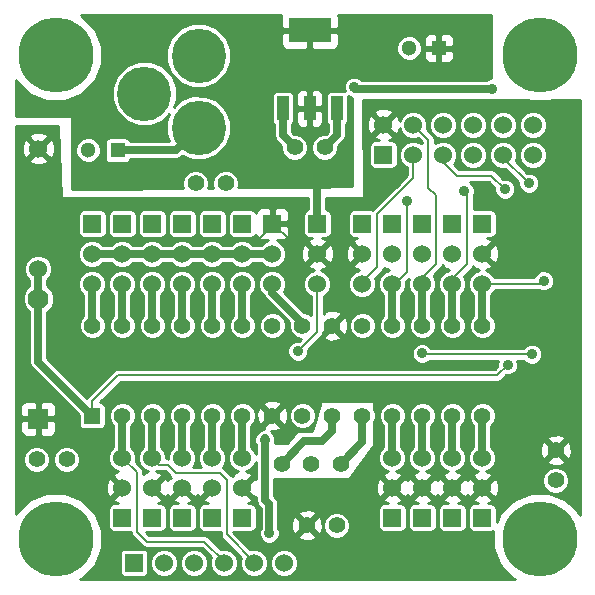
<source format=gtl>
G04 #@! TF.FileFunction,Copper,L1,Top,Signal*
%FSLAX46Y46*%
G04 Gerber Fmt 4.6, Leading zero omitted, Abs format (unit mm)*
G04 Created by KiCad (PCBNEW (after 2015-mar-04 BZR unknown)-product) date 11/22/2015 8:39:50 PM*
%MOMM*%
G01*
G04 APERTURE LIST*
%ADD10C,0.150000*%
%ADD11R,3.657600X2.032000*%
%ADD12R,1.016000X2.032000*%
%ADD13C,1.397000*%
%ADD14R,1.397000X1.397000*%
%ADD15R,1.524000X1.524000*%
%ADD16C,1.524000*%
%ADD17C,1.778000*%
%ADD18R,1.778000X1.778000*%
%ADD19C,6.350000*%
%ADD20R,1.300000X1.300000*%
%ADD21C,1.300000*%
%ADD22C,4.600000*%
%ADD23C,0.889000*%
%ADD24C,0.203200*%
%ADD25C,0.635000*%
%ADD26C,0.254000*%
G04 APERTURE END LIST*
D10*
D11*
X115518000Y-51910000D03*
D12*
X115518000Y-58514000D03*
X117804000Y-58514000D03*
X113232000Y-58514000D03*
D13*
X116788000Y-61816000D03*
X114248000Y-61816000D03*
X94944000Y-88232000D03*
X92404000Y-88232000D03*
X108406000Y-64864000D03*
X105866000Y-64864000D03*
X99652000Y-84544000D03*
X102192000Y-84544000D03*
X104732000Y-84544000D03*
X107272000Y-84544000D03*
X109812000Y-84544000D03*
X112352000Y-84544000D03*
X114892000Y-84544000D03*
X117432000Y-84544000D03*
X119972000Y-84544000D03*
X122512000Y-84544000D03*
X125052000Y-84544000D03*
X127592000Y-84544000D03*
X130132000Y-84544000D03*
D14*
X97112000Y-84544000D03*
D13*
X130132000Y-76924000D03*
X127592000Y-76924000D03*
X125052000Y-76924000D03*
X122512000Y-76924000D03*
X119972000Y-76924000D03*
X117432000Y-76924000D03*
X114892000Y-76924000D03*
X112352000Y-76924000D03*
X109812000Y-76924000D03*
X107272000Y-76924000D03*
X104732000Y-76924000D03*
X102192000Y-76924000D03*
X99652000Y-76924000D03*
X97112000Y-76924000D03*
D15*
X100650000Y-97000000D03*
D16*
X103190000Y-97000000D03*
X105730000Y-97000000D03*
X108270000Y-97000000D03*
X110810000Y-97000000D03*
X113350000Y-97000000D03*
D15*
X109812000Y-93180000D03*
D16*
X109812000Y-90640000D03*
X109812000Y-88100000D03*
D15*
X119972000Y-68288000D03*
D16*
X119972000Y-70828000D03*
X119972000Y-73368000D03*
D15*
X122512000Y-68288000D03*
D16*
X122512000Y-70828000D03*
X122512000Y-73368000D03*
D15*
X125052000Y-68288000D03*
D16*
X125052000Y-70828000D03*
X125052000Y-73368000D03*
D15*
X127592000Y-68288000D03*
D16*
X127592000Y-70828000D03*
X127592000Y-73368000D03*
D15*
X130132000Y-68288000D03*
D16*
X130132000Y-70828000D03*
X130132000Y-73368000D03*
D15*
X130132000Y-93180000D03*
D16*
X130132000Y-90640000D03*
X130132000Y-88100000D03*
D15*
X127592000Y-93180000D03*
D16*
X127592000Y-90640000D03*
X127592000Y-88100000D03*
D15*
X125052000Y-93180000D03*
D16*
X125052000Y-90640000D03*
X125052000Y-88100000D03*
D15*
X122512000Y-93180000D03*
D16*
X122512000Y-90640000D03*
X122512000Y-88100000D03*
D15*
X109812000Y-68288000D03*
D16*
X109812000Y-70828000D03*
X109812000Y-73368000D03*
D15*
X107272000Y-93180000D03*
D16*
X107272000Y-90640000D03*
X107272000Y-88100000D03*
D15*
X104732000Y-93180000D03*
D16*
X104732000Y-90640000D03*
X104732000Y-88100000D03*
D15*
X102192000Y-93180000D03*
D16*
X102192000Y-90640000D03*
X102192000Y-88100000D03*
D15*
X99652000Y-93180000D03*
D16*
X99652000Y-90640000D03*
X99652000Y-88100000D03*
D15*
X97112000Y-68288000D03*
D16*
X97112000Y-70828000D03*
X97112000Y-73368000D03*
D15*
X99652000Y-68288000D03*
D16*
X99652000Y-70828000D03*
X99652000Y-73368000D03*
D15*
X102192000Y-68288000D03*
D16*
X102192000Y-70828000D03*
X102192000Y-73368000D03*
D15*
X104732000Y-68288000D03*
D16*
X104732000Y-70828000D03*
X104732000Y-73368000D03*
D15*
X107272000Y-68288000D03*
D16*
X107272000Y-70828000D03*
X107272000Y-73368000D03*
D17*
X92540000Y-74638000D03*
D18*
X92540000Y-84798000D03*
D16*
X92540000Y-61938000D03*
X92540000Y-72098000D03*
D15*
X112352000Y-68288000D03*
D16*
X112352000Y-70828000D03*
X112352000Y-73368000D03*
D15*
X116162000Y-68288000D03*
D16*
X116162000Y-70828000D03*
X116162000Y-73368000D03*
D13*
X118153360Y-88608000D03*
X113154640Y-88608000D03*
X115654000Y-88608000D03*
D15*
X121750000Y-62446000D03*
D16*
X121750000Y-59906000D03*
X124290000Y-62446000D03*
X124290000Y-59906000D03*
X126830000Y-62446000D03*
X126830000Y-59906000D03*
X129370000Y-62446000D03*
X129370000Y-59906000D03*
X131910000Y-62446000D03*
X131910000Y-59906000D03*
X134450000Y-62446000D03*
X134450000Y-59906000D03*
D13*
X115264000Y-93820000D03*
X117804000Y-93820000D03*
X136346000Y-87470000D03*
X136346000Y-90010000D03*
D19*
X94000000Y-54000000D03*
X135000000Y-54000000D03*
X135000000Y-95000000D03*
X94000000Y-95000000D03*
D20*
X99262000Y-62070000D03*
D21*
X96762000Y-62070000D03*
D20*
X126440000Y-53434000D03*
D21*
X123940000Y-53434000D03*
D22*
X106120000Y-54069000D03*
X106120000Y-60169000D03*
X101520000Y-57269000D03*
D23*
X128599000Y-65499000D03*
X123782000Y-66383000D03*
X125043000Y-79278500D03*
X134314000Y-79342000D03*
X134060000Y-64864000D03*
X135339000Y-73114000D03*
X132282000Y-80231000D03*
X132028000Y-65372000D03*
X130948500Y-56863000D03*
X119264500Y-56736000D03*
X114502000Y-79088000D03*
X112100000Y-94500000D03*
X111708000Y-86581000D03*
D24*
X112352000Y-68288000D02*
X112401500Y-68288000D01*
X112401500Y-68288000D02*
X113740000Y-69626500D01*
X112352000Y-68288000D02*
X112352000Y-68474500D01*
X112352000Y-68474500D02*
X111200000Y-69626500D01*
D25*
X109812000Y-76924000D02*
X109812000Y-73368000D01*
X107272000Y-76924000D02*
X107272000Y-73368000D01*
X104732000Y-76924000D02*
X104732000Y-73368000D01*
X102192000Y-76924000D02*
X102192000Y-73368000D01*
X99652000Y-76924000D02*
X99652000Y-73368000D01*
X97112000Y-76924000D02*
X97112000Y-73368000D01*
X114892000Y-76924000D02*
X114892000Y-76684000D01*
X112352000Y-74144000D02*
X112352000Y-73368000D01*
X114892000Y-76684000D02*
X112352000Y-74144000D01*
X99652000Y-88100000D02*
X99652000Y-84544000D01*
D24*
X108270000Y-97000000D02*
X108270000Y-96870000D01*
X100900000Y-89348000D02*
X99652000Y-88100000D01*
X100900000Y-94400000D02*
X100900000Y-89348000D01*
X101700000Y-95200000D02*
X100900000Y-94400000D01*
X106600000Y-95200000D02*
X101700000Y-95200000D01*
X108270000Y-96870000D02*
X106600000Y-95200000D01*
D25*
X102192000Y-88100000D02*
X102192000Y-84544000D01*
D24*
X110810000Y-97000000D02*
X110810000Y-96910000D01*
X102792000Y-88700000D02*
X102192000Y-88100000D01*
X103500000Y-88700000D02*
X102792000Y-88700000D01*
X104200000Y-89400000D02*
X103500000Y-88700000D01*
X107900000Y-89400000D02*
X104200000Y-89400000D01*
X108500000Y-90000000D02*
X107900000Y-89400000D01*
X108500000Y-94600000D02*
X108500000Y-90000000D01*
X110810000Y-96910000D02*
X108500000Y-94600000D01*
X127592000Y-73368000D02*
X127592000Y-72983000D01*
X128853000Y-65753000D02*
X128599000Y-65499000D01*
X128853000Y-71722000D02*
X128853000Y-65753000D01*
X127592000Y-72983000D02*
X128853000Y-71722000D01*
D25*
X127592000Y-73368000D02*
X127592000Y-76924000D01*
D24*
X125560000Y-62832000D02*
X125560000Y-65254000D01*
X125560000Y-65254000D02*
X126195000Y-65889000D01*
D25*
X125052000Y-73368000D02*
X125052000Y-76924000D01*
D24*
X125052000Y-73368000D02*
X125052000Y-72860000D01*
X126195000Y-71717000D02*
X126195000Y-65889000D01*
X125052000Y-72860000D02*
X126195000Y-71717000D01*
X125560000Y-61176000D02*
X124290000Y-59906000D01*
X125560000Y-62832000D02*
X125560000Y-61176000D01*
D25*
X122512000Y-73368000D02*
X122512000Y-76924000D01*
D24*
X122512000Y-73368000D02*
X122766000Y-73368000D01*
X123782000Y-72352000D02*
X123782000Y-66383000D01*
X122766000Y-73368000D02*
X123782000Y-72352000D01*
X121242000Y-68547000D02*
X121242000Y-67458500D01*
X124290000Y-64410500D02*
X124290000Y-62446000D01*
X121242000Y-67458500D02*
X124290000Y-64410500D01*
X119972000Y-73368000D02*
X119972000Y-73241000D01*
X119972000Y-73241000D02*
X121242000Y-71971000D01*
X121242000Y-71971000D02*
X121242000Y-68547000D01*
D25*
X104732000Y-88100000D02*
X104732000Y-84544000D01*
X107272000Y-88100000D02*
X107272000Y-84544000D01*
X109812000Y-88100000D02*
X109812000Y-84544000D01*
X122512000Y-84544000D02*
X122512000Y-88100000D01*
D24*
X125106500Y-79342000D02*
X134314000Y-79342000D01*
X125043000Y-79278500D02*
X125106500Y-79342000D01*
X134060000Y-64864000D02*
X131910000Y-62714000D01*
X131910000Y-62714000D02*
X131910000Y-62446000D01*
D25*
X125052000Y-84544000D02*
X125052000Y-88100000D01*
X127592000Y-84544000D02*
X127592000Y-88100000D01*
X130132000Y-84544000D02*
X130132000Y-88100000D01*
X130132000Y-73368000D02*
X130132000Y-76924000D01*
D24*
X130132000Y-73368000D02*
X135085000Y-73368000D01*
X135085000Y-73368000D02*
X135339000Y-73114000D01*
D25*
X117432000Y-84544000D02*
X117432000Y-85810000D01*
X115054640Y-86708000D02*
X113154640Y-88608000D01*
X116534000Y-86708000D02*
X115054640Y-86708000D01*
X117432000Y-85810000D02*
X116534000Y-86708000D01*
X119972000Y-84544000D02*
X119972000Y-86789360D01*
X119972000Y-86789360D02*
X118153360Y-88608000D01*
D24*
X113300000Y-81120000D02*
X99280000Y-81120000D01*
X97112000Y-83288000D02*
X97112000Y-84544000D01*
X99280000Y-81120000D02*
X97112000Y-83288000D01*
X126830000Y-62446000D02*
X126830000Y-63095000D01*
X130885000Y-64229000D02*
X132028000Y-65372000D01*
X127964000Y-64229000D02*
X130885000Y-64229000D01*
X126830000Y-63095000D02*
X127964000Y-64229000D01*
X131393000Y-81120000D02*
X132282000Y-80231000D01*
X113300000Y-81120000D02*
X131393000Y-81120000D01*
D25*
X92540000Y-74638000D02*
X92540000Y-79972000D01*
X92540000Y-79972000D02*
X97112000Y-84544000D01*
X92540000Y-74638000D02*
X92540000Y-72098000D01*
X119391500Y-56863000D02*
X130948500Y-56863000D01*
X119264500Y-56736000D02*
X119391500Y-56863000D01*
X117804000Y-60800000D02*
X116788000Y-61816000D01*
X117804000Y-58514000D02*
X117804000Y-60800000D01*
X104215000Y-62070000D02*
X106120000Y-60165000D01*
X99262000Y-62070000D02*
X104215000Y-62070000D01*
X116162000Y-68288000D02*
X116162000Y-64746000D01*
X116162000Y-64746000D02*
X116153000Y-64737000D01*
X113232000Y-60800000D02*
X114248000Y-61816000D01*
X113232000Y-58514000D02*
X113232000Y-60800000D01*
D24*
X116592500Y-73368000D02*
X116162000Y-73368000D01*
D25*
X111708000Y-91661000D02*
X111708000Y-86454000D01*
X112100000Y-92053000D02*
X111708000Y-91661000D01*
X112100000Y-94500000D02*
X112100000Y-92053000D01*
D24*
X111708000Y-86581000D02*
X111708000Y-86454000D01*
X114506000Y-79088000D02*
X116162000Y-77432000D01*
X116162000Y-77432000D02*
X116162000Y-73368000D01*
X114502000Y-79088000D02*
X114506000Y-79088000D01*
D25*
X97112000Y-70828000D02*
X99652000Y-70828000D01*
X99652000Y-70828000D02*
X102192000Y-70828000D01*
X102192000Y-70828000D02*
X104732000Y-70828000D01*
X104732000Y-70828000D02*
X107272000Y-70828000D01*
X107272000Y-70828000D02*
X109812000Y-70828000D01*
X109812000Y-70828000D02*
X112352000Y-70828000D01*
D26*
G36*
X122705747Y-70842142D02*
X122526142Y-71021747D01*
X122512000Y-71007605D01*
X122497857Y-71021747D01*
X122318252Y-70842142D01*
X122332395Y-70828000D01*
X122318252Y-70813857D01*
X122497857Y-70634252D01*
X122512000Y-70648395D01*
X122526142Y-70634252D01*
X122705747Y-70813857D01*
X122691605Y-70828000D01*
X122705747Y-70842142D01*
X122705747Y-70842142D01*
G37*
X122705747Y-70842142D02*
X122526142Y-71021747D01*
X122512000Y-71007605D01*
X122497857Y-71021747D01*
X122318252Y-70842142D01*
X122332395Y-70828000D01*
X122318252Y-70813857D01*
X122497857Y-70634252D01*
X122512000Y-70648395D01*
X122526142Y-70634252D01*
X122705747Y-70813857D01*
X122691605Y-70828000D01*
X122705747Y-70842142D01*
G36*
X125245747Y-70842142D02*
X125066142Y-71021747D01*
X125052000Y-71007605D01*
X125037857Y-71021747D01*
X124858252Y-70842142D01*
X124872395Y-70828000D01*
X124858252Y-70813857D01*
X125037857Y-70634252D01*
X125052000Y-70648395D01*
X125066142Y-70634252D01*
X125245747Y-70813857D01*
X125231605Y-70828000D01*
X125245747Y-70842142D01*
X125245747Y-70842142D01*
G37*
X125245747Y-70842142D02*
X125066142Y-71021747D01*
X125052000Y-71007605D01*
X125037857Y-71021747D01*
X124858252Y-70842142D01*
X124872395Y-70828000D01*
X124858252Y-70813857D01*
X125037857Y-70634252D01*
X125052000Y-70648395D01*
X125066142Y-70634252D01*
X125245747Y-70813857D01*
X125231605Y-70828000D01*
X125245747Y-70842142D01*
G36*
X127785747Y-70842142D02*
X127606142Y-71021747D01*
X127592000Y-71007605D01*
X127577857Y-71021747D01*
X127398252Y-70842142D01*
X127412395Y-70828000D01*
X127398252Y-70813857D01*
X127577857Y-70634252D01*
X127592000Y-70648395D01*
X127606142Y-70634252D01*
X127785747Y-70813857D01*
X127771605Y-70828000D01*
X127785747Y-70842142D01*
X127785747Y-70842142D01*
G37*
X127785747Y-70842142D02*
X127606142Y-71021747D01*
X127592000Y-71007605D01*
X127577857Y-71021747D01*
X127398252Y-70842142D01*
X127412395Y-70828000D01*
X127398252Y-70813857D01*
X127577857Y-70634252D01*
X127592000Y-70648395D01*
X127606142Y-70634252D01*
X127785747Y-70813857D01*
X127771605Y-70828000D01*
X127785747Y-70842142D01*
G36*
X138399700Y-92918302D02*
X138339572Y-92772782D01*
X137691927Y-92124005D01*
X137691927Y-87662520D01*
X137663148Y-87132801D01*
X137515800Y-86777071D01*
X137280188Y-86715417D01*
X137100583Y-86895022D01*
X137100583Y-86535812D01*
X137038929Y-86300200D01*
X136538520Y-86124073D01*
X136215452Y-86141624D01*
X136215452Y-72940458D01*
X136082324Y-72618264D01*
X135836032Y-72371542D01*
X135644007Y-72291805D01*
X135644007Y-62209580D01*
X135644007Y-59669580D01*
X135462645Y-59230650D01*
X135127116Y-58894536D01*
X134688503Y-58712408D01*
X134213580Y-58711993D01*
X133774650Y-58893355D01*
X133438536Y-59228884D01*
X133256408Y-59667497D01*
X133255993Y-60142420D01*
X133437355Y-60581350D01*
X133772884Y-60917464D01*
X134211497Y-61099592D01*
X134686420Y-61100007D01*
X135125350Y-60918645D01*
X135461464Y-60583116D01*
X135643592Y-60144503D01*
X135644007Y-59669580D01*
X135644007Y-62209580D01*
X135462645Y-61770650D01*
X135127116Y-61434536D01*
X134688503Y-61252408D01*
X134213580Y-61251993D01*
X133774650Y-61433355D01*
X133438536Y-61768884D01*
X133256408Y-62207497D01*
X133255993Y-62682420D01*
X133437355Y-63121350D01*
X133772884Y-63457464D01*
X134211497Y-63639592D01*
X134686420Y-63640007D01*
X135125350Y-63458645D01*
X135461464Y-63123116D01*
X135643592Y-62684503D01*
X135644007Y-62209580D01*
X135644007Y-72291805D01*
X135514072Y-72237852D01*
X135165458Y-72237548D01*
X134936452Y-72332171D01*
X134936452Y-64690458D01*
X134803324Y-64368264D01*
X134557032Y-64121542D01*
X134235072Y-63987852D01*
X133937934Y-63987592D01*
X132966059Y-63015717D01*
X133103592Y-62684503D01*
X133104007Y-62209580D01*
X133104007Y-59669580D01*
X132922645Y-59230650D01*
X132587116Y-58894536D01*
X132148503Y-58712408D01*
X131673580Y-58711993D01*
X131234650Y-58893355D01*
X130898536Y-59228884D01*
X130716408Y-59667497D01*
X130715993Y-60142420D01*
X130897355Y-60581350D01*
X131232884Y-60917464D01*
X131671497Y-61099592D01*
X132146420Y-61100007D01*
X132585350Y-60918645D01*
X132921464Y-60583116D01*
X133103592Y-60144503D01*
X133104007Y-59669580D01*
X133104007Y-62209580D01*
X132922645Y-61770650D01*
X132587116Y-61434536D01*
X132148503Y-61252408D01*
X131673580Y-61251993D01*
X131234650Y-61433355D01*
X130898536Y-61768884D01*
X130716408Y-62207497D01*
X130715993Y-62682420D01*
X130897355Y-63121350D01*
X131232884Y-63457464D01*
X131671497Y-63639592D01*
X132081608Y-63639950D01*
X133183805Y-64742147D01*
X133183548Y-65037542D01*
X133316676Y-65359736D01*
X133562968Y-65606458D01*
X133884928Y-65740148D01*
X134233542Y-65740452D01*
X134555736Y-65607324D01*
X134802458Y-65361032D01*
X134936148Y-65039072D01*
X134936452Y-64690458D01*
X134936452Y-72332171D01*
X134843264Y-72370676D01*
X134596542Y-72616968D01*
X134506172Y-72834600D01*
X131541144Y-72834600D01*
X131541144Y-71035698D01*
X131513362Y-70480632D01*
X131354397Y-70096857D01*
X131112213Y-70027392D01*
X130311605Y-70828000D01*
X131112213Y-71628608D01*
X131354397Y-71559143D01*
X131541144Y-71035698D01*
X131541144Y-72834600D01*
X131203297Y-72834600D01*
X131144645Y-72692650D01*
X130809116Y-72356536D01*
X130457337Y-72210464D01*
X130479368Y-72209362D01*
X130863143Y-72050397D01*
X130932608Y-71808213D01*
X130132000Y-71007605D01*
X130117857Y-71021747D01*
X129938252Y-70842142D01*
X129952395Y-70828000D01*
X129938252Y-70813857D01*
X130117857Y-70634252D01*
X130132000Y-70648395D01*
X130932608Y-69847787D01*
X130863143Y-69605603D01*
X130539837Y-69490259D01*
X130894000Y-69490259D01*
X131058644Y-69458315D01*
X131203351Y-69363258D01*
X131300216Y-69219755D01*
X131334259Y-69050000D01*
X131334259Y-67526000D01*
X131302315Y-67361356D01*
X131207258Y-67216649D01*
X131063755Y-67119784D01*
X130894000Y-67085741D01*
X129386400Y-67085741D01*
X129386400Y-65887800D01*
X129475148Y-65674072D01*
X129475452Y-65325458D01*
X129342324Y-65003264D01*
X129101879Y-64762400D01*
X130664058Y-64762400D01*
X131151805Y-65250147D01*
X131151548Y-65545542D01*
X131284676Y-65867736D01*
X131530968Y-66114458D01*
X131852928Y-66248148D01*
X132201542Y-66248452D01*
X132523736Y-66115324D01*
X132770458Y-65869032D01*
X132904148Y-65547072D01*
X132904452Y-65198458D01*
X132771324Y-64876264D01*
X132525032Y-64629542D01*
X132203072Y-64495852D01*
X131905934Y-64495592D01*
X131262171Y-63851829D01*
X131089123Y-63736203D01*
X130885000Y-63695600D01*
X130564007Y-63695600D01*
X130564007Y-62209580D01*
X130564007Y-59669580D01*
X130382645Y-59230650D01*
X130047116Y-58894536D01*
X129608503Y-58712408D01*
X129133580Y-58711993D01*
X128694650Y-58893355D01*
X128358536Y-59228884D01*
X128176408Y-59667497D01*
X128175993Y-60142420D01*
X128357355Y-60581350D01*
X128692884Y-60917464D01*
X129131497Y-61099592D01*
X129606420Y-61100007D01*
X130045350Y-60918645D01*
X130381464Y-60583116D01*
X130563592Y-60144503D01*
X130564007Y-59669580D01*
X130564007Y-62209580D01*
X130382645Y-61770650D01*
X130047116Y-61434536D01*
X129608503Y-61252408D01*
X129133580Y-61251993D01*
X128694650Y-61433355D01*
X128358536Y-61768884D01*
X128176408Y-62207497D01*
X128175993Y-62682420D01*
X128357355Y-63121350D01*
X128692884Y-63457464D01*
X129131497Y-63639592D01*
X129606420Y-63640007D01*
X130045350Y-63458645D01*
X130381464Y-63123116D01*
X130563592Y-62684503D01*
X130564007Y-62209580D01*
X130564007Y-63695600D01*
X128184942Y-63695600D01*
X127726861Y-63237519D01*
X127841464Y-63123116D01*
X128023592Y-62684503D01*
X128024007Y-62209580D01*
X128024007Y-59669580D01*
X127842645Y-59230650D01*
X127507116Y-58894536D01*
X127068503Y-58712408D01*
X126593580Y-58711993D01*
X126154650Y-58893355D01*
X125818536Y-59228884D01*
X125636408Y-59667497D01*
X125635993Y-60142420D01*
X125817355Y-60581350D01*
X126152884Y-60917464D01*
X126591497Y-61099592D01*
X127066420Y-61100007D01*
X127505350Y-60918645D01*
X127841464Y-60583116D01*
X128023592Y-60144503D01*
X128024007Y-59669580D01*
X128024007Y-62209580D01*
X127842645Y-61770650D01*
X127507116Y-61434536D01*
X127068503Y-61252408D01*
X126593580Y-61251993D01*
X126154650Y-61433355D01*
X126093400Y-61494498D01*
X126093400Y-61176000D01*
X126052797Y-60971877D01*
X126052797Y-60971876D01*
X125937171Y-60798829D01*
X125424691Y-60286349D01*
X125483592Y-60144503D01*
X125484007Y-59669580D01*
X125302645Y-59230650D01*
X124967116Y-58894536D01*
X124528503Y-58712408D01*
X124053580Y-58711993D01*
X123614650Y-58893355D01*
X123278536Y-59228884D01*
X123132464Y-59580662D01*
X123131362Y-59558632D01*
X122972397Y-59174857D01*
X122730213Y-59105392D01*
X122550608Y-59284997D01*
X122550608Y-58925787D01*
X122481143Y-58683603D01*
X121957698Y-58496856D01*
X121402632Y-58524638D01*
X121018857Y-58683603D01*
X120949392Y-58925787D01*
X121750000Y-59726395D01*
X122550608Y-58925787D01*
X122550608Y-59284997D01*
X121929605Y-59906000D01*
X122730213Y-60706608D01*
X122972397Y-60637143D01*
X123124383Y-60211130D01*
X123277355Y-60581350D01*
X123612884Y-60917464D01*
X124051497Y-61099592D01*
X124526420Y-61100007D01*
X124670239Y-61040581D01*
X125026600Y-61396942D01*
X125026600Y-61494123D01*
X124967116Y-61434536D01*
X124528503Y-61252408D01*
X124053580Y-61251993D01*
X123614650Y-61433355D01*
X123278536Y-61768884D01*
X123096408Y-62207497D01*
X123095993Y-62682420D01*
X123277355Y-63121350D01*
X123612884Y-63457464D01*
X123756600Y-63517140D01*
X123756600Y-64189558D01*
X122952259Y-64993899D01*
X122952259Y-63208000D01*
X122952259Y-61684000D01*
X122920315Y-61519356D01*
X122825258Y-61374649D01*
X122681755Y-61277784D01*
X122512000Y-61243741D01*
X122202678Y-61243741D01*
X122481143Y-61128397D01*
X122550608Y-60886213D01*
X121750000Y-60085605D01*
X121570395Y-60265210D01*
X121570395Y-59906000D01*
X120769787Y-59105392D01*
X120527603Y-59174857D01*
X120340856Y-59698302D01*
X120368638Y-60253368D01*
X120527603Y-60637143D01*
X120769787Y-60706608D01*
X121570395Y-59906000D01*
X121570395Y-60265210D01*
X120949392Y-60886213D01*
X121018857Y-61128397D01*
X121342162Y-61243741D01*
X120988000Y-61243741D01*
X120823356Y-61275685D01*
X120678649Y-61370742D01*
X120581784Y-61514245D01*
X120547741Y-61684000D01*
X120547741Y-63208000D01*
X120579685Y-63372644D01*
X120674742Y-63517351D01*
X120818245Y-63614216D01*
X120988000Y-63648259D01*
X122512000Y-63648259D01*
X122676644Y-63616315D01*
X122821351Y-63521258D01*
X122918216Y-63377755D01*
X122952259Y-63208000D01*
X122952259Y-64993899D01*
X120864829Y-67081329D01*
X120846770Y-67108356D01*
X120734000Y-67085741D01*
X119210000Y-67085741D01*
X119045356Y-67117685D01*
X118900649Y-67212742D01*
X118803784Y-67356245D01*
X118769741Y-67526000D01*
X118769741Y-69050000D01*
X118801685Y-69214644D01*
X118896742Y-69359351D01*
X119040245Y-69456216D01*
X119210000Y-69490259D01*
X119519321Y-69490259D01*
X119240857Y-69605603D01*
X119171392Y-69847787D01*
X119972000Y-70648395D01*
X119986142Y-70634252D01*
X120165747Y-70813857D01*
X120151605Y-70828000D01*
X120165747Y-70842142D01*
X119986142Y-71021747D01*
X119972000Y-71007605D01*
X119792395Y-71187210D01*
X119792395Y-70828000D01*
X118991787Y-70027392D01*
X118749603Y-70096857D01*
X118562856Y-70620302D01*
X118590638Y-71175368D01*
X118749603Y-71559143D01*
X118991787Y-71628608D01*
X119792395Y-70828000D01*
X119792395Y-71187210D01*
X119171392Y-71808213D01*
X119240857Y-72050397D01*
X119666869Y-72202383D01*
X119296650Y-72355355D01*
X118960536Y-72690884D01*
X118778408Y-73129497D01*
X118777993Y-73604420D01*
X118959355Y-74043350D01*
X119294884Y-74379464D01*
X119733497Y-74561592D01*
X120208420Y-74562007D01*
X120647350Y-74380645D01*
X120983464Y-74045116D01*
X121165592Y-73606503D01*
X121166007Y-73131580D01*
X121069449Y-72897892D01*
X121619171Y-72348171D01*
X121734797Y-72175124D01*
X121734797Y-72175123D01*
X121768308Y-72006649D01*
X121780857Y-72050397D01*
X122206869Y-72202383D01*
X121836650Y-72355355D01*
X121500536Y-72690884D01*
X121318408Y-73129497D01*
X121317993Y-73604420D01*
X121499355Y-74043350D01*
X121762700Y-74307154D01*
X121762700Y-76074900D01*
X121554337Y-76282900D01*
X121381897Y-76698183D01*
X121381504Y-77147844D01*
X121553219Y-77563427D01*
X121870900Y-77881663D01*
X122286183Y-78054103D01*
X122735844Y-78054496D01*
X123151427Y-77882781D01*
X123469663Y-77565100D01*
X123642103Y-77149817D01*
X123642496Y-76700156D01*
X123470781Y-76284573D01*
X123261300Y-76074726D01*
X123261300Y-74306823D01*
X123523464Y-74045116D01*
X123705592Y-73606503D01*
X123705962Y-73182379D01*
X123929106Y-72959235D01*
X123858408Y-73129497D01*
X123857993Y-73604420D01*
X124039355Y-74043350D01*
X124302700Y-74307154D01*
X124302700Y-76074900D01*
X124094337Y-76282900D01*
X123921897Y-76698183D01*
X123921504Y-77147844D01*
X124093219Y-77563427D01*
X124410900Y-77881663D01*
X124826183Y-78054103D01*
X125275844Y-78054496D01*
X125691427Y-77882781D01*
X126009663Y-77565100D01*
X126182103Y-77149817D01*
X126182496Y-76700156D01*
X126010781Y-76284573D01*
X125801300Y-76074726D01*
X125801300Y-74306823D01*
X126063464Y-74045116D01*
X126245592Y-73606503D01*
X126246007Y-73131580D01*
X126064645Y-72692650D01*
X126019208Y-72647133D01*
X126572171Y-72094171D01*
X126687797Y-71921123D01*
X126690109Y-71909498D01*
X126791392Y-71808215D01*
X126860857Y-72050397D01*
X127286869Y-72202383D01*
X126916650Y-72355355D01*
X126580536Y-72690884D01*
X126398408Y-73129497D01*
X126397993Y-73604420D01*
X126579355Y-74043350D01*
X126842700Y-74307154D01*
X126842700Y-76074900D01*
X126634337Y-76282900D01*
X126461897Y-76698183D01*
X126461504Y-77147844D01*
X126633219Y-77563427D01*
X126950900Y-77881663D01*
X127366183Y-78054103D01*
X127815844Y-78054496D01*
X128231427Y-77882781D01*
X128549663Y-77565100D01*
X128722103Y-77149817D01*
X128722496Y-76700156D01*
X128550781Y-76284573D01*
X128341300Y-76074726D01*
X128341300Y-74306823D01*
X128603464Y-74045116D01*
X128785592Y-73606503D01*
X128786007Y-73131580D01*
X128614014Y-72715327D01*
X129230171Y-72099171D01*
X129345797Y-71926124D01*
X129345797Y-71926123D01*
X129353747Y-71886153D01*
X129400857Y-72050397D01*
X129826869Y-72202383D01*
X129456650Y-72355355D01*
X129120536Y-72690884D01*
X128938408Y-73129497D01*
X128937993Y-73604420D01*
X129119355Y-74043350D01*
X129382700Y-74307154D01*
X129382700Y-76074900D01*
X129174337Y-76282900D01*
X129001897Y-76698183D01*
X129001504Y-77147844D01*
X129173219Y-77563427D01*
X129490900Y-77881663D01*
X129906183Y-78054103D01*
X130355844Y-78054496D01*
X130771427Y-77882781D01*
X131089663Y-77565100D01*
X131262103Y-77149817D01*
X131262496Y-76700156D01*
X131090781Y-76284573D01*
X130881300Y-76074726D01*
X130881300Y-74306823D01*
X131143464Y-74045116D01*
X131203140Y-73901400D01*
X134950199Y-73901400D01*
X135163928Y-73990148D01*
X135512542Y-73990452D01*
X135834736Y-73857324D01*
X136081458Y-73611032D01*
X136215148Y-73289072D01*
X136215452Y-72940458D01*
X136215452Y-86141624D01*
X136008801Y-86152852D01*
X135653071Y-86300200D01*
X135591417Y-86535812D01*
X136346000Y-87290395D01*
X137100583Y-86535812D01*
X137100583Y-86895022D01*
X136525605Y-87470000D01*
X137280188Y-88224583D01*
X137515800Y-88162929D01*
X137691927Y-87662520D01*
X137691927Y-92124005D01*
X137476496Y-91908198D01*
X137476496Y-89786156D01*
X137304781Y-89370573D01*
X137100583Y-89166018D01*
X137100583Y-88404188D01*
X136346000Y-87649605D01*
X136166395Y-87829210D01*
X136166395Y-87470000D01*
X135411812Y-86715417D01*
X135190452Y-86773341D01*
X135190452Y-79168458D01*
X135057324Y-78846264D01*
X134811032Y-78599542D01*
X134489072Y-78465852D01*
X134140458Y-78465548D01*
X133818264Y-78598676D01*
X133607973Y-78808600D01*
X125796999Y-78808600D01*
X125786324Y-78782764D01*
X125540032Y-78536042D01*
X125218072Y-78402352D01*
X124869458Y-78402048D01*
X124547264Y-78535176D01*
X124300542Y-78781468D01*
X124166852Y-79103428D01*
X124166548Y-79452042D01*
X124299676Y-79774236D01*
X124545968Y-80020958D01*
X124867928Y-80154648D01*
X125216542Y-80154952D01*
X125538736Y-80021824D01*
X125685415Y-79875400D01*
X131480814Y-79875400D01*
X131405852Y-80055928D01*
X131405592Y-80353065D01*
X131172057Y-80586600D01*
X121102496Y-80586600D01*
X121102496Y-76700156D01*
X120930781Y-76284573D01*
X120613100Y-75966337D01*
X120197817Y-75793897D01*
X119748156Y-75793504D01*
X119332573Y-75965219D01*
X119014337Y-76282900D01*
X118841897Y-76698183D01*
X118841504Y-77147844D01*
X119013219Y-77563427D01*
X119330900Y-77881663D01*
X119746183Y-78054103D01*
X120195844Y-78054496D01*
X120611427Y-77882781D01*
X120929663Y-77565100D01*
X121102103Y-77149817D01*
X121102496Y-76700156D01*
X121102496Y-80586600D01*
X118777927Y-80586600D01*
X118777927Y-77116520D01*
X118749148Y-76586801D01*
X118601800Y-76231071D01*
X118366188Y-76169417D01*
X118186583Y-76349022D01*
X118186583Y-75989812D01*
X118124929Y-75754200D01*
X117624520Y-75578073D01*
X117571144Y-75580972D01*
X117571144Y-71035698D01*
X117543362Y-70480632D01*
X117384397Y-70096857D01*
X117142213Y-70027392D01*
X116341605Y-70828000D01*
X117142213Y-71628608D01*
X117384397Y-71559143D01*
X117571144Y-71035698D01*
X117571144Y-75580972D01*
X117094801Y-75606852D01*
X116739071Y-75754200D01*
X116695400Y-75921089D01*
X116695400Y-74439297D01*
X116837350Y-74380645D01*
X117173464Y-74045116D01*
X117355592Y-73606503D01*
X117356007Y-73131580D01*
X117174645Y-72692650D01*
X116839116Y-72356536D01*
X116487337Y-72210464D01*
X116509368Y-72209362D01*
X116893143Y-72050397D01*
X116962608Y-71808213D01*
X116162000Y-71007605D01*
X115982395Y-71187210D01*
X115982395Y-70828000D01*
X115181787Y-70027392D01*
X114939603Y-70096857D01*
X114752856Y-70620302D01*
X114780638Y-71175368D01*
X114939603Y-71559143D01*
X115181787Y-71628608D01*
X115982395Y-70828000D01*
X115982395Y-71187210D01*
X115361392Y-71808213D01*
X115430857Y-72050397D01*
X115856869Y-72202383D01*
X115486650Y-72355355D01*
X115150536Y-72690884D01*
X114968408Y-73129497D01*
X114967993Y-73604420D01*
X115149355Y-74043350D01*
X115484884Y-74379464D01*
X115628600Y-74439140D01*
X115628600Y-76062003D01*
X115533100Y-75966337D01*
X115117817Y-75793897D01*
X115061517Y-75793847D01*
X113749000Y-74481330D01*
X113749000Y-69176309D01*
X113749000Y-68573750D01*
X113749000Y-68002250D01*
X113749000Y-67399691D01*
X113652327Y-67166302D01*
X113473699Y-66987673D01*
X113240310Y-66891000D01*
X112987691Y-66891000D01*
X112637750Y-66891000D01*
X112479000Y-67049750D01*
X112479000Y-68161000D01*
X113590250Y-68161000D01*
X113749000Y-68002250D01*
X113749000Y-68573750D01*
X113590250Y-68415000D01*
X112479000Y-68415000D01*
X112479000Y-68435000D01*
X112225000Y-68435000D01*
X112225000Y-68415000D01*
X112205000Y-68415000D01*
X112205000Y-68161000D01*
X112225000Y-68161000D01*
X112225000Y-67049750D01*
X112066250Y-66891000D01*
X111716309Y-66891000D01*
X111463690Y-66891000D01*
X111230301Y-66987673D01*
X111051673Y-67166302D01*
X110975301Y-67350679D01*
X110887258Y-67216649D01*
X110743755Y-67119784D01*
X110574000Y-67085741D01*
X109050000Y-67085741D01*
X108885356Y-67117685D01*
X108740649Y-67212742D01*
X108643784Y-67356245D01*
X108609741Y-67526000D01*
X108609741Y-69050000D01*
X108641685Y-69214644D01*
X108736742Y-69359351D01*
X108880245Y-69456216D01*
X109050000Y-69490259D01*
X110574000Y-69490259D01*
X110738644Y-69458315D01*
X110883351Y-69363258D01*
X110975741Y-69226383D01*
X111051673Y-69409698D01*
X111230301Y-69588327D01*
X111463690Y-69685000D01*
X111716309Y-69685000D01*
X111992133Y-69685000D01*
X111676650Y-69815355D01*
X111412845Y-70078700D01*
X110750823Y-70078700D01*
X110489116Y-69816536D01*
X110050503Y-69634408D01*
X109575580Y-69633993D01*
X109136650Y-69815355D01*
X108872845Y-70078700D01*
X108474259Y-70078700D01*
X108474259Y-69050000D01*
X108474259Y-67526000D01*
X108442315Y-67361356D01*
X108347258Y-67216649D01*
X108203755Y-67119784D01*
X108034000Y-67085741D01*
X106510000Y-67085741D01*
X106345356Y-67117685D01*
X106200649Y-67212742D01*
X106103784Y-67356245D01*
X106069741Y-67526000D01*
X106069741Y-69050000D01*
X106101685Y-69214644D01*
X106196742Y-69359351D01*
X106340245Y-69456216D01*
X106510000Y-69490259D01*
X108034000Y-69490259D01*
X108198644Y-69458315D01*
X108343351Y-69363258D01*
X108440216Y-69219755D01*
X108474259Y-69050000D01*
X108474259Y-70078700D01*
X108210823Y-70078700D01*
X107949116Y-69816536D01*
X107510503Y-69634408D01*
X107035580Y-69633993D01*
X106596650Y-69815355D01*
X106332845Y-70078700D01*
X105934259Y-70078700D01*
X105934259Y-69050000D01*
X105934259Y-67526000D01*
X105902315Y-67361356D01*
X105807258Y-67216649D01*
X105663755Y-67119784D01*
X105494000Y-67085741D01*
X103970000Y-67085741D01*
X103805356Y-67117685D01*
X103660649Y-67212742D01*
X103563784Y-67356245D01*
X103529741Y-67526000D01*
X103529741Y-69050000D01*
X103561685Y-69214644D01*
X103656742Y-69359351D01*
X103800245Y-69456216D01*
X103970000Y-69490259D01*
X105494000Y-69490259D01*
X105658644Y-69458315D01*
X105803351Y-69363258D01*
X105900216Y-69219755D01*
X105934259Y-69050000D01*
X105934259Y-70078700D01*
X105670823Y-70078700D01*
X105409116Y-69816536D01*
X104970503Y-69634408D01*
X104495580Y-69633993D01*
X104056650Y-69815355D01*
X103792845Y-70078700D01*
X103394259Y-70078700D01*
X103394259Y-69050000D01*
X103394259Y-67526000D01*
X103362315Y-67361356D01*
X103267258Y-67216649D01*
X103123755Y-67119784D01*
X102954000Y-67085741D01*
X101430000Y-67085741D01*
X101265356Y-67117685D01*
X101120649Y-67212742D01*
X101023784Y-67356245D01*
X100989741Y-67526000D01*
X100989741Y-69050000D01*
X101021685Y-69214644D01*
X101116742Y-69359351D01*
X101260245Y-69456216D01*
X101430000Y-69490259D01*
X102954000Y-69490259D01*
X103118644Y-69458315D01*
X103263351Y-69363258D01*
X103360216Y-69219755D01*
X103394259Y-69050000D01*
X103394259Y-70078700D01*
X103130823Y-70078700D01*
X102869116Y-69816536D01*
X102430503Y-69634408D01*
X101955580Y-69633993D01*
X101516650Y-69815355D01*
X101252845Y-70078700D01*
X100854259Y-70078700D01*
X100854259Y-69050000D01*
X100854259Y-67526000D01*
X100822315Y-67361356D01*
X100727258Y-67216649D01*
X100583755Y-67119784D01*
X100414000Y-67085741D01*
X98890000Y-67085741D01*
X98725356Y-67117685D01*
X98580649Y-67212742D01*
X98483784Y-67356245D01*
X98449741Y-67526000D01*
X98449741Y-69050000D01*
X98481685Y-69214644D01*
X98576742Y-69359351D01*
X98720245Y-69456216D01*
X98890000Y-69490259D01*
X100414000Y-69490259D01*
X100578644Y-69458315D01*
X100723351Y-69363258D01*
X100820216Y-69219755D01*
X100854259Y-69050000D01*
X100854259Y-70078700D01*
X100590823Y-70078700D01*
X100329116Y-69816536D01*
X99890503Y-69634408D01*
X99415580Y-69633993D01*
X98976650Y-69815355D01*
X98712845Y-70078700D01*
X98314259Y-70078700D01*
X98314259Y-69050000D01*
X98314259Y-67526000D01*
X98282315Y-67361356D01*
X98187258Y-67216649D01*
X98043755Y-67119784D01*
X97874000Y-67085741D01*
X96350000Y-67085741D01*
X96185356Y-67117685D01*
X96040649Y-67212742D01*
X95943784Y-67356245D01*
X95909741Y-67526000D01*
X95909741Y-69050000D01*
X95941685Y-69214644D01*
X96036742Y-69359351D01*
X96180245Y-69456216D01*
X96350000Y-69490259D01*
X97874000Y-69490259D01*
X98038644Y-69458315D01*
X98183351Y-69363258D01*
X98280216Y-69219755D01*
X98314259Y-69050000D01*
X98314259Y-70078700D01*
X98050823Y-70078700D01*
X97789116Y-69816536D01*
X97350503Y-69634408D01*
X96875580Y-69633993D01*
X96436650Y-69815355D01*
X96100536Y-70150884D01*
X95918408Y-70589497D01*
X95917993Y-71064420D01*
X96099355Y-71503350D01*
X96434884Y-71839464D01*
X96873497Y-72021592D01*
X97348420Y-72022007D01*
X97787350Y-71840645D01*
X98051154Y-71577300D01*
X98713176Y-71577300D01*
X98974884Y-71839464D01*
X99413497Y-72021592D01*
X99888420Y-72022007D01*
X100327350Y-71840645D01*
X100591154Y-71577300D01*
X101253176Y-71577300D01*
X101514884Y-71839464D01*
X101953497Y-72021592D01*
X102428420Y-72022007D01*
X102867350Y-71840645D01*
X103131154Y-71577300D01*
X103793176Y-71577300D01*
X104054884Y-71839464D01*
X104493497Y-72021592D01*
X104968420Y-72022007D01*
X105407350Y-71840645D01*
X105671154Y-71577300D01*
X106333176Y-71577300D01*
X106594884Y-71839464D01*
X107033497Y-72021592D01*
X107508420Y-72022007D01*
X107947350Y-71840645D01*
X108211154Y-71577300D01*
X108873176Y-71577300D01*
X109134884Y-71839464D01*
X109573497Y-72021592D01*
X110048420Y-72022007D01*
X110487350Y-71840645D01*
X110751154Y-71577300D01*
X111413176Y-71577300D01*
X111674884Y-71839464D01*
X112113497Y-72021592D01*
X112588420Y-72022007D01*
X113027350Y-71840645D01*
X113363464Y-71505116D01*
X113545592Y-71066503D01*
X113546007Y-70591580D01*
X113364645Y-70152650D01*
X113029116Y-69816536D01*
X112712342Y-69685000D01*
X112987691Y-69685000D01*
X113240310Y-69685000D01*
X113473699Y-69588327D01*
X113652327Y-69409698D01*
X113749000Y-69176309D01*
X113749000Y-74481330D01*
X113338102Y-74070432D01*
X113363464Y-74045116D01*
X113545592Y-73606503D01*
X113546007Y-73131580D01*
X113364645Y-72692650D01*
X113029116Y-72356536D01*
X112590503Y-72174408D01*
X112115580Y-72173993D01*
X111676650Y-72355355D01*
X111340536Y-72690884D01*
X111158408Y-73129497D01*
X111157993Y-73604420D01*
X111339355Y-74043350D01*
X111643229Y-74347753D01*
X111659737Y-74430745D01*
X111822165Y-74673835D01*
X113786723Y-76638393D01*
X113761897Y-76698183D01*
X113761504Y-77147844D01*
X113933219Y-77563427D01*
X114250900Y-77881663D01*
X114666183Y-78054103D01*
X114785450Y-78054207D01*
X114627848Y-78211809D01*
X114328458Y-78211548D01*
X114006264Y-78344676D01*
X113759542Y-78590968D01*
X113625852Y-78912928D01*
X113625548Y-79261542D01*
X113758676Y-79583736D01*
X114004968Y-79830458D01*
X114326928Y-79964148D01*
X114675542Y-79964452D01*
X114997736Y-79831324D01*
X115244458Y-79585032D01*
X115378148Y-79263072D01*
X115378403Y-78969938D01*
X116539171Y-77809171D01*
X116654797Y-77636123D01*
X116683234Y-77493160D01*
X116683235Y-77493159D01*
X117252395Y-76924000D01*
X117238252Y-76909857D01*
X117417857Y-76730252D01*
X117432000Y-76744395D01*
X118186583Y-75989812D01*
X118186583Y-76349022D01*
X117611605Y-76924000D01*
X118366188Y-77678583D01*
X118601800Y-77616929D01*
X118777927Y-77116520D01*
X118777927Y-80586600D01*
X118186583Y-80586600D01*
X118186583Y-77858188D01*
X117432000Y-77103605D01*
X116677417Y-77858188D01*
X116739071Y-78093800D01*
X117239480Y-78269927D01*
X117769199Y-78241148D01*
X118124929Y-78093800D01*
X118186583Y-77858188D01*
X118186583Y-80586600D01*
X113482496Y-80586600D01*
X113482496Y-76700156D01*
X113310781Y-76284573D01*
X112993100Y-75966337D01*
X112577817Y-75793897D01*
X112128156Y-75793504D01*
X111712573Y-75965219D01*
X111394337Y-76282900D01*
X111221897Y-76698183D01*
X111221504Y-77147844D01*
X111393219Y-77563427D01*
X111710900Y-77881663D01*
X112126183Y-78054103D01*
X112575844Y-78054496D01*
X112991427Y-77882781D01*
X113309663Y-77565100D01*
X113482103Y-77149817D01*
X113482496Y-76700156D01*
X113482496Y-80586600D01*
X113300000Y-80586600D01*
X111006007Y-80586600D01*
X111006007Y-73131580D01*
X110824645Y-72692650D01*
X110489116Y-72356536D01*
X110050503Y-72174408D01*
X109575580Y-72173993D01*
X109136650Y-72355355D01*
X108800536Y-72690884D01*
X108618408Y-73129497D01*
X108617993Y-73604420D01*
X108799355Y-74043350D01*
X109062700Y-74307154D01*
X109062700Y-76074900D01*
X108854337Y-76282900D01*
X108681897Y-76698183D01*
X108681504Y-77147844D01*
X108853219Y-77563427D01*
X109170900Y-77881663D01*
X109586183Y-78054103D01*
X110035844Y-78054496D01*
X110451427Y-77882781D01*
X110769663Y-77565100D01*
X110942103Y-77149817D01*
X110942496Y-76700156D01*
X110770781Y-76284573D01*
X110561300Y-76074726D01*
X110561300Y-74306823D01*
X110823464Y-74045116D01*
X111005592Y-73606503D01*
X111006007Y-73131580D01*
X111006007Y-80586600D01*
X108466007Y-80586600D01*
X108466007Y-73131580D01*
X108284645Y-72692650D01*
X107949116Y-72356536D01*
X107510503Y-72174408D01*
X107035580Y-72173993D01*
X106596650Y-72355355D01*
X106260536Y-72690884D01*
X106078408Y-73129497D01*
X106077993Y-73604420D01*
X106259355Y-74043350D01*
X106522700Y-74307154D01*
X106522700Y-76074900D01*
X106314337Y-76282900D01*
X106141897Y-76698183D01*
X106141504Y-77147844D01*
X106313219Y-77563427D01*
X106630900Y-77881663D01*
X107046183Y-78054103D01*
X107495844Y-78054496D01*
X107911427Y-77882781D01*
X108229663Y-77565100D01*
X108402103Y-77149817D01*
X108402496Y-76700156D01*
X108230781Y-76284573D01*
X108021300Y-76074726D01*
X108021300Y-74306823D01*
X108283464Y-74045116D01*
X108465592Y-73606503D01*
X108466007Y-73131580D01*
X108466007Y-80586600D01*
X105926007Y-80586600D01*
X105926007Y-73131580D01*
X105744645Y-72692650D01*
X105409116Y-72356536D01*
X104970503Y-72174408D01*
X104495580Y-72173993D01*
X104056650Y-72355355D01*
X103720536Y-72690884D01*
X103538408Y-73129497D01*
X103537993Y-73604420D01*
X103719355Y-74043350D01*
X103982700Y-74307154D01*
X103982700Y-76074900D01*
X103774337Y-76282900D01*
X103601897Y-76698183D01*
X103601504Y-77147844D01*
X103773219Y-77563427D01*
X104090900Y-77881663D01*
X104506183Y-78054103D01*
X104955844Y-78054496D01*
X105371427Y-77882781D01*
X105689663Y-77565100D01*
X105862103Y-77149817D01*
X105862496Y-76700156D01*
X105690781Y-76284573D01*
X105481300Y-76074726D01*
X105481300Y-74306823D01*
X105743464Y-74045116D01*
X105925592Y-73606503D01*
X105926007Y-73131580D01*
X105926007Y-80586600D01*
X103386007Y-80586600D01*
X103386007Y-73131580D01*
X103204645Y-72692650D01*
X102869116Y-72356536D01*
X102430503Y-72174408D01*
X101955580Y-72173993D01*
X101516650Y-72355355D01*
X101180536Y-72690884D01*
X100998408Y-73129497D01*
X100997993Y-73604420D01*
X101179355Y-74043350D01*
X101442700Y-74307154D01*
X101442700Y-76074900D01*
X101234337Y-76282900D01*
X101061897Y-76698183D01*
X101061504Y-77147844D01*
X101233219Y-77563427D01*
X101550900Y-77881663D01*
X101966183Y-78054103D01*
X102415844Y-78054496D01*
X102831427Y-77882781D01*
X103149663Y-77565100D01*
X103322103Y-77149817D01*
X103322496Y-76700156D01*
X103150781Y-76284573D01*
X102941300Y-76074726D01*
X102941300Y-74306823D01*
X103203464Y-74045116D01*
X103385592Y-73606503D01*
X103386007Y-73131580D01*
X103386007Y-80586600D01*
X100846007Y-80586600D01*
X100846007Y-73131580D01*
X100664645Y-72692650D01*
X100329116Y-72356536D01*
X99890503Y-72174408D01*
X99415580Y-72173993D01*
X98976650Y-72355355D01*
X98640536Y-72690884D01*
X98458408Y-73129497D01*
X98457993Y-73604420D01*
X98639355Y-74043350D01*
X98902700Y-74307154D01*
X98902700Y-76074900D01*
X98694337Y-76282900D01*
X98521897Y-76698183D01*
X98521504Y-77147844D01*
X98693219Y-77563427D01*
X99010900Y-77881663D01*
X99426183Y-78054103D01*
X99875844Y-78054496D01*
X100291427Y-77882781D01*
X100609663Y-77565100D01*
X100782103Y-77149817D01*
X100782496Y-76700156D01*
X100610781Y-76284573D01*
X100401300Y-76074726D01*
X100401300Y-74306823D01*
X100663464Y-74045116D01*
X100845592Y-73606503D01*
X100846007Y-73131580D01*
X100846007Y-80586600D01*
X99280000Y-80586600D01*
X99075877Y-80627203D01*
X98902829Y-80742829D01*
X98306007Y-81339651D01*
X98306007Y-73131580D01*
X98124645Y-72692650D01*
X97789116Y-72356536D01*
X97350503Y-72174408D01*
X96875580Y-72173993D01*
X96436650Y-72355355D01*
X96100536Y-72690884D01*
X95918408Y-73129497D01*
X95917993Y-73604420D01*
X96099355Y-74043350D01*
X96362700Y-74307154D01*
X96362700Y-76074900D01*
X96154337Y-76282900D01*
X95981897Y-76698183D01*
X95981504Y-77147844D01*
X96153219Y-77563427D01*
X96470900Y-77881663D01*
X96886183Y-78054103D01*
X97335844Y-78054496D01*
X97751427Y-77882781D01*
X98069663Y-77565100D01*
X98242103Y-77149817D01*
X98242496Y-76700156D01*
X98070781Y-76284573D01*
X97861300Y-76074726D01*
X97861300Y-74306823D01*
X98123464Y-74045116D01*
X98305592Y-73606503D01*
X98306007Y-73131580D01*
X98306007Y-81339651D01*
X96734829Y-82910829D01*
X96656190Y-83028520D01*
X93949144Y-80321474D01*
X93949144Y-62145698D01*
X93921362Y-61590632D01*
X93762397Y-61206857D01*
X93520213Y-61137392D01*
X93340608Y-61316997D01*
X93340608Y-60957787D01*
X93271143Y-60715603D01*
X92747698Y-60528856D01*
X92192632Y-60556638D01*
X91808857Y-60715603D01*
X91739392Y-60957787D01*
X92540000Y-61758395D01*
X93340608Y-60957787D01*
X93340608Y-61316997D01*
X92719605Y-61938000D01*
X93520213Y-62738608D01*
X93762397Y-62669143D01*
X93949144Y-62145698D01*
X93949144Y-80321474D01*
X93289300Y-79661630D01*
X93289300Y-75756272D01*
X93659067Y-75387150D01*
X93860570Y-74901876D01*
X93861029Y-74376429D01*
X93660373Y-73890804D01*
X93289300Y-73519083D01*
X93289300Y-73036823D01*
X93551464Y-72775116D01*
X93733592Y-72336503D01*
X93734007Y-71861580D01*
X93552645Y-71422650D01*
X93340608Y-71210243D01*
X93340608Y-62918213D01*
X92540000Y-62117605D01*
X92360395Y-62297210D01*
X92360395Y-61938000D01*
X91559787Y-61137392D01*
X91317603Y-61206857D01*
X91130856Y-61730302D01*
X91158638Y-62285368D01*
X91317603Y-62669143D01*
X91559787Y-62738608D01*
X92360395Y-61938000D01*
X92360395Y-62297210D01*
X91739392Y-62918213D01*
X91808857Y-63160397D01*
X92332302Y-63347144D01*
X92887368Y-63319362D01*
X93271143Y-63160397D01*
X93340608Y-62918213D01*
X93340608Y-71210243D01*
X93217116Y-71086536D01*
X92778503Y-70904408D01*
X92303580Y-70903993D01*
X91864650Y-71085355D01*
X91528536Y-71420884D01*
X91346408Y-71859497D01*
X91345993Y-72334420D01*
X91527355Y-72773350D01*
X91790700Y-73037154D01*
X91790700Y-73519727D01*
X91420933Y-73888850D01*
X91219430Y-74374124D01*
X91218971Y-74899571D01*
X91419627Y-75385196D01*
X91790700Y-75756916D01*
X91790700Y-79972000D01*
X91847737Y-80258745D01*
X92010165Y-80501835D01*
X95973241Y-84464911D01*
X95973241Y-85242500D01*
X96005185Y-85407144D01*
X96100242Y-85551851D01*
X96243745Y-85648716D01*
X96413500Y-85682759D01*
X97810500Y-85682759D01*
X97975144Y-85650815D01*
X98119851Y-85555758D01*
X98216716Y-85412255D01*
X98250759Y-85242500D01*
X98250759Y-83845500D01*
X98218815Y-83680856D01*
X98123758Y-83536149D01*
X97980255Y-83439284D01*
X97810500Y-83405241D01*
X97749101Y-83405241D01*
X99500942Y-81653400D01*
X113300000Y-81653400D01*
X131393000Y-81653400D01*
X131597123Y-81612797D01*
X131770171Y-81497171D01*
X132160147Y-81107194D01*
X132455542Y-81107452D01*
X132777736Y-80974324D01*
X133024458Y-80728032D01*
X133158148Y-80406072D01*
X133158452Y-80057458D01*
X133083227Y-79875400D01*
X133608274Y-79875400D01*
X133816968Y-80084458D01*
X134138928Y-80218148D01*
X134487542Y-80218452D01*
X134809736Y-80085324D01*
X135056458Y-79839032D01*
X135190148Y-79517072D01*
X135190452Y-79168458D01*
X135190452Y-86773341D01*
X135176200Y-86777071D01*
X135000073Y-87277480D01*
X135028852Y-87807199D01*
X135176200Y-88162929D01*
X135411812Y-88224583D01*
X136166395Y-87470000D01*
X136166395Y-87829210D01*
X135591417Y-88404188D01*
X135653071Y-88639800D01*
X136153480Y-88815927D01*
X136683199Y-88787148D01*
X137038929Y-88639800D01*
X137100583Y-88404188D01*
X137100583Y-89166018D01*
X136987100Y-89052337D01*
X136571817Y-88879897D01*
X136122156Y-88879504D01*
X135706573Y-89051219D01*
X135388337Y-89368900D01*
X135215897Y-89784183D01*
X135215504Y-90233844D01*
X135387219Y-90649427D01*
X135704900Y-90967663D01*
X136120183Y-91140103D01*
X136569844Y-91140496D01*
X136985427Y-90968781D01*
X137303663Y-90651100D01*
X137476103Y-90235817D01*
X137476496Y-89786156D01*
X137476496Y-91908198D01*
X137233043Y-91664320D01*
X135786553Y-91063685D01*
X134220318Y-91062318D01*
X132772782Y-91660428D01*
X131664320Y-92766957D01*
X131541144Y-93063597D01*
X131541144Y-90847698D01*
X131513362Y-90292632D01*
X131354397Y-89908857D01*
X131326007Y-89900713D01*
X131326007Y-87863580D01*
X131144645Y-87424650D01*
X130881300Y-87160845D01*
X130881300Y-85393099D01*
X131089663Y-85185100D01*
X131262103Y-84769817D01*
X131262496Y-84320156D01*
X131090781Y-83904573D01*
X130773100Y-83586337D01*
X130357817Y-83413897D01*
X129908156Y-83413504D01*
X129492573Y-83585219D01*
X129174337Y-83902900D01*
X129001897Y-84318183D01*
X129001504Y-84767844D01*
X129173219Y-85183427D01*
X129382700Y-85393273D01*
X129382700Y-87161176D01*
X129120536Y-87422884D01*
X128938408Y-87861497D01*
X128937993Y-88336420D01*
X129119355Y-88775350D01*
X129454884Y-89111464D01*
X129806662Y-89257535D01*
X129784632Y-89258638D01*
X129400857Y-89417603D01*
X129331392Y-89659787D01*
X130132000Y-90460395D01*
X130932608Y-89659787D01*
X130863143Y-89417603D01*
X130437130Y-89265616D01*
X130807350Y-89112645D01*
X131143464Y-88777116D01*
X131325592Y-88338503D01*
X131326007Y-87863580D01*
X131326007Y-89900713D01*
X131112213Y-89839392D01*
X130311605Y-90640000D01*
X131112213Y-91440608D01*
X131354397Y-91371143D01*
X131541144Y-90847698D01*
X131541144Y-93063597D01*
X131334259Y-93561832D01*
X131334259Y-92418000D01*
X131302315Y-92253356D01*
X131207258Y-92108649D01*
X131063755Y-92011784D01*
X130894000Y-91977741D01*
X130584678Y-91977741D01*
X130863143Y-91862397D01*
X130932608Y-91620213D01*
X130132000Y-90819605D01*
X129952395Y-90999210D01*
X129952395Y-90640000D01*
X129151787Y-89839392D01*
X128909603Y-89908857D01*
X128865547Y-90032344D01*
X128814397Y-89908857D01*
X128786007Y-89900713D01*
X128786007Y-87863580D01*
X128604645Y-87424650D01*
X128341300Y-87160845D01*
X128341300Y-85393099D01*
X128549663Y-85185100D01*
X128722103Y-84769817D01*
X128722496Y-84320156D01*
X128550781Y-83904573D01*
X128233100Y-83586337D01*
X127817817Y-83413897D01*
X127368156Y-83413504D01*
X126952573Y-83585219D01*
X126634337Y-83902900D01*
X126461897Y-84318183D01*
X126461504Y-84767844D01*
X126633219Y-85183427D01*
X126842700Y-85393273D01*
X126842700Y-87161176D01*
X126580536Y-87422884D01*
X126398408Y-87861497D01*
X126397993Y-88336420D01*
X126579355Y-88775350D01*
X126914884Y-89111464D01*
X127266662Y-89257535D01*
X127244632Y-89258638D01*
X126860857Y-89417603D01*
X126791392Y-89659787D01*
X127592000Y-90460395D01*
X128392608Y-89659787D01*
X128323143Y-89417603D01*
X127897130Y-89265616D01*
X128267350Y-89112645D01*
X128603464Y-88777116D01*
X128785592Y-88338503D01*
X128786007Y-87863580D01*
X128786007Y-89900713D01*
X128572213Y-89839392D01*
X127771605Y-90640000D01*
X128572213Y-91440608D01*
X128814397Y-91371143D01*
X128858452Y-91247655D01*
X128909603Y-91371143D01*
X129151787Y-91440608D01*
X129952395Y-90640000D01*
X129952395Y-90999210D01*
X129331392Y-91620213D01*
X129400857Y-91862397D01*
X129724162Y-91977741D01*
X129370000Y-91977741D01*
X129205356Y-92009685D01*
X129060649Y-92104742D01*
X128963784Y-92248245D01*
X128929741Y-92418000D01*
X128929741Y-93942000D01*
X128961685Y-94106644D01*
X129056742Y-94251351D01*
X129200245Y-94348216D01*
X129370000Y-94382259D01*
X130894000Y-94382259D01*
X131058644Y-94350315D01*
X131063568Y-94347080D01*
X131062318Y-95779682D01*
X131660428Y-97227218D01*
X132766957Y-98335680D01*
X132921134Y-98399700D01*
X128794259Y-98399700D01*
X128794259Y-93942000D01*
X128794259Y-92418000D01*
X128762315Y-92253356D01*
X128667258Y-92108649D01*
X128523755Y-92011784D01*
X128354000Y-91977741D01*
X128044678Y-91977741D01*
X128323143Y-91862397D01*
X128392608Y-91620213D01*
X127592000Y-90819605D01*
X127412395Y-90999210D01*
X127412395Y-90640000D01*
X126611787Y-89839392D01*
X126369603Y-89908857D01*
X126325547Y-90032344D01*
X126274397Y-89908857D01*
X126246007Y-89900713D01*
X126246007Y-87863580D01*
X126064645Y-87424650D01*
X125801300Y-87160845D01*
X125801300Y-85393099D01*
X126009663Y-85185100D01*
X126182103Y-84769817D01*
X126182496Y-84320156D01*
X126010781Y-83904573D01*
X125693100Y-83586337D01*
X125277817Y-83413897D01*
X124828156Y-83413504D01*
X124412573Y-83585219D01*
X124094337Y-83902900D01*
X123921897Y-84318183D01*
X123921504Y-84767844D01*
X124093219Y-85183427D01*
X124302700Y-85393273D01*
X124302700Y-87161176D01*
X124040536Y-87422884D01*
X123858408Y-87861497D01*
X123857993Y-88336420D01*
X124039355Y-88775350D01*
X124374884Y-89111464D01*
X124726662Y-89257535D01*
X124704632Y-89258638D01*
X124320857Y-89417603D01*
X124251392Y-89659787D01*
X125052000Y-90460395D01*
X125852608Y-89659787D01*
X125783143Y-89417603D01*
X125357130Y-89265616D01*
X125727350Y-89112645D01*
X126063464Y-88777116D01*
X126245592Y-88338503D01*
X126246007Y-87863580D01*
X126246007Y-89900713D01*
X126032213Y-89839392D01*
X125231605Y-90640000D01*
X126032213Y-91440608D01*
X126274397Y-91371143D01*
X126318452Y-91247655D01*
X126369603Y-91371143D01*
X126611787Y-91440608D01*
X127412395Y-90640000D01*
X127412395Y-90999210D01*
X126791392Y-91620213D01*
X126860857Y-91862397D01*
X127184162Y-91977741D01*
X126830000Y-91977741D01*
X126665356Y-92009685D01*
X126520649Y-92104742D01*
X126423784Y-92248245D01*
X126389741Y-92418000D01*
X126389741Y-93942000D01*
X126421685Y-94106644D01*
X126516742Y-94251351D01*
X126660245Y-94348216D01*
X126830000Y-94382259D01*
X128354000Y-94382259D01*
X128518644Y-94350315D01*
X128663351Y-94255258D01*
X128760216Y-94111755D01*
X128794259Y-93942000D01*
X128794259Y-98399700D01*
X126254259Y-98399700D01*
X126254259Y-93942000D01*
X126254259Y-92418000D01*
X126222315Y-92253356D01*
X126127258Y-92108649D01*
X125983755Y-92011784D01*
X125814000Y-91977741D01*
X125504678Y-91977741D01*
X125783143Y-91862397D01*
X125852608Y-91620213D01*
X125052000Y-90819605D01*
X124872395Y-90999210D01*
X124872395Y-90640000D01*
X124071787Y-89839392D01*
X123829603Y-89908857D01*
X123785547Y-90032344D01*
X123734397Y-89908857D01*
X123706007Y-89900713D01*
X123706007Y-87863580D01*
X123524645Y-87424650D01*
X123261300Y-87160845D01*
X123261300Y-85393099D01*
X123469663Y-85185100D01*
X123642103Y-84769817D01*
X123642496Y-84320156D01*
X123470781Y-83904573D01*
X123153100Y-83586337D01*
X122737817Y-83413897D01*
X122288156Y-83413504D01*
X121872573Y-83585219D01*
X121554337Y-83902900D01*
X121381897Y-84318183D01*
X121381504Y-84767844D01*
X121553219Y-85183427D01*
X121762700Y-85393273D01*
X121762700Y-87161176D01*
X121500536Y-87422884D01*
X121318408Y-87861497D01*
X121317993Y-88336420D01*
X121499355Y-88775350D01*
X121834884Y-89111464D01*
X122186662Y-89257535D01*
X122164632Y-89258638D01*
X121780857Y-89417603D01*
X121711392Y-89659787D01*
X122512000Y-90460395D01*
X123312608Y-89659787D01*
X123243143Y-89417603D01*
X122817130Y-89265616D01*
X123187350Y-89112645D01*
X123523464Y-88777116D01*
X123705592Y-88338503D01*
X123706007Y-87863580D01*
X123706007Y-89900713D01*
X123492213Y-89839392D01*
X122691605Y-90640000D01*
X123492213Y-91440608D01*
X123734397Y-91371143D01*
X123778452Y-91247655D01*
X123829603Y-91371143D01*
X124071787Y-91440608D01*
X124872395Y-90640000D01*
X124872395Y-90999210D01*
X124251392Y-91620213D01*
X124320857Y-91862397D01*
X124644162Y-91977741D01*
X124290000Y-91977741D01*
X124125356Y-92009685D01*
X123980649Y-92104742D01*
X123883784Y-92248245D01*
X123849741Y-92418000D01*
X123849741Y-93942000D01*
X123881685Y-94106644D01*
X123976742Y-94251351D01*
X124120245Y-94348216D01*
X124290000Y-94382259D01*
X125814000Y-94382259D01*
X125978644Y-94350315D01*
X126123351Y-94255258D01*
X126220216Y-94111755D01*
X126254259Y-93942000D01*
X126254259Y-98399700D01*
X123714259Y-98399700D01*
X123714259Y-93942000D01*
X123714259Y-92418000D01*
X123682315Y-92253356D01*
X123587258Y-92108649D01*
X123443755Y-92011784D01*
X123274000Y-91977741D01*
X122964678Y-91977741D01*
X123243143Y-91862397D01*
X123312608Y-91620213D01*
X122512000Y-90819605D01*
X122332395Y-90999210D01*
X122332395Y-90640000D01*
X121531787Y-89839392D01*
X121289603Y-89908857D01*
X121102856Y-90432302D01*
X121130638Y-90987368D01*
X121289603Y-91371143D01*
X121531787Y-91440608D01*
X122332395Y-90640000D01*
X122332395Y-90999210D01*
X121711392Y-91620213D01*
X121780857Y-91862397D01*
X122104162Y-91977741D01*
X121750000Y-91977741D01*
X121585356Y-92009685D01*
X121440649Y-92104742D01*
X121343784Y-92248245D01*
X121309741Y-92418000D01*
X121309741Y-93942000D01*
X121341685Y-94106644D01*
X121436742Y-94251351D01*
X121580245Y-94348216D01*
X121750000Y-94382259D01*
X123274000Y-94382259D01*
X123438644Y-94350315D01*
X123583351Y-94255258D01*
X123680216Y-94111755D01*
X123714259Y-93942000D01*
X123714259Y-98399700D01*
X121102496Y-98399700D01*
X121102496Y-84320156D01*
X120979000Y-84021272D01*
X120979000Y-83279000D01*
X116788000Y-83279000D01*
X116434841Y-83279000D01*
X116157975Y-84386466D01*
X116022496Y-84792903D01*
X116022496Y-84320156D01*
X115850781Y-83904573D01*
X115533100Y-83586337D01*
X115117817Y-83413897D01*
X114668156Y-83413504D01*
X114252573Y-83585219D01*
X113934337Y-83902900D01*
X113761897Y-84318183D01*
X113761504Y-84767844D01*
X113933219Y-85183427D01*
X114250900Y-85501663D01*
X114666183Y-85674103D01*
X115115844Y-85674496D01*
X115531427Y-85502781D01*
X115849663Y-85185100D01*
X116022103Y-84769817D01*
X116022496Y-84320156D01*
X116022496Y-84792903D01*
X115680464Y-85819000D01*
X114438500Y-85819000D01*
X113697927Y-86806430D01*
X113697927Y-84736520D01*
X113669148Y-84206801D01*
X113521800Y-83851071D01*
X113286188Y-83789417D01*
X113106583Y-83969022D01*
X113106583Y-83609812D01*
X113044929Y-83374200D01*
X112544520Y-83198073D01*
X112014801Y-83226852D01*
X111659071Y-83374200D01*
X111597417Y-83609812D01*
X112352000Y-84364395D01*
X113106583Y-83609812D01*
X113106583Y-83969022D01*
X112531605Y-84544000D01*
X113286188Y-85298583D01*
X113521800Y-85236929D01*
X113697927Y-84736520D01*
X113697927Y-86806430D01*
X113676500Y-86835000D01*
X112551374Y-86835000D01*
X112584148Y-86756072D01*
X112584452Y-86407458D01*
X112451324Y-86085264D01*
X112251345Y-85884936D01*
X112689199Y-85861148D01*
X113044929Y-85713800D01*
X113106583Y-85478188D01*
X112352000Y-84723605D01*
X112172395Y-84903210D01*
X112172395Y-84544000D01*
X111417812Y-83789417D01*
X111182200Y-83851071D01*
X111006073Y-84351480D01*
X111034852Y-84881199D01*
X111182200Y-85236929D01*
X111417812Y-85298583D01*
X112172395Y-84544000D01*
X112172395Y-84903210D01*
X111597417Y-85478188D01*
X111656677Y-85704654D01*
X111534458Y-85704548D01*
X111212264Y-85837676D01*
X110965542Y-86083968D01*
X110831852Y-86405928D01*
X110831548Y-86754542D01*
X110958700Y-87062272D01*
X110958700Y-87749088D01*
X110824645Y-87424650D01*
X110561300Y-87160845D01*
X110561300Y-85393099D01*
X110769663Y-85185100D01*
X110942103Y-84769817D01*
X110942496Y-84320156D01*
X110770781Y-83904573D01*
X110453100Y-83586337D01*
X110037817Y-83413897D01*
X109588156Y-83413504D01*
X109172573Y-83585219D01*
X108854337Y-83902900D01*
X108681897Y-84318183D01*
X108681504Y-84767844D01*
X108853219Y-85183427D01*
X109062700Y-85393273D01*
X109062700Y-87161176D01*
X108800536Y-87422884D01*
X108618408Y-87861497D01*
X108617993Y-88336420D01*
X108799355Y-88775350D01*
X109134884Y-89111464D01*
X109486662Y-89257535D01*
X109464632Y-89258638D01*
X109080857Y-89417603D01*
X109011392Y-89659784D01*
X108896382Y-89544774D01*
X108847749Y-89593407D01*
X108277171Y-89022829D01*
X108133492Y-88926826D01*
X108283464Y-88777116D01*
X108465592Y-88338503D01*
X108466007Y-87863580D01*
X108284645Y-87424650D01*
X108021300Y-87160845D01*
X108021300Y-85393099D01*
X108229663Y-85185100D01*
X108402103Y-84769817D01*
X108402496Y-84320156D01*
X108230781Y-83904573D01*
X107913100Y-83586337D01*
X107497817Y-83413897D01*
X107048156Y-83413504D01*
X106632573Y-83585219D01*
X106314337Y-83902900D01*
X106141897Y-84318183D01*
X106141504Y-84767844D01*
X106313219Y-85183427D01*
X106522700Y-85393273D01*
X106522700Y-87161176D01*
X106260536Y-87422884D01*
X106078408Y-87861497D01*
X106077993Y-88336420D01*
X106259355Y-88775350D01*
X106350446Y-88866600D01*
X105653823Y-88866600D01*
X105743464Y-88777116D01*
X105925592Y-88338503D01*
X105926007Y-87863580D01*
X105744645Y-87424650D01*
X105481300Y-87160845D01*
X105481300Y-85393099D01*
X105689663Y-85185100D01*
X105862103Y-84769817D01*
X105862496Y-84320156D01*
X105690781Y-83904573D01*
X105373100Y-83586337D01*
X104957817Y-83413897D01*
X104508156Y-83413504D01*
X104092573Y-83585219D01*
X103774337Y-83902900D01*
X103601897Y-84318183D01*
X103601504Y-84767844D01*
X103773219Y-85183427D01*
X103982700Y-85393273D01*
X103982700Y-87161176D01*
X103720536Y-87422884D01*
X103538408Y-87861497D01*
X103538134Y-88174185D01*
X103500000Y-88166600D01*
X103385742Y-88166600D01*
X103386007Y-87863580D01*
X103204645Y-87424650D01*
X102941300Y-87160845D01*
X102941300Y-85393099D01*
X103149663Y-85185100D01*
X103322103Y-84769817D01*
X103322496Y-84320156D01*
X103150781Y-83904573D01*
X102833100Y-83586337D01*
X102417817Y-83413897D01*
X101968156Y-83413504D01*
X101552573Y-83585219D01*
X101234337Y-83902900D01*
X101061897Y-84318183D01*
X101061504Y-84767844D01*
X101233219Y-85183427D01*
X101442700Y-85393273D01*
X101442700Y-87161176D01*
X101180536Y-87422884D01*
X100998408Y-87861497D01*
X100997993Y-88336420D01*
X101179355Y-88775350D01*
X101514884Y-89111464D01*
X101866662Y-89257535D01*
X101844632Y-89258638D01*
X101460857Y-89417603D01*
X101433400Y-89513329D01*
X101433400Y-89348005D01*
X101433400Y-89348000D01*
X101433401Y-89348000D01*
X101392797Y-89143877D01*
X101277171Y-88970830D01*
X101277171Y-88970829D01*
X101277167Y-88970826D01*
X100786691Y-88480350D01*
X100845592Y-88338503D01*
X100846007Y-87863580D01*
X100664645Y-87424650D01*
X100401300Y-87160845D01*
X100401300Y-85393099D01*
X100609663Y-85185100D01*
X100782103Y-84769817D01*
X100782496Y-84320156D01*
X100610781Y-83904573D01*
X100293100Y-83586337D01*
X99877817Y-83413897D01*
X99428156Y-83413504D01*
X99012573Y-83585219D01*
X98694337Y-83902900D01*
X98521897Y-84318183D01*
X98521504Y-84767844D01*
X98693219Y-85183427D01*
X98902700Y-85393273D01*
X98902700Y-87161176D01*
X98640536Y-87422884D01*
X98458408Y-87861497D01*
X98457993Y-88336420D01*
X98639355Y-88775350D01*
X98974884Y-89111464D01*
X99326662Y-89257535D01*
X99304632Y-89258638D01*
X98920857Y-89417603D01*
X98851392Y-89659787D01*
X99652000Y-90460395D01*
X99666142Y-90446252D01*
X99845747Y-90625857D01*
X99831605Y-90640000D01*
X99845747Y-90654142D01*
X99666142Y-90833747D01*
X99652000Y-90819605D01*
X99472395Y-90999210D01*
X99472395Y-90640000D01*
X98671787Y-89839392D01*
X98429603Y-89908857D01*
X98242856Y-90432302D01*
X98270638Y-90987368D01*
X98429603Y-91371143D01*
X98671787Y-91440608D01*
X99472395Y-90640000D01*
X99472395Y-90999210D01*
X98851392Y-91620213D01*
X98920857Y-91862397D01*
X99244162Y-91977741D01*
X98890000Y-91977741D01*
X98725356Y-92009685D01*
X98580649Y-92104742D01*
X98483784Y-92248245D01*
X98449741Y-92418000D01*
X98449741Y-93942000D01*
X98481685Y-94106644D01*
X98576742Y-94251351D01*
X98720245Y-94348216D01*
X98890000Y-94382259D01*
X100366600Y-94382259D01*
X100366600Y-94400000D01*
X100407203Y-94604123D01*
X100522829Y-94777171D01*
X101322829Y-95577171D01*
X101495877Y-95692797D01*
X101700000Y-95733400D01*
X106379058Y-95733400D01*
X107173450Y-96527792D01*
X107076408Y-96761497D01*
X107075993Y-97236420D01*
X107257355Y-97675350D01*
X107592884Y-98011464D01*
X108031497Y-98193592D01*
X108506420Y-98194007D01*
X108945350Y-98012645D01*
X109281464Y-97677116D01*
X109463592Y-97238503D01*
X109464007Y-96763580D01*
X109282645Y-96324650D01*
X108947116Y-95988536D01*
X108508503Y-95806408D01*
X108033580Y-95805993D01*
X107981750Y-95827408D01*
X106977171Y-94822829D01*
X106804123Y-94707203D01*
X106600000Y-94666600D01*
X105934259Y-94666600D01*
X105934259Y-93942000D01*
X105934259Y-92418000D01*
X105902315Y-92253356D01*
X105807258Y-92108649D01*
X105663755Y-92011784D01*
X105494000Y-91977741D01*
X105184678Y-91977741D01*
X105463143Y-91862397D01*
X105532608Y-91620213D01*
X104732000Y-90819605D01*
X104552395Y-90999210D01*
X103931392Y-91620213D01*
X104000857Y-91862397D01*
X104324162Y-91977741D01*
X103970000Y-91977741D01*
X103805356Y-92009685D01*
X103660649Y-92104742D01*
X103563784Y-92248245D01*
X103529741Y-92418000D01*
X103529741Y-93942000D01*
X103561685Y-94106644D01*
X103656742Y-94251351D01*
X103800245Y-94348216D01*
X103970000Y-94382259D01*
X105494000Y-94382259D01*
X105658644Y-94350315D01*
X105803351Y-94255258D01*
X105900216Y-94111755D01*
X105934259Y-93942000D01*
X105934259Y-94666600D01*
X101920942Y-94666600D01*
X101636601Y-94382259D01*
X102954000Y-94382259D01*
X103118644Y-94350315D01*
X103263351Y-94255258D01*
X103360216Y-94111755D01*
X103394259Y-93942000D01*
X103394259Y-92418000D01*
X103362315Y-92253356D01*
X103267258Y-92108649D01*
X103123755Y-92011784D01*
X102954000Y-91977741D01*
X102644678Y-91977741D01*
X102923143Y-91862397D01*
X102992608Y-91620213D01*
X102192000Y-90819605D01*
X102177857Y-90833747D01*
X101998252Y-90654142D01*
X102012395Y-90640000D01*
X101998252Y-90625857D01*
X102177857Y-90446252D01*
X102192000Y-90460395D01*
X102992608Y-89659787D01*
X102923143Y-89417603D01*
X102497130Y-89265616D01*
X102645585Y-89204276D01*
X102792000Y-89233400D01*
X103279058Y-89233400D01*
X103703407Y-89657748D01*
X103636774Y-89724382D01*
X103751784Y-89839392D01*
X103509603Y-89908857D01*
X103465547Y-90032344D01*
X103414397Y-89908857D01*
X103172213Y-89839392D01*
X102371605Y-90640000D01*
X103172213Y-91440608D01*
X103414397Y-91371143D01*
X103458452Y-91247655D01*
X103509603Y-91371143D01*
X103751787Y-91440608D01*
X104552395Y-90640000D01*
X104538252Y-90625857D01*
X104717857Y-90446252D01*
X104732000Y-90460395D01*
X104746142Y-90446252D01*
X104925747Y-90625857D01*
X104911605Y-90640000D01*
X105712213Y-91440608D01*
X105954397Y-91371143D01*
X105998452Y-91247655D01*
X106049603Y-91371143D01*
X106291787Y-91440608D01*
X107092395Y-90640000D01*
X107078252Y-90625857D01*
X107257857Y-90446252D01*
X107272000Y-90460395D01*
X107286142Y-90446252D01*
X107465747Y-90625857D01*
X107451605Y-90640000D01*
X107465747Y-90654142D01*
X107286142Y-90833747D01*
X107272000Y-90819605D01*
X106471392Y-91620213D01*
X106540857Y-91862397D01*
X106864162Y-91977741D01*
X106510000Y-91977741D01*
X106345356Y-92009685D01*
X106200649Y-92104742D01*
X106103784Y-92248245D01*
X106069741Y-92418000D01*
X106069741Y-93942000D01*
X106101685Y-94106644D01*
X106196742Y-94251351D01*
X106340245Y-94348216D01*
X106510000Y-94382259D01*
X107966600Y-94382259D01*
X107966600Y-94600000D01*
X108007203Y-94804123D01*
X108122829Y-94977171D01*
X109701714Y-96556056D01*
X109616408Y-96761497D01*
X109615993Y-97236420D01*
X109797355Y-97675350D01*
X110132884Y-98011464D01*
X110571497Y-98193592D01*
X111046420Y-98194007D01*
X111485350Y-98012645D01*
X111821464Y-97677116D01*
X112003592Y-97238503D01*
X112004007Y-96763580D01*
X111822645Y-96324650D01*
X111487116Y-95988536D01*
X111048503Y-95806408D01*
X110573580Y-95805993D01*
X110493445Y-95839103D01*
X109033400Y-94379058D01*
X109033400Y-94378930D01*
X109050000Y-94382259D01*
X110574000Y-94382259D01*
X110738644Y-94350315D01*
X110883351Y-94255258D01*
X110980216Y-94111755D01*
X111014259Y-93942000D01*
X111014259Y-92418000D01*
X110982315Y-92253356D01*
X110887258Y-92108649D01*
X110743755Y-92011784D01*
X110574000Y-91977741D01*
X110264678Y-91977741D01*
X110543143Y-91862397D01*
X110612608Y-91620213D01*
X109812000Y-90819605D01*
X109797857Y-90833747D01*
X109618252Y-90654142D01*
X109632395Y-90640000D01*
X109618252Y-90625857D01*
X109797857Y-90446252D01*
X109812000Y-90460395D01*
X110612608Y-89659787D01*
X110543143Y-89417603D01*
X110117130Y-89265616D01*
X110487350Y-89112645D01*
X110823464Y-88777116D01*
X110958700Y-88451431D01*
X110958700Y-89887145D01*
X110792213Y-89839392D01*
X109991605Y-90640000D01*
X110792213Y-91440608D01*
X110958700Y-91392854D01*
X110958700Y-91661000D01*
X111015737Y-91947745D01*
X111178165Y-92190835D01*
X111350700Y-92363370D01*
X111350700Y-94019445D01*
X111223852Y-94324928D01*
X111223548Y-94673542D01*
X111356676Y-94995736D01*
X111602968Y-95242458D01*
X111924928Y-95376148D01*
X112273542Y-95376452D01*
X112595736Y-95243324D01*
X112842458Y-94997032D01*
X112976148Y-94675072D01*
X112976452Y-94326458D01*
X112849300Y-94018727D01*
X112849300Y-92053000D01*
X112792263Y-91766256D01*
X112792263Y-91766255D01*
X112629835Y-91523165D01*
X112457300Y-91350630D01*
X112457300Y-89883000D01*
X114248000Y-89883000D01*
X115264000Y-89883000D01*
X117042000Y-89883000D01*
X118884672Y-89883000D01*
X120979000Y-87003298D01*
X120979000Y-85066282D01*
X121102103Y-84769817D01*
X121102496Y-84320156D01*
X121102496Y-98399700D01*
X118934496Y-98399700D01*
X118934496Y-93596156D01*
X118762781Y-93180573D01*
X118445100Y-92862337D01*
X118029817Y-92689897D01*
X117580156Y-92689504D01*
X117164573Y-92861219D01*
X116846337Y-93178900D01*
X116673897Y-93594183D01*
X116673504Y-94043844D01*
X116845219Y-94459427D01*
X117162900Y-94777663D01*
X117578183Y-94950103D01*
X118027844Y-94950496D01*
X118443427Y-94778781D01*
X118761663Y-94461100D01*
X118934103Y-94045817D01*
X118934496Y-93596156D01*
X118934496Y-98399700D01*
X116609927Y-98399700D01*
X116609927Y-94012520D01*
X116581148Y-93482801D01*
X116433800Y-93127071D01*
X116198188Y-93065417D01*
X116018583Y-93245022D01*
X116018583Y-92885812D01*
X115956929Y-92650200D01*
X115456520Y-92474073D01*
X114926801Y-92502852D01*
X114571071Y-92650200D01*
X114509417Y-92885812D01*
X115264000Y-93640395D01*
X116018583Y-92885812D01*
X116018583Y-93245022D01*
X115443605Y-93820000D01*
X116198188Y-94574583D01*
X116433800Y-94512929D01*
X116609927Y-94012520D01*
X116609927Y-98399700D01*
X116018583Y-98399700D01*
X116018583Y-94754188D01*
X115264000Y-93999605D01*
X115084395Y-94179210D01*
X115084395Y-93820000D01*
X114329812Y-93065417D01*
X114094200Y-93127071D01*
X113918073Y-93627480D01*
X113946852Y-94157199D01*
X114094200Y-94512929D01*
X114329812Y-94574583D01*
X115084395Y-93820000D01*
X115084395Y-94179210D01*
X114509417Y-94754188D01*
X114571071Y-94989800D01*
X115071480Y-95165927D01*
X115601199Y-95137148D01*
X115956929Y-94989800D01*
X116018583Y-94754188D01*
X116018583Y-98399700D01*
X114544007Y-98399700D01*
X114544007Y-96763580D01*
X114362645Y-96324650D01*
X114027116Y-95988536D01*
X113588503Y-95806408D01*
X113113580Y-95805993D01*
X112674650Y-95987355D01*
X112338536Y-96322884D01*
X112156408Y-96761497D01*
X112155993Y-97236420D01*
X112337355Y-97675350D01*
X112672884Y-98011464D01*
X113111497Y-98193592D01*
X113586420Y-98194007D01*
X114025350Y-98012645D01*
X114361464Y-97677116D01*
X114543592Y-97238503D01*
X114544007Y-96763580D01*
X114544007Y-98399700D01*
X112004007Y-98399700D01*
X106924007Y-98399700D01*
X106924007Y-96763580D01*
X106742645Y-96324650D01*
X106407116Y-95988536D01*
X105968503Y-95806408D01*
X105493580Y-95805993D01*
X105054650Y-95987355D01*
X104718536Y-96322884D01*
X104536408Y-96761497D01*
X104535993Y-97236420D01*
X104717355Y-97675350D01*
X105052884Y-98011464D01*
X105491497Y-98193592D01*
X105966420Y-98194007D01*
X106405350Y-98012645D01*
X106741464Y-97677116D01*
X106923592Y-97238503D01*
X106924007Y-96763580D01*
X106924007Y-98399700D01*
X104384007Y-98399700D01*
X104384007Y-96763580D01*
X104202645Y-96324650D01*
X103867116Y-95988536D01*
X103428503Y-95806408D01*
X102953580Y-95805993D01*
X102514650Y-95987355D01*
X102178536Y-96322884D01*
X101996408Y-96761497D01*
X101995993Y-97236420D01*
X102177355Y-97675350D01*
X102512884Y-98011464D01*
X102951497Y-98193592D01*
X103426420Y-98194007D01*
X103865350Y-98012645D01*
X104201464Y-97677116D01*
X104383592Y-97238503D01*
X104384007Y-96763580D01*
X104384007Y-98399700D01*
X101852259Y-98399700D01*
X101852259Y-97762000D01*
X101852259Y-96238000D01*
X101820315Y-96073356D01*
X101725258Y-95928649D01*
X101581755Y-95831784D01*
X101412000Y-95797741D01*
X99888000Y-95797741D01*
X99723356Y-95829685D01*
X99578649Y-95924742D01*
X99481784Y-96068245D01*
X99447741Y-96238000D01*
X99447741Y-97762000D01*
X99479685Y-97926644D01*
X99574742Y-98071351D01*
X99718245Y-98168216D01*
X99888000Y-98202259D01*
X101412000Y-98202259D01*
X101576644Y-98170315D01*
X101721351Y-98075258D01*
X101818216Y-97931755D01*
X101852259Y-97762000D01*
X101852259Y-98399700D01*
X96081697Y-98399700D01*
X96227218Y-98339572D01*
X97335680Y-97233043D01*
X97936315Y-95786553D01*
X97937682Y-94220318D01*
X97339572Y-92772782D01*
X96233043Y-91664320D01*
X96074496Y-91598485D01*
X96074496Y-88008156D01*
X95902781Y-87592573D01*
X95585100Y-87274337D01*
X95169817Y-87101897D01*
X94720156Y-87101504D01*
X94304573Y-87273219D01*
X94064000Y-87513372D01*
X94064000Y-85813309D01*
X94064000Y-85083750D01*
X94064000Y-84512250D01*
X94064000Y-83782691D01*
X93967327Y-83549302D01*
X93788699Y-83370673D01*
X93555310Y-83274000D01*
X93302691Y-83274000D01*
X92825750Y-83274000D01*
X92667000Y-83432750D01*
X92667000Y-84671000D01*
X93905250Y-84671000D01*
X94064000Y-84512250D01*
X94064000Y-85083750D01*
X93905250Y-84925000D01*
X92667000Y-84925000D01*
X92667000Y-86163250D01*
X92825750Y-86322000D01*
X93302691Y-86322000D01*
X93555310Y-86322000D01*
X93788699Y-86225327D01*
X93967327Y-86046698D01*
X94064000Y-85813309D01*
X94064000Y-87513372D01*
X93986337Y-87590900D01*
X93813897Y-88006183D01*
X93813504Y-88455844D01*
X93985219Y-88871427D01*
X94302900Y-89189663D01*
X94718183Y-89362103D01*
X95167844Y-89362496D01*
X95583427Y-89190781D01*
X95901663Y-88873100D01*
X96074103Y-88457817D01*
X96074496Y-88008156D01*
X96074496Y-91598485D01*
X94786553Y-91063685D01*
X93534496Y-91062592D01*
X93534496Y-88008156D01*
X93362781Y-87592573D01*
X93045100Y-87274337D01*
X92629817Y-87101897D01*
X92413000Y-87101707D01*
X92413000Y-86163250D01*
X92413000Y-84925000D01*
X92413000Y-84671000D01*
X92413000Y-83432750D01*
X92254250Y-83274000D01*
X91777309Y-83274000D01*
X91524690Y-83274000D01*
X91291301Y-83370673D01*
X91112673Y-83549302D01*
X91016000Y-83782691D01*
X91016000Y-84512250D01*
X91174750Y-84671000D01*
X92413000Y-84671000D01*
X92413000Y-84925000D01*
X91174750Y-84925000D01*
X91016000Y-85083750D01*
X91016000Y-85813309D01*
X91112673Y-86046698D01*
X91291301Y-86225327D01*
X91524690Y-86322000D01*
X91777309Y-86322000D01*
X92254250Y-86322000D01*
X92413000Y-86163250D01*
X92413000Y-87101707D01*
X92180156Y-87101504D01*
X91764573Y-87273219D01*
X91446337Y-87590900D01*
X91273897Y-88006183D01*
X91273504Y-88455844D01*
X91445219Y-88871427D01*
X91762900Y-89189663D01*
X92178183Y-89362103D01*
X92627844Y-89362496D01*
X93043427Y-89190781D01*
X93361663Y-88873100D01*
X93534103Y-88457817D01*
X93534496Y-88008156D01*
X93534496Y-91062592D01*
X93220318Y-91062318D01*
X91772782Y-91660428D01*
X90664320Y-92766957D01*
X90622300Y-92868152D01*
X90622300Y-60033000D01*
X94196181Y-60033000D01*
X94450181Y-66129000D01*
X115412700Y-66129000D01*
X115412700Y-67085741D01*
X115400000Y-67085741D01*
X115235356Y-67117685D01*
X115090649Y-67212742D01*
X114993784Y-67356245D01*
X114959741Y-67526000D01*
X114959741Y-69050000D01*
X114991685Y-69214644D01*
X115086742Y-69359351D01*
X115230245Y-69456216D01*
X115400000Y-69490259D01*
X115709321Y-69490259D01*
X115430857Y-69605603D01*
X115361392Y-69847787D01*
X116162000Y-70648395D01*
X116962608Y-69847787D01*
X116893143Y-69605603D01*
X116569837Y-69490259D01*
X116924000Y-69490259D01*
X117088644Y-69458315D01*
X117233351Y-69363258D01*
X117330216Y-69219755D01*
X117364259Y-69050000D01*
X117364259Y-67526000D01*
X117332315Y-67361356D01*
X117237258Y-67216649D01*
X117093755Y-67119784D01*
X116924000Y-67085741D01*
X116911300Y-67085741D01*
X116911300Y-66129000D01*
X120099973Y-66129000D01*
X120036473Y-57810500D01*
X133910450Y-57810500D01*
X134213447Y-57936315D01*
X135779682Y-57937682D01*
X136087485Y-57810500D01*
X138399700Y-57810500D01*
X138399700Y-92918302D01*
X138399700Y-92918302D01*
G37*
X138399700Y-92918302D02*
X138339572Y-92772782D01*
X137691927Y-92124005D01*
X137691927Y-87662520D01*
X137663148Y-87132801D01*
X137515800Y-86777071D01*
X137280188Y-86715417D01*
X137100583Y-86895022D01*
X137100583Y-86535812D01*
X137038929Y-86300200D01*
X136538520Y-86124073D01*
X136215452Y-86141624D01*
X136215452Y-72940458D01*
X136082324Y-72618264D01*
X135836032Y-72371542D01*
X135644007Y-72291805D01*
X135644007Y-62209580D01*
X135644007Y-59669580D01*
X135462645Y-59230650D01*
X135127116Y-58894536D01*
X134688503Y-58712408D01*
X134213580Y-58711993D01*
X133774650Y-58893355D01*
X133438536Y-59228884D01*
X133256408Y-59667497D01*
X133255993Y-60142420D01*
X133437355Y-60581350D01*
X133772884Y-60917464D01*
X134211497Y-61099592D01*
X134686420Y-61100007D01*
X135125350Y-60918645D01*
X135461464Y-60583116D01*
X135643592Y-60144503D01*
X135644007Y-59669580D01*
X135644007Y-62209580D01*
X135462645Y-61770650D01*
X135127116Y-61434536D01*
X134688503Y-61252408D01*
X134213580Y-61251993D01*
X133774650Y-61433355D01*
X133438536Y-61768884D01*
X133256408Y-62207497D01*
X133255993Y-62682420D01*
X133437355Y-63121350D01*
X133772884Y-63457464D01*
X134211497Y-63639592D01*
X134686420Y-63640007D01*
X135125350Y-63458645D01*
X135461464Y-63123116D01*
X135643592Y-62684503D01*
X135644007Y-62209580D01*
X135644007Y-72291805D01*
X135514072Y-72237852D01*
X135165458Y-72237548D01*
X134936452Y-72332171D01*
X134936452Y-64690458D01*
X134803324Y-64368264D01*
X134557032Y-64121542D01*
X134235072Y-63987852D01*
X133937934Y-63987592D01*
X132966059Y-63015717D01*
X133103592Y-62684503D01*
X133104007Y-62209580D01*
X133104007Y-59669580D01*
X132922645Y-59230650D01*
X132587116Y-58894536D01*
X132148503Y-58712408D01*
X131673580Y-58711993D01*
X131234650Y-58893355D01*
X130898536Y-59228884D01*
X130716408Y-59667497D01*
X130715993Y-60142420D01*
X130897355Y-60581350D01*
X131232884Y-60917464D01*
X131671497Y-61099592D01*
X132146420Y-61100007D01*
X132585350Y-60918645D01*
X132921464Y-60583116D01*
X133103592Y-60144503D01*
X133104007Y-59669580D01*
X133104007Y-62209580D01*
X132922645Y-61770650D01*
X132587116Y-61434536D01*
X132148503Y-61252408D01*
X131673580Y-61251993D01*
X131234650Y-61433355D01*
X130898536Y-61768884D01*
X130716408Y-62207497D01*
X130715993Y-62682420D01*
X130897355Y-63121350D01*
X131232884Y-63457464D01*
X131671497Y-63639592D01*
X132081608Y-63639950D01*
X133183805Y-64742147D01*
X133183548Y-65037542D01*
X133316676Y-65359736D01*
X133562968Y-65606458D01*
X133884928Y-65740148D01*
X134233542Y-65740452D01*
X134555736Y-65607324D01*
X134802458Y-65361032D01*
X134936148Y-65039072D01*
X134936452Y-64690458D01*
X134936452Y-72332171D01*
X134843264Y-72370676D01*
X134596542Y-72616968D01*
X134506172Y-72834600D01*
X131541144Y-72834600D01*
X131541144Y-71035698D01*
X131513362Y-70480632D01*
X131354397Y-70096857D01*
X131112213Y-70027392D01*
X130311605Y-70828000D01*
X131112213Y-71628608D01*
X131354397Y-71559143D01*
X131541144Y-71035698D01*
X131541144Y-72834600D01*
X131203297Y-72834600D01*
X131144645Y-72692650D01*
X130809116Y-72356536D01*
X130457337Y-72210464D01*
X130479368Y-72209362D01*
X130863143Y-72050397D01*
X130932608Y-71808213D01*
X130132000Y-71007605D01*
X130117857Y-71021747D01*
X129938252Y-70842142D01*
X129952395Y-70828000D01*
X129938252Y-70813857D01*
X130117857Y-70634252D01*
X130132000Y-70648395D01*
X130932608Y-69847787D01*
X130863143Y-69605603D01*
X130539837Y-69490259D01*
X130894000Y-69490259D01*
X131058644Y-69458315D01*
X131203351Y-69363258D01*
X131300216Y-69219755D01*
X131334259Y-69050000D01*
X131334259Y-67526000D01*
X131302315Y-67361356D01*
X131207258Y-67216649D01*
X131063755Y-67119784D01*
X130894000Y-67085741D01*
X129386400Y-67085741D01*
X129386400Y-65887800D01*
X129475148Y-65674072D01*
X129475452Y-65325458D01*
X129342324Y-65003264D01*
X129101879Y-64762400D01*
X130664058Y-64762400D01*
X131151805Y-65250147D01*
X131151548Y-65545542D01*
X131284676Y-65867736D01*
X131530968Y-66114458D01*
X131852928Y-66248148D01*
X132201542Y-66248452D01*
X132523736Y-66115324D01*
X132770458Y-65869032D01*
X132904148Y-65547072D01*
X132904452Y-65198458D01*
X132771324Y-64876264D01*
X132525032Y-64629542D01*
X132203072Y-64495852D01*
X131905934Y-64495592D01*
X131262171Y-63851829D01*
X131089123Y-63736203D01*
X130885000Y-63695600D01*
X130564007Y-63695600D01*
X130564007Y-62209580D01*
X130564007Y-59669580D01*
X130382645Y-59230650D01*
X130047116Y-58894536D01*
X129608503Y-58712408D01*
X129133580Y-58711993D01*
X128694650Y-58893355D01*
X128358536Y-59228884D01*
X128176408Y-59667497D01*
X128175993Y-60142420D01*
X128357355Y-60581350D01*
X128692884Y-60917464D01*
X129131497Y-61099592D01*
X129606420Y-61100007D01*
X130045350Y-60918645D01*
X130381464Y-60583116D01*
X130563592Y-60144503D01*
X130564007Y-59669580D01*
X130564007Y-62209580D01*
X130382645Y-61770650D01*
X130047116Y-61434536D01*
X129608503Y-61252408D01*
X129133580Y-61251993D01*
X128694650Y-61433355D01*
X128358536Y-61768884D01*
X128176408Y-62207497D01*
X128175993Y-62682420D01*
X128357355Y-63121350D01*
X128692884Y-63457464D01*
X129131497Y-63639592D01*
X129606420Y-63640007D01*
X130045350Y-63458645D01*
X130381464Y-63123116D01*
X130563592Y-62684503D01*
X130564007Y-62209580D01*
X130564007Y-63695600D01*
X128184942Y-63695600D01*
X127726861Y-63237519D01*
X127841464Y-63123116D01*
X128023592Y-62684503D01*
X128024007Y-62209580D01*
X128024007Y-59669580D01*
X127842645Y-59230650D01*
X127507116Y-58894536D01*
X127068503Y-58712408D01*
X126593580Y-58711993D01*
X126154650Y-58893355D01*
X125818536Y-59228884D01*
X125636408Y-59667497D01*
X125635993Y-60142420D01*
X125817355Y-60581350D01*
X126152884Y-60917464D01*
X126591497Y-61099592D01*
X127066420Y-61100007D01*
X127505350Y-60918645D01*
X127841464Y-60583116D01*
X128023592Y-60144503D01*
X128024007Y-59669580D01*
X128024007Y-62209580D01*
X127842645Y-61770650D01*
X127507116Y-61434536D01*
X127068503Y-61252408D01*
X126593580Y-61251993D01*
X126154650Y-61433355D01*
X126093400Y-61494498D01*
X126093400Y-61176000D01*
X126052797Y-60971877D01*
X126052797Y-60971876D01*
X125937171Y-60798829D01*
X125424691Y-60286349D01*
X125483592Y-60144503D01*
X125484007Y-59669580D01*
X125302645Y-59230650D01*
X124967116Y-58894536D01*
X124528503Y-58712408D01*
X124053580Y-58711993D01*
X123614650Y-58893355D01*
X123278536Y-59228884D01*
X123132464Y-59580662D01*
X123131362Y-59558632D01*
X122972397Y-59174857D01*
X122730213Y-59105392D01*
X122550608Y-59284997D01*
X122550608Y-58925787D01*
X122481143Y-58683603D01*
X121957698Y-58496856D01*
X121402632Y-58524638D01*
X121018857Y-58683603D01*
X120949392Y-58925787D01*
X121750000Y-59726395D01*
X122550608Y-58925787D01*
X122550608Y-59284997D01*
X121929605Y-59906000D01*
X122730213Y-60706608D01*
X122972397Y-60637143D01*
X123124383Y-60211130D01*
X123277355Y-60581350D01*
X123612884Y-60917464D01*
X124051497Y-61099592D01*
X124526420Y-61100007D01*
X124670239Y-61040581D01*
X125026600Y-61396942D01*
X125026600Y-61494123D01*
X124967116Y-61434536D01*
X124528503Y-61252408D01*
X124053580Y-61251993D01*
X123614650Y-61433355D01*
X123278536Y-61768884D01*
X123096408Y-62207497D01*
X123095993Y-62682420D01*
X123277355Y-63121350D01*
X123612884Y-63457464D01*
X123756600Y-63517140D01*
X123756600Y-64189558D01*
X122952259Y-64993899D01*
X122952259Y-63208000D01*
X122952259Y-61684000D01*
X122920315Y-61519356D01*
X122825258Y-61374649D01*
X122681755Y-61277784D01*
X122512000Y-61243741D01*
X122202678Y-61243741D01*
X122481143Y-61128397D01*
X122550608Y-60886213D01*
X121750000Y-60085605D01*
X121570395Y-60265210D01*
X121570395Y-59906000D01*
X120769787Y-59105392D01*
X120527603Y-59174857D01*
X120340856Y-59698302D01*
X120368638Y-60253368D01*
X120527603Y-60637143D01*
X120769787Y-60706608D01*
X121570395Y-59906000D01*
X121570395Y-60265210D01*
X120949392Y-60886213D01*
X121018857Y-61128397D01*
X121342162Y-61243741D01*
X120988000Y-61243741D01*
X120823356Y-61275685D01*
X120678649Y-61370742D01*
X120581784Y-61514245D01*
X120547741Y-61684000D01*
X120547741Y-63208000D01*
X120579685Y-63372644D01*
X120674742Y-63517351D01*
X120818245Y-63614216D01*
X120988000Y-63648259D01*
X122512000Y-63648259D01*
X122676644Y-63616315D01*
X122821351Y-63521258D01*
X122918216Y-63377755D01*
X122952259Y-63208000D01*
X122952259Y-64993899D01*
X120864829Y-67081329D01*
X120846770Y-67108356D01*
X120734000Y-67085741D01*
X119210000Y-67085741D01*
X119045356Y-67117685D01*
X118900649Y-67212742D01*
X118803784Y-67356245D01*
X118769741Y-67526000D01*
X118769741Y-69050000D01*
X118801685Y-69214644D01*
X118896742Y-69359351D01*
X119040245Y-69456216D01*
X119210000Y-69490259D01*
X119519321Y-69490259D01*
X119240857Y-69605603D01*
X119171392Y-69847787D01*
X119972000Y-70648395D01*
X119986142Y-70634252D01*
X120165747Y-70813857D01*
X120151605Y-70828000D01*
X120165747Y-70842142D01*
X119986142Y-71021747D01*
X119972000Y-71007605D01*
X119792395Y-71187210D01*
X119792395Y-70828000D01*
X118991787Y-70027392D01*
X118749603Y-70096857D01*
X118562856Y-70620302D01*
X118590638Y-71175368D01*
X118749603Y-71559143D01*
X118991787Y-71628608D01*
X119792395Y-70828000D01*
X119792395Y-71187210D01*
X119171392Y-71808213D01*
X119240857Y-72050397D01*
X119666869Y-72202383D01*
X119296650Y-72355355D01*
X118960536Y-72690884D01*
X118778408Y-73129497D01*
X118777993Y-73604420D01*
X118959355Y-74043350D01*
X119294884Y-74379464D01*
X119733497Y-74561592D01*
X120208420Y-74562007D01*
X120647350Y-74380645D01*
X120983464Y-74045116D01*
X121165592Y-73606503D01*
X121166007Y-73131580D01*
X121069449Y-72897892D01*
X121619171Y-72348171D01*
X121734797Y-72175124D01*
X121734797Y-72175123D01*
X121768308Y-72006649D01*
X121780857Y-72050397D01*
X122206869Y-72202383D01*
X121836650Y-72355355D01*
X121500536Y-72690884D01*
X121318408Y-73129497D01*
X121317993Y-73604420D01*
X121499355Y-74043350D01*
X121762700Y-74307154D01*
X121762700Y-76074900D01*
X121554337Y-76282900D01*
X121381897Y-76698183D01*
X121381504Y-77147844D01*
X121553219Y-77563427D01*
X121870900Y-77881663D01*
X122286183Y-78054103D01*
X122735844Y-78054496D01*
X123151427Y-77882781D01*
X123469663Y-77565100D01*
X123642103Y-77149817D01*
X123642496Y-76700156D01*
X123470781Y-76284573D01*
X123261300Y-76074726D01*
X123261300Y-74306823D01*
X123523464Y-74045116D01*
X123705592Y-73606503D01*
X123705962Y-73182379D01*
X123929106Y-72959235D01*
X123858408Y-73129497D01*
X123857993Y-73604420D01*
X124039355Y-74043350D01*
X124302700Y-74307154D01*
X124302700Y-76074900D01*
X124094337Y-76282900D01*
X123921897Y-76698183D01*
X123921504Y-77147844D01*
X124093219Y-77563427D01*
X124410900Y-77881663D01*
X124826183Y-78054103D01*
X125275844Y-78054496D01*
X125691427Y-77882781D01*
X126009663Y-77565100D01*
X126182103Y-77149817D01*
X126182496Y-76700156D01*
X126010781Y-76284573D01*
X125801300Y-76074726D01*
X125801300Y-74306823D01*
X126063464Y-74045116D01*
X126245592Y-73606503D01*
X126246007Y-73131580D01*
X126064645Y-72692650D01*
X126019208Y-72647133D01*
X126572171Y-72094171D01*
X126687797Y-71921123D01*
X126690109Y-71909498D01*
X126791392Y-71808215D01*
X126860857Y-72050397D01*
X127286869Y-72202383D01*
X126916650Y-72355355D01*
X126580536Y-72690884D01*
X126398408Y-73129497D01*
X126397993Y-73604420D01*
X126579355Y-74043350D01*
X126842700Y-74307154D01*
X126842700Y-76074900D01*
X126634337Y-76282900D01*
X126461897Y-76698183D01*
X126461504Y-77147844D01*
X126633219Y-77563427D01*
X126950900Y-77881663D01*
X127366183Y-78054103D01*
X127815844Y-78054496D01*
X128231427Y-77882781D01*
X128549663Y-77565100D01*
X128722103Y-77149817D01*
X128722496Y-76700156D01*
X128550781Y-76284573D01*
X128341300Y-76074726D01*
X128341300Y-74306823D01*
X128603464Y-74045116D01*
X128785592Y-73606503D01*
X128786007Y-73131580D01*
X128614014Y-72715327D01*
X129230171Y-72099171D01*
X129345797Y-71926124D01*
X129345797Y-71926123D01*
X129353747Y-71886153D01*
X129400857Y-72050397D01*
X129826869Y-72202383D01*
X129456650Y-72355355D01*
X129120536Y-72690884D01*
X128938408Y-73129497D01*
X128937993Y-73604420D01*
X129119355Y-74043350D01*
X129382700Y-74307154D01*
X129382700Y-76074900D01*
X129174337Y-76282900D01*
X129001897Y-76698183D01*
X129001504Y-77147844D01*
X129173219Y-77563427D01*
X129490900Y-77881663D01*
X129906183Y-78054103D01*
X130355844Y-78054496D01*
X130771427Y-77882781D01*
X131089663Y-77565100D01*
X131262103Y-77149817D01*
X131262496Y-76700156D01*
X131090781Y-76284573D01*
X130881300Y-76074726D01*
X130881300Y-74306823D01*
X131143464Y-74045116D01*
X131203140Y-73901400D01*
X134950199Y-73901400D01*
X135163928Y-73990148D01*
X135512542Y-73990452D01*
X135834736Y-73857324D01*
X136081458Y-73611032D01*
X136215148Y-73289072D01*
X136215452Y-72940458D01*
X136215452Y-86141624D01*
X136008801Y-86152852D01*
X135653071Y-86300200D01*
X135591417Y-86535812D01*
X136346000Y-87290395D01*
X137100583Y-86535812D01*
X137100583Y-86895022D01*
X136525605Y-87470000D01*
X137280188Y-88224583D01*
X137515800Y-88162929D01*
X137691927Y-87662520D01*
X137691927Y-92124005D01*
X137476496Y-91908198D01*
X137476496Y-89786156D01*
X137304781Y-89370573D01*
X137100583Y-89166018D01*
X137100583Y-88404188D01*
X136346000Y-87649605D01*
X136166395Y-87829210D01*
X136166395Y-87470000D01*
X135411812Y-86715417D01*
X135190452Y-86773341D01*
X135190452Y-79168458D01*
X135057324Y-78846264D01*
X134811032Y-78599542D01*
X134489072Y-78465852D01*
X134140458Y-78465548D01*
X133818264Y-78598676D01*
X133607973Y-78808600D01*
X125796999Y-78808600D01*
X125786324Y-78782764D01*
X125540032Y-78536042D01*
X125218072Y-78402352D01*
X124869458Y-78402048D01*
X124547264Y-78535176D01*
X124300542Y-78781468D01*
X124166852Y-79103428D01*
X124166548Y-79452042D01*
X124299676Y-79774236D01*
X124545968Y-80020958D01*
X124867928Y-80154648D01*
X125216542Y-80154952D01*
X125538736Y-80021824D01*
X125685415Y-79875400D01*
X131480814Y-79875400D01*
X131405852Y-80055928D01*
X131405592Y-80353065D01*
X131172057Y-80586600D01*
X121102496Y-80586600D01*
X121102496Y-76700156D01*
X120930781Y-76284573D01*
X120613100Y-75966337D01*
X120197817Y-75793897D01*
X119748156Y-75793504D01*
X119332573Y-75965219D01*
X119014337Y-76282900D01*
X118841897Y-76698183D01*
X118841504Y-77147844D01*
X119013219Y-77563427D01*
X119330900Y-77881663D01*
X119746183Y-78054103D01*
X120195844Y-78054496D01*
X120611427Y-77882781D01*
X120929663Y-77565100D01*
X121102103Y-77149817D01*
X121102496Y-76700156D01*
X121102496Y-80586600D01*
X118777927Y-80586600D01*
X118777927Y-77116520D01*
X118749148Y-76586801D01*
X118601800Y-76231071D01*
X118366188Y-76169417D01*
X118186583Y-76349022D01*
X118186583Y-75989812D01*
X118124929Y-75754200D01*
X117624520Y-75578073D01*
X117571144Y-75580972D01*
X117571144Y-71035698D01*
X117543362Y-70480632D01*
X117384397Y-70096857D01*
X117142213Y-70027392D01*
X116341605Y-70828000D01*
X117142213Y-71628608D01*
X117384397Y-71559143D01*
X117571144Y-71035698D01*
X117571144Y-75580972D01*
X117094801Y-75606852D01*
X116739071Y-75754200D01*
X116695400Y-75921089D01*
X116695400Y-74439297D01*
X116837350Y-74380645D01*
X117173464Y-74045116D01*
X117355592Y-73606503D01*
X117356007Y-73131580D01*
X117174645Y-72692650D01*
X116839116Y-72356536D01*
X116487337Y-72210464D01*
X116509368Y-72209362D01*
X116893143Y-72050397D01*
X116962608Y-71808213D01*
X116162000Y-71007605D01*
X115982395Y-71187210D01*
X115982395Y-70828000D01*
X115181787Y-70027392D01*
X114939603Y-70096857D01*
X114752856Y-70620302D01*
X114780638Y-71175368D01*
X114939603Y-71559143D01*
X115181787Y-71628608D01*
X115982395Y-70828000D01*
X115982395Y-71187210D01*
X115361392Y-71808213D01*
X115430857Y-72050397D01*
X115856869Y-72202383D01*
X115486650Y-72355355D01*
X115150536Y-72690884D01*
X114968408Y-73129497D01*
X114967993Y-73604420D01*
X115149355Y-74043350D01*
X115484884Y-74379464D01*
X115628600Y-74439140D01*
X115628600Y-76062003D01*
X115533100Y-75966337D01*
X115117817Y-75793897D01*
X115061517Y-75793847D01*
X113749000Y-74481330D01*
X113749000Y-69176309D01*
X113749000Y-68573750D01*
X113749000Y-68002250D01*
X113749000Y-67399691D01*
X113652327Y-67166302D01*
X113473699Y-66987673D01*
X113240310Y-66891000D01*
X112987691Y-66891000D01*
X112637750Y-66891000D01*
X112479000Y-67049750D01*
X112479000Y-68161000D01*
X113590250Y-68161000D01*
X113749000Y-68002250D01*
X113749000Y-68573750D01*
X113590250Y-68415000D01*
X112479000Y-68415000D01*
X112479000Y-68435000D01*
X112225000Y-68435000D01*
X112225000Y-68415000D01*
X112205000Y-68415000D01*
X112205000Y-68161000D01*
X112225000Y-68161000D01*
X112225000Y-67049750D01*
X112066250Y-66891000D01*
X111716309Y-66891000D01*
X111463690Y-66891000D01*
X111230301Y-66987673D01*
X111051673Y-67166302D01*
X110975301Y-67350679D01*
X110887258Y-67216649D01*
X110743755Y-67119784D01*
X110574000Y-67085741D01*
X109050000Y-67085741D01*
X108885356Y-67117685D01*
X108740649Y-67212742D01*
X108643784Y-67356245D01*
X108609741Y-67526000D01*
X108609741Y-69050000D01*
X108641685Y-69214644D01*
X108736742Y-69359351D01*
X108880245Y-69456216D01*
X109050000Y-69490259D01*
X110574000Y-69490259D01*
X110738644Y-69458315D01*
X110883351Y-69363258D01*
X110975741Y-69226383D01*
X111051673Y-69409698D01*
X111230301Y-69588327D01*
X111463690Y-69685000D01*
X111716309Y-69685000D01*
X111992133Y-69685000D01*
X111676650Y-69815355D01*
X111412845Y-70078700D01*
X110750823Y-70078700D01*
X110489116Y-69816536D01*
X110050503Y-69634408D01*
X109575580Y-69633993D01*
X109136650Y-69815355D01*
X108872845Y-70078700D01*
X108474259Y-70078700D01*
X108474259Y-69050000D01*
X108474259Y-67526000D01*
X108442315Y-67361356D01*
X108347258Y-67216649D01*
X108203755Y-67119784D01*
X108034000Y-67085741D01*
X106510000Y-67085741D01*
X106345356Y-67117685D01*
X106200649Y-67212742D01*
X106103784Y-67356245D01*
X106069741Y-67526000D01*
X106069741Y-69050000D01*
X106101685Y-69214644D01*
X106196742Y-69359351D01*
X106340245Y-69456216D01*
X106510000Y-69490259D01*
X108034000Y-69490259D01*
X108198644Y-69458315D01*
X108343351Y-69363258D01*
X108440216Y-69219755D01*
X108474259Y-69050000D01*
X108474259Y-70078700D01*
X108210823Y-70078700D01*
X107949116Y-69816536D01*
X107510503Y-69634408D01*
X107035580Y-69633993D01*
X106596650Y-69815355D01*
X106332845Y-70078700D01*
X105934259Y-70078700D01*
X105934259Y-69050000D01*
X105934259Y-67526000D01*
X105902315Y-67361356D01*
X105807258Y-67216649D01*
X105663755Y-67119784D01*
X105494000Y-67085741D01*
X103970000Y-67085741D01*
X103805356Y-67117685D01*
X103660649Y-67212742D01*
X103563784Y-67356245D01*
X103529741Y-67526000D01*
X103529741Y-69050000D01*
X103561685Y-69214644D01*
X103656742Y-69359351D01*
X103800245Y-69456216D01*
X103970000Y-69490259D01*
X105494000Y-69490259D01*
X105658644Y-69458315D01*
X105803351Y-69363258D01*
X105900216Y-69219755D01*
X105934259Y-69050000D01*
X105934259Y-70078700D01*
X105670823Y-70078700D01*
X105409116Y-69816536D01*
X104970503Y-69634408D01*
X104495580Y-69633993D01*
X104056650Y-69815355D01*
X103792845Y-70078700D01*
X103394259Y-70078700D01*
X103394259Y-69050000D01*
X103394259Y-67526000D01*
X103362315Y-67361356D01*
X103267258Y-67216649D01*
X103123755Y-67119784D01*
X102954000Y-67085741D01*
X101430000Y-67085741D01*
X101265356Y-67117685D01*
X101120649Y-67212742D01*
X101023784Y-67356245D01*
X100989741Y-67526000D01*
X100989741Y-69050000D01*
X101021685Y-69214644D01*
X101116742Y-69359351D01*
X101260245Y-69456216D01*
X101430000Y-69490259D01*
X102954000Y-69490259D01*
X103118644Y-69458315D01*
X103263351Y-69363258D01*
X103360216Y-69219755D01*
X103394259Y-69050000D01*
X103394259Y-70078700D01*
X103130823Y-70078700D01*
X102869116Y-69816536D01*
X102430503Y-69634408D01*
X101955580Y-69633993D01*
X101516650Y-69815355D01*
X101252845Y-70078700D01*
X100854259Y-70078700D01*
X100854259Y-69050000D01*
X100854259Y-67526000D01*
X100822315Y-67361356D01*
X100727258Y-67216649D01*
X100583755Y-67119784D01*
X100414000Y-67085741D01*
X98890000Y-67085741D01*
X98725356Y-67117685D01*
X98580649Y-67212742D01*
X98483784Y-67356245D01*
X98449741Y-67526000D01*
X98449741Y-69050000D01*
X98481685Y-69214644D01*
X98576742Y-69359351D01*
X98720245Y-69456216D01*
X98890000Y-69490259D01*
X100414000Y-69490259D01*
X100578644Y-69458315D01*
X100723351Y-69363258D01*
X100820216Y-69219755D01*
X100854259Y-69050000D01*
X100854259Y-70078700D01*
X100590823Y-70078700D01*
X100329116Y-69816536D01*
X99890503Y-69634408D01*
X99415580Y-69633993D01*
X98976650Y-69815355D01*
X98712845Y-70078700D01*
X98314259Y-70078700D01*
X98314259Y-69050000D01*
X98314259Y-67526000D01*
X98282315Y-67361356D01*
X98187258Y-67216649D01*
X98043755Y-67119784D01*
X97874000Y-67085741D01*
X96350000Y-67085741D01*
X96185356Y-67117685D01*
X96040649Y-67212742D01*
X95943784Y-67356245D01*
X95909741Y-67526000D01*
X95909741Y-69050000D01*
X95941685Y-69214644D01*
X96036742Y-69359351D01*
X96180245Y-69456216D01*
X96350000Y-69490259D01*
X97874000Y-69490259D01*
X98038644Y-69458315D01*
X98183351Y-69363258D01*
X98280216Y-69219755D01*
X98314259Y-69050000D01*
X98314259Y-70078700D01*
X98050823Y-70078700D01*
X97789116Y-69816536D01*
X97350503Y-69634408D01*
X96875580Y-69633993D01*
X96436650Y-69815355D01*
X96100536Y-70150884D01*
X95918408Y-70589497D01*
X95917993Y-71064420D01*
X96099355Y-71503350D01*
X96434884Y-71839464D01*
X96873497Y-72021592D01*
X97348420Y-72022007D01*
X97787350Y-71840645D01*
X98051154Y-71577300D01*
X98713176Y-71577300D01*
X98974884Y-71839464D01*
X99413497Y-72021592D01*
X99888420Y-72022007D01*
X100327350Y-71840645D01*
X100591154Y-71577300D01*
X101253176Y-71577300D01*
X101514884Y-71839464D01*
X101953497Y-72021592D01*
X102428420Y-72022007D01*
X102867350Y-71840645D01*
X103131154Y-71577300D01*
X103793176Y-71577300D01*
X104054884Y-71839464D01*
X104493497Y-72021592D01*
X104968420Y-72022007D01*
X105407350Y-71840645D01*
X105671154Y-71577300D01*
X106333176Y-71577300D01*
X106594884Y-71839464D01*
X107033497Y-72021592D01*
X107508420Y-72022007D01*
X107947350Y-71840645D01*
X108211154Y-71577300D01*
X108873176Y-71577300D01*
X109134884Y-71839464D01*
X109573497Y-72021592D01*
X110048420Y-72022007D01*
X110487350Y-71840645D01*
X110751154Y-71577300D01*
X111413176Y-71577300D01*
X111674884Y-71839464D01*
X112113497Y-72021592D01*
X112588420Y-72022007D01*
X113027350Y-71840645D01*
X113363464Y-71505116D01*
X113545592Y-71066503D01*
X113546007Y-70591580D01*
X113364645Y-70152650D01*
X113029116Y-69816536D01*
X112712342Y-69685000D01*
X112987691Y-69685000D01*
X113240310Y-69685000D01*
X113473699Y-69588327D01*
X113652327Y-69409698D01*
X113749000Y-69176309D01*
X113749000Y-74481330D01*
X113338102Y-74070432D01*
X113363464Y-74045116D01*
X113545592Y-73606503D01*
X113546007Y-73131580D01*
X113364645Y-72692650D01*
X113029116Y-72356536D01*
X112590503Y-72174408D01*
X112115580Y-72173993D01*
X111676650Y-72355355D01*
X111340536Y-72690884D01*
X111158408Y-73129497D01*
X111157993Y-73604420D01*
X111339355Y-74043350D01*
X111643229Y-74347753D01*
X111659737Y-74430745D01*
X111822165Y-74673835D01*
X113786723Y-76638393D01*
X113761897Y-76698183D01*
X113761504Y-77147844D01*
X113933219Y-77563427D01*
X114250900Y-77881663D01*
X114666183Y-78054103D01*
X114785450Y-78054207D01*
X114627848Y-78211809D01*
X114328458Y-78211548D01*
X114006264Y-78344676D01*
X113759542Y-78590968D01*
X113625852Y-78912928D01*
X113625548Y-79261542D01*
X113758676Y-79583736D01*
X114004968Y-79830458D01*
X114326928Y-79964148D01*
X114675542Y-79964452D01*
X114997736Y-79831324D01*
X115244458Y-79585032D01*
X115378148Y-79263072D01*
X115378403Y-78969938D01*
X116539171Y-77809171D01*
X116654797Y-77636123D01*
X116683234Y-77493160D01*
X116683235Y-77493159D01*
X117252395Y-76924000D01*
X117238252Y-76909857D01*
X117417857Y-76730252D01*
X117432000Y-76744395D01*
X118186583Y-75989812D01*
X118186583Y-76349022D01*
X117611605Y-76924000D01*
X118366188Y-77678583D01*
X118601800Y-77616929D01*
X118777927Y-77116520D01*
X118777927Y-80586600D01*
X118186583Y-80586600D01*
X118186583Y-77858188D01*
X117432000Y-77103605D01*
X116677417Y-77858188D01*
X116739071Y-78093800D01*
X117239480Y-78269927D01*
X117769199Y-78241148D01*
X118124929Y-78093800D01*
X118186583Y-77858188D01*
X118186583Y-80586600D01*
X113482496Y-80586600D01*
X113482496Y-76700156D01*
X113310781Y-76284573D01*
X112993100Y-75966337D01*
X112577817Y-75793897D01*
X112128156Y-75793504D01*
X111712573Y-75965219D01*
X111394337Y-76282900D01*
X111221897Y-76698183D01*
X111221504Y-77147844D01*
X111393219Y-77563427D01*
X111710900Y-77881663D01*
X112126183Y-78054103D01*
X112575844Y-78054496D01*
X112991427Y-77882781D01*
X113309663Y-77565100D01*
X113482103Y-77149817D01*
X113482496Y-76700156D01*
X113482496Y-80586600D01*
X113300000Y-80586600D01*
X111006007Y-80586600D01*
X111006007Y-73131580D01*
X110824645Y-72692650D01*
X110489116Y-72356536D01*
X110050503Y-72174408D01*
X109575580Y-72173993D01*
X109136650Y-72355355D01*
X108800536Y-72690884D01*
X108618408Y-73129497D01*
X108617993Y-73604420D01*
X108799355Y-74043350D01*
X109062700Y-74307154D01*
X109062700Y-76074900D01*
X108854337Y-76282900D01*
X108681897Y-76698183D01*
X108681504Y-77147844D01*
X108853219Y-77563427D01*
X109170900Y-77881663D01*
X109586183Y-78054103D01*
X110035844Y-78054496D01*
X110451427Y-77882781D01*
X110769663Y-77565100D01*
X110942103Y-77149817D01*
X110942496Y-76700156D01*
X110770781Y-76284573D01*
X110561300Y-76074726D01*
X110561300Y-74306823D01*
X110823464Y-74045116D01*
X111005592Y-73606503D01*
X111006007Y-73131580D01*
X111006007Y-80586600D01*
X108466007Y-80586600D01*
X108466007Y-73131580D01*
X108284645Y-72692650D01*
X107949116Y-72356536D01*
X107510503Y-72174408D01*
X107035580Y-72173993D01*
X106596650Y-72355355D01*
X106260536Y-72690884D01*
X106078408Y-73129497D01*
X106077993Y-73604420D01*
X106259355Y-74043350D01*
X106522700Y-74307154D01*
X106522700Y-76074900D01*
X106314337Y-76282900D01*
X106141897Y-76698183D01*
X106141504Y-77147844D01*
X106313219Y-77563427D01*
X106630900Y-77881663D01*
X107046183Y-78054103D01*
X107495844Y-78054496D01*
X107911427Y-77882781D01*
X108229663Y-77565100D01*
X108402103Y-77149817D01*
X108402496Y-76700156D01*
X108230781Y-76284573D01*
X108021300Y-76074726D01*
X108021300Y-74306823D01*
X108283464Y-74045116D01*
X108465592Y-73606503D01*
X108466007Y-73131580D01*
X108466007Y-80586600D01*
X105926007Y-80586600D01*
X105926007Y-73131580D01*
X105744645Y-72692650D01*
X105409116Y-72356536D01*
X104970503Y-72174408D01*
X104495580Y-72173993D01*
X104056650Y-72355355D01*
X103720536Y-72690884D01*
X103538408Y-73129497D01*
X103537993Y-73604420D01*
X103719355Y-74043350D01*
X103982700Y-74307154D01*
X103982700Y-76074900D01*
X103774337Y-76282900D01*
X103601897Y-76698183D01*
X103601504Y-77147844D01*
X103773219Y-77563427D01*
X104090900Y-77881663D01*
X104506183Y-78054103D01*
X104955844Y-78054496D01*
X105371427Y-77882781D01*
X105689663Y-77565100D01*
X105862103Y-77149817D01*
X105862496Y-76700156D01*
X105690781Y-76284573D01*
X105481300Y-76074726D01*
X105481300Y-74306823D01*
X105743464Y-74045116D01*
X105925592Y-73606503D01*
X105926007Y-73131580D01*
X105926007Y-80586600D01*
X103386007Y-80586600D01*
X103386007Y-73131580D01*
X103204645Y-72692650D01*
X102869116Y-72356536D01*
X102430503Y-72174408D01*
X101955580Y-72173993D01*
X101516650Y-72355355D01*
X101180536Y-72690884D01*
X100998408Y-73129497D01*
X100997993Y-73604420D01*
X101179355Y-74043350D01*
X101442700Y-74307154D01*
X101442700Y-76074900D01*
X101234337Y-76282900D01*
X101061897Y-76698183D01*
X101061504Y-77147844D01*
X101233219Y-77563427D01*
X101550900Y-77881663D01*
X101966183Y-78054103D01*
X102415844Y-78054496D01*
X102831427Y-77882781D01*
X103149663Y-77565100D01*
X103322103Y-77149817D01*
X103322496Y-76700156D01*
X103150781Y-76284573D01*
X102941300Y-76074726D01*
X102941300Y-74306823D01*
X103203464Y-74045116D01*
X103385592Y-73606503D01*
X103386007Y-73131580D01*
X103386007Y-80586600D01*
X100846007Y-80586600D01*
X100846007Y-73131580D01*
X100664645Y-72692650D01*
X100329116Y-72356536D01*
X99890503Y-72174408D01*
X99415580Y-72173993D01*
X98976650Y-72355355D01*
X98640536Y-72690884D01*
X98458408Y-73129497D01*
X98457993Y-73604420D01*
X98639355Y-74043350D01*
X98902700Y-74307154D01*
X98902700Y-76074900D01*
X98694337Y-76282900D01*
X98521897Y-76698183D01*
X98521504Y-77147844D01*
X98693219Y-77563427D01*
X99010900Y-77881663D01*
X99426183Y-78054103D01*
X99875844Y-78054496D01*
X100291427Y-77882781D01*
X100609663Y-77565100D01*
X100782103Y-77149817D01*
X100782496Y-76700156D01*
X100610781Y-76284573D01*
X100401300Y-76074726D01*
X100401300Y-74306823D01*
X100663464Y-74045116D01*
X100845592Y-73606503D01*
X100846007Y-73131580D01*
X100846007Y-80586600D01*
X99280000Y-80586600D01*
X99075877Y-80627203D01*
X98902829Y-80742829D01*
X98306007Y-81339651D01*
X98306007Y-73131580D01*
X98124645Y-72692650D01*
X97789116Y-72356536D01*
X97350503Y-72174408D01*
X96875580Y-72173993D01*
X96436650Y-72355355D01*
X96100536Y-72690884D01*
X95918408Y-73129497D01*
X95917993Y-73604420D01*
X96099355Y-74043350D01*
X96362700Y-74307154D01*
X96362700Y-76074900D01*
X96154337Y-76282900D01*
X95981897Y-76698183D01*
X95981504Y-77147844D01*
X96153219Y-77563427D01*
X96470900Y-77881663D01*
X96886183Y-78054103D01*
X97335844Y-78054496D01*
X97751427Y-77882781D01*
X98069663Y-77565100D01*
X98242103Y-77149817D01*
X98242496Y-76700156D01*
X98070781Y-76284573D01*
X97861300Y-76074726D01*
X97861300Y-74306823D01*
X98123464Y-74045116D01*
X98305592Y-73606503D01*
X98306007Y-73131580D01*
X98306007Y-81339651D01*
X96734829Y-82910829D01*
X96656190Y-83028520D01*
X93949144Y-80321474D01*
X93949144Y-62145698D01*
X93921362Y-61590632D01*
X93762397Y-61206857D01*
X93520213Y-61137392D01*
X93340608Y-61316997D01*
X93340608Y-60957787D01*
X93271143Y-60715603D01*
X92747698Y-60528856D01*
X92192632Y-60556638D01*
X91808857Y-60715603D01*
X91739392Y-60957787D01*
X92540000Y-61758395D01*
X93340608Y-60957787D01*
X93340608Y-61316997D01*
X92719605Y-61938000D01*
X93520213Y-62738608D01*
X93762397Y-62669143D01*
X93949144Y-62145698D01*
X93949144Y-80321474D01*
X93289300Y-79661630D01*
X93289300Y-75756272D01*
X93659067Y-75387150D01*
X93860570Y-74901876D01*
X93861029Y-74376429D01*
X93660373Y-73890804D01*
X93289300Y-73519083D01*
X93289300Y-73036823D01*
X93551464Y-72775116D01*
X93733592Y-72336503D01*
X93734007Y-71861580D01*
X93552645Y-71422650D01*
X93340608Y-71210243D01*
X93340608Y-62918213D01*
X92540000Y-62117605D01*
X92360395Y-62297210D01*
X92360395Y-61938000D01*
X91559787Y-61137392D01*
X91317603Y-61206857D01*
X91130856Y-61730302D01*
X91158638Y-62285368D01*
X91317603Y-62669143D01*
X91559787Y-62738608D01*
X92360395Y-61938000D01*
X92360395Y-62297210D01*
X91739392Y-62918213D01*
X91808857Y-63160397D01*
X92332302Y-63347144D01*
X92887368Y-63319362D01*
X93271143Y-63160397D01*
X93340608Y-62918213D01*
X93340608Y-71210243D01*
X93217116Y-71086536D01*
X92778503Y-70904408D01*
X92303580Y-70903993D01*
X91864650Y-71085355D01*
X91528536Y-71420884D01*
X91346408Y-71859497D01*
X91345993Y-72334420D01*
X91527355Y-72773350D01*
X91790700Y-73037154D01*
X91790700Y-73519727D01*
X91420933Y-73888850D01*
X91219430Y-74374124D01*
X91218971Y-74899571D01*
X91419627Y-75385196D01*
X91790700Y-75756916D01*
X91790700Y-79972000D01*
X91847737Y-80258745D01*
X92010165Y-80501835D01*
X95973241Y-84464911D01*
X95973241Y-85242500D01*
X96005185Y-85407144D01*
X96100242Y-85551851D01*
X96243745Y-85648716D01*
X96413500Y-85682759D01*
X97810500Y-85682759D01*
X97975144Y-85650815D01*
X98119851Y-85555758D01*
X98216716Y-85412255D01*
X98250759Y-85242500D01*
X98250759Y-83845500D01*
X98218815Y-83680856D01*
X98123758Y-83536149D01*
X97980255Y-83439284D01*
X97810500Y-83405241D01*
X97749101Y-83405241D01*
X99500942Y-81653400D01*
X113300000Y-81653400D01*
X131393000Y-81653400D01*
X131597123Y-81612797D01*
X131770171Y-81497171D01*
X132160147Y-81107194D01*
X132455542Y-81107452D01*
X132777736Y-80974324D01*
X133024458Y-80728032D01*
X133158148Y-80406072D01*
X133158452Y-80057458D01*
X133083227Y-79875400D01*
X133608274Y-79875400D01*
X133816968Y-80084458D01*
X134138928Y-80218148D01*
X134487542Y-80218452D01*
X134809736Y-80085324D01*
X135056458Y-79839032D01*
X135190148Y-79517072D01*
X135190452Y-79168458D01*
X135190452Y-86773341D01*
X135176200Y-86777071D01*
X135000073Y-87277480D01*
X135028852Y-87807199D01*
X135176200Y-88162929D01*
X135411812Y-88224583D01*
X136166395Y-87470000D01*
X136166395Y-87829210D01*
X135591417Y-88404188D01*
X135653071Y-88639800D01*
X136153480Y-88815927D01*
X136683199Y-88787148D01*
X137038929Y-88639800D01*
X137100583Y-88404188D01*
X137100583Y-89166018D01*
X136987100Y-89052337D01*
X136571817Y-88879897D01*
X136122156Y-88879504D01*
X135706573Y-89051219D01*
X135388337Y-89368900D01*
X135215897Y-89784183D01*
X135215504Y-90233844D01*
X135387219Y-90649427D01*
X135704900Y-90967663D01*
X136120183Y-91140103D01*
X136569844Y-91140496D01*
X136985427Y-90968781D01*
X137303663Y-90651100D01*
X137476103Y-90235817D01*
X137476496Y-89786156D01*
X137476496Y-91908198D01*
X137233043Y-91664320D01*
X135786553Y-91063685D01*
X134220318Y-91062318D01*
X132772782Y-91660428D01*
X131664320Y-92766957D01*
X131541144Y-93063597D01*
X131541144Y-90847698D01*
X131513362Y-90292632D01*
X131354397Y-89908857D01*
X131326007Y-89900713D01*
X131326007Y-87863580D01*
X131144645Y-87424650D01*
X130881300Y-87160845D01*
X130881300Y-85393099D01*
X131089663Y-85185100D01*
X131262103Y-84769817D01*
X131262496Y-84320156D01*
X131090781Y-83904573D01*
X130773100Y-83586337D01*
X130357817Y-83413897D01*
X129908156Y-83413504D01*
X129492573Y-83585219D01*
X129174337Y-83902900D01*
X129001897Y-84318183D01*
X129001504Y-84767844D01*
X129173219Y-85183427D01*
X129382700Y-85393273D01*
X129382700Y-87161176D01*
X129120536Y-87422884D01*
X128938408Y-87861497D01*
X128937993Y-88336420D01*
X129119355Y-88775350D01*
X129454884Y-89111464D01*
X129806662Y-89257535D01*
X129784632Y-89258638D01*
X129400857Y-89417603D01*
X129331392Y-89659787D01*
X130132000Y-90460395D01*
X130932608Y-89659787D01*
X130863143Y-89417603D01*
X130437130Y-89265616D01*
X130807350Y-89112645D01*
X131143464Y-88777116D01*
X131325592Y-88338503D01*
X131326007Y-87863580D01*
X131326007Y-89900713D01*
X131112213Y-89839392D01*
X130311605Y-90640000D01*
X131112213Y-91440608D01*
X131354397Y-91371143D01*
X131541144Y-90847698D01*
X131541144Y-93063597D01*
X131334259Y-93561832D01*
X131334259Y-92418000D01*
X131302315Y-92253356D01*
X131207258Y-92108649D01*
X131063755Y-92011784D01*
X130894000Y-91977741D01*
X130584678Y-91977741D01*
X130863143Y-91862397D01*
X130932608Y-91620213D01*
X130132000Y-90819605D01*
X129952395Y-90999210D01*
X129952395Y-90640000D01*
X129151787Y-89839392D01*
X128909603Y-89908857D01*
X128865547Y-90032344D01*
X128814397Y-89908857D01*
X128786007Y-89900713D01*
X128786007Y-87863580D01*
X128604645Y-87424650D01*
X128341300Y-87160845D01*
X128341300Y-85393099D01*
X128549663Y-85185100D01*
X128722103Y-84769817D01*
X128722496Y-84320156D01*
X128550781Y-83904573D01*
X128233100Y-83586337D01*
X127817817Y-83413897D01*
X127368156Y-83413504D01*
X126952573Y-83585219D01*
X126634337Y-83902900D01*
X126461897Y-84318183D01*
X126461504Y-84767844D01*
X126633219Y-85183427D01*
X126842700Y-85393273D01*
X126842700Y-87161176D01*
X126580536Y-87422884D01*
X126398408Y-87861497D01*
X126397993Y-88336420D01*
X126579355Y-88775350D01*
X126914884Y-89111464D01*
X127266662Y-89257535D01*
X127244632Y-89258638D01*
X126860857Y-89417603D01*
X126791392Y-89659787D01*
X127592000Y-90460395D01*
X128392608Y-89659787D01*
X128323143Y-89417603D01*
X127897130Y-89265616D01*
X128267350Y-89112645D01*
X128603464Y-88777116D01*
X128785592Y-88338503D01*
X128786007Y-87863580D01*
X128786007Y-89900713D01*
X128572213Y-89839392D01*
X127771605Y-90640000D01*
X128572213Y-91440608D01*
X128814397Y-91371143D01*
X128858452Y-91247655D01*
X128909603Y-91371143D01*
X129151787Y-91440608D01*
X129952395Y-90640000D01*
X129952395Y-90999210D01*
X129331392Y-91620213D01*
X129400857Y-91862397D01*
X129724162Y-91977741D01*
X129370000Y-91977741D01*
X129205356Y-92009685D01*
X129060649Y-92104742D01*
X128963784Y-92248245D01*
X128929741Y-92418000D01*
X128929741Y-93942000D01*
X128961685Y-94106644D01*
X129056742Y-94251351D01*
X129200245Y-94348216D01*
X129370000Y-94382259D01*
X130894000Y-94382259D01*
X131058644Y-94350315D01*
X131063568Y-94347080D01*
X131062318Y-95779682D01*
X131660428Y-97227218D01*
X132766957Y-98335680D01*
X132921134Y-98399700D01*
X128794259Y-98399700D01*
X128794259Y-93942000D01*
X128794259Y-92418000D01*
X128762315Y-92253356D01*
X128667258Y-92108649D01*
X128523755Y-92011784D01*
X128354000Y-91977741D01*
X128044678Y-91977741D01*
X128323143Y-91862397D01*
X128392608Y-91620213D01*
X127592000Y-90819605D01*
X127412395Y-90999210D01*
X127412395Y-90640000D01*
X126611787Y-89839392D01*
X126369603Y-89908857D01*
X126325547Y-90032344D01*
X126274397Y-89908857D01*
X126246007Y-89900713D01*
X126246007Y-87863580D01*
X126064645Y-87424650D01*
X125801300Y-87160845D01*
X125801300Y-85393099D01*
X126009663Y-85185100D01*
X126182103Y-84769817D01*
X126182496Y-84320156D01*
X126010781Y-83904573D01*
X125693100Y-83586337D01*
X125277817Y-83413897D01*
X124828156Y-83413504D01*
X124412573Y-83585219D01*
X124094337Y-83902900D01*
X123921897Y-84318183D01*
X123921504Y-84767844D01*
X124093219Y-85183427D01*
X124302700Y-85393273D01*
X124302700Y-87161176D01*
X124040536Y-87422884D01*
X123858408Y-87861497D01*
X123857993Y-88336420D01*
X124039355Y-88775350D01*
X124374884Y-89111464D01*
X124726662Y-89257535D01*
X124704632Y-89258638D01*
X124320857Y-89417603D01*
X124251392Y-89659787D01*
X125052000Y-90460395D01*
X125852608Y-89659787D01*
X125783143Y-89417603D01*
X125357130Y-89265616D01*
X125727350Y-89112645D01*
X126063464Y-88777116D01*
X126245592Y-88338503D01*
X126246007Y-87863580D01*
X126246007Y-89900713D01*
X126032213Y-89839392D01*
X125231605Y-90640000D01*
X126032213Y-91440608D01*
X126274397Y-91371143D01*
X126318452Y-91247655D01*
X126369603Y-91371143D01*
X126611787Y-91440608D01*
X127412395Y-90640000D01*
X127412395Y-90999210D01*
X126791392Y-91620213D01*
X126860857Y-91862397D01*
X127184162Y-91977741D01*
X126830000Y-91977741D01*
X126665356Y-92009685D01*
X126520649Y-92104742D01*
X126423784Y-92248245D01*
X126389741Y-92418000D01*
X126389741Y-93942000D01*
X126421685Y-94106644D01*
X126516742Y-94251351D01*
X126660245Y-94348216D01*
X126830000Y-94382259D01*
X128354000Y-94382259D01*
X128518644Y-94350315D01*
X128663351Y-94255258D01*
X128760216Y-94111755D01*
X128794259Y-93942000D01*
X128794259Y-98399700D01*
X126254259Y-98399700D01*
X126254259Y-93942000D01*
X126254259Y-92418000D01*
X126222315Y-92253356D01*
X126127258Y-92108649D01*
X125983755Y-92011784D01*
X125814000Y-91977741D01*
X125504678Y-91977741D01*
X125783143Y-91862397D01*
X125852608Y-91620213D01*
X125052000Y-90819605D01*
X124872395Y-90999210D01*
X124872395Y-90640000D01*
X124071787Y-89839392D01*
X123829603Y-89908857D01*
X123785547Y-90032344D01*
X123734397Y-89908857D01*
X123706007Y-89900713D01*
X123706007Y-87863580D01*
X123524645Y-87424650D01*
X123261300Y-87160845D01*
X123261300Y-85393099D01*
X123469663Y-85185100D01*
X123642103Y-84769817D01*
X123642496Y-84320156D01*
X123470781Y-83904573D01*
X123153100Y-83586337D01*
X122737817Y-83413897D01*
X122288156Y-83413504D01*
X121872573Y-83585219D01*
X121554337Y-83902900D01*
X121381897Y-84318183D01*
X121381504Y-84767844D01*
X121553219Y-85183427D01*
X121762700Y-85393273D01*
X121762700Y-87161176D01*
X121500536Y-87422884D01*
X121318408Y-87861497D01*
X121317993Y-88336420D01*
X121499355Y-88775350D01*
X121834884Y-89111464D01*
X122186662Y-89257535D01*
X122164632Y-89258638D01*
X121780857Y-89417603D01*
X121711392Y-89659787D01*
X122512000Y-90460395D01*
X123312608Y-89659787D01*
X123243143Y-89417603D01*
X122817130Y-89265616D01*
X123187350Y-89112645D01*
X123523464Y-88777116D01*
X123705592Y-88338503D01*
X123706007Y-87863580D01*
X123706007Y-89900713D01*
X123492213Y-89839392D01*
X122691605Y-90640000D01*
X123492213Y-91440608D01*
X123734397Y-91371143D01*
X123778452Y-91247655D01*
X123829603Y-91371143D01*
X124071787Y-91440608D01*
X124872395Y-90640000D01*
X124872395Y-90999210D01*
X124251392Y-91620213D01*
X124320857Y-91862397D01*
X124644162Y-91977741D01*
X124290000Y-91977741D01*
X124125356Y-92009685D01*
X123980649Y-92104742D01*
X123883784Y-92248245D01*
X123849741Y-92418000D01*
X123849741Y-93942000D01*
X123881685Y-94106644D01*
X123976742Y-94251351D01*
X124120245Y-94348216D01*
X124290000Y-94382259D01*
X125814000Y-94382259D01*
X125978644Y-94350315D01*
X126123351Y-94255258D01*
X126220216Y-94111755D01*
X126254259Y-93942000D01*
X126254259Y-98399700D01*
X123714259Y-98399700D01*
X123714259Y-93942000D01*
X123714259Y-92418000D01*
X123682315Y-92253356D01*
X123587258Y-92108649D01*
X123443755Y-92011784D01*
X123274000Y-91977741D01*
X122964678Y-91977741D01*
X123243143Y-91862397D01*
X123312608Y-91620213D01*
X122512000Y-90819605D01*
X122332395Y-90999210D01*
X122332395Y-90640000D01*
X121531787Y-89839392D01*
X121289603Y-89908857D01*
X121102856Y-90432302D01*
X121130638Y-90987368D01*
X121289603Y-91371143D01*
X121531787Y-91440608D01*
X122332395Y-90640000D01*
X122332395Y-90999210D01*
X121711392Y-91620213D01*
X121780857Y-91862397D01*
X122104162Y-91977741D01*
X121750000Y-91977741D01*
X121585356Y-92009685D01*
X121440649Y-92104742D01*
X121343784Y-92248245D01*
X121309741Y-92418000D01*
X121309741Y-93942000D01*
X121341685Y-94106644D01*
X121436742Y-94251351D01*
X121580245Y-94348216D01*
X121750000Y-94382259D01*
X123274000Y-94382259D01*
X123438644Y-94350315D01*
X123583351Y-94255258D01*
X123680216Y-94111755D01*
X123714259Y-93942000D01*
X123714259Y-98399700D01*
X121102496Y-98399700D01*
X121102496Y-84320156D01*
X120979000Y-84021272D01*
X120979000Y-83279000D01*
X116788000Y-83279000D01*
X116434841Y-83279000D01*
X116157975Y-84386466D01*
X116022496Y-84792903D01*
X116022496Y-84320156D01*
X115850781Y-83904573D01*
X115533100Y-83586337D01*
X115117817Y-83413897D01*
X114668156Y-83413504D01*
X114252573Y-83585219D01*
X113934337Y-83902900D01*
X113761897Y-84318183D01*
X113761504Y-84767844D01*
X113933219Y-85183427D01*
X114250900Y-85501663D01*
X114666183Y-85674103D01*
X115115844Y-85674496D01*
X115531427Y-85502781D01*
X115849663Y-85185100D01*
X116022103Y-84769817D01*
X116022496Y-84320156D01*
X116022496Y-84792903D01*
X115680464Y-85819000D01*
X114438500Y-85819000D01*
X113697927Y-86806430D01*
X113697927Y-84736520D01*
X113669148Y-84206801D01*
X113521800Y-83851071D01*
X113286188Y-83789417D01*
X113106583Y-83969022D01*
X113106583Y-83609812D01*
X113044929Y-83374200D01*
X112544520Y-83198073D01*
X112014801Y-83226852D01*
X111659071Y-83374200D01*
X111597417Y-83609812D01*
X112352000Y-84364395D01*
X113106583Y-83609812D01*
X113106583Y-83969022D01*
X112531605Y-84544000D01*
X113286188Y-85298583D01*
X113521800Y-85236929D01*
X113697927Y-84736520D01*
X113697927Y-86806430D01*
X113676500Y-86835000D01*
X112551374Y-86835000D01*
X112584148Y-86756072D01*
X112584452Y-86407458D01*
X112451324Y-86085264D01*
X112251345Y-85884936D01*
X112689199Y-85861148D01*
X113044929Y-85713800D01*
X113106583Y-85478188D01*
X112352000Y-84723605D01*
X112172395Y-84903210D01*
X112172395Y-84544000D01*
X111417812Y-83789417D01*
X111182200Y-83851071D01*
X111006073Y-84351480D01*
X111034852Y-84881199D01*
X111182200Y-85236929D01*
X111417812Y-85298583D01*
X112172395Y-84544000D01*
X112172395Y-84903210D01*
X111597417Y-85478188D01*
X111656677Y-85704654D01*
X111534458Y-85704548D01*
X111212264Y-85837676D01*
X110965542Y-86083968D01*
X110831852Y-86405928D01*
X110831548Y-86754542D01*
X110958700Y-87062272D01*
X110958700Y-87749088D01*
X110824645Y-87424650D01*
X110561300Y-87160845D01*
X110561300Y-85393099D01*
X110769663Y-85185100D01*
X110942103Y-84769817D01*
X110942496Y-84320156D01*
X110770781Y-83904573D01*
X110453100Y-83586337D01*
X110037817Y-83413897D01*
X109588156Y-83413504D01*
X109172573Y-83585219D01*
X108854337Y-83902900D01*
X108681897Y-84318183D01*
X108681504Y-84767844D01*
X108853219Y-85183427D01*
X109062700Y-85393273D01*
X109062700Y-87161176D01*
X108800536Y-87422884D01*
X108618408Y-87861497D01*
X108617993Y-88336420D01*
X108799355Y-88775350D01*
X109134884Y-89111464D01*
X109486662Y-89257535D01*
X109464632Y-89258638D01*
X109080857Y-89417603D01*
X109011392Y-89659784D01*
X108896382Y-89544774D01*
X108847749Y-89593407D01*
X108277171Y-89022829D01*
X108133492Y-88926826D01*
X108283464Y-88777116D01*
X108465592Y-88338503D01*
X108466007Y-87863580D01*
X108284645Y-87424650D01*
X108021300Y-87160845D01*
X108021300Y-85393099D01*
X108229663Y-85185100D01*
X108402103Y-84769817D01*
X108402496Y-84320156D01*
X108230781Y-83904573D01*
X107913100Y-83586337D01*
X107497817Y-83413897D01*
X107048156Y-83413504D01*
X106632573Y-83585219D01*
X106314337Y-83902900D01*
X106141897Y-84318183D01*
X106141504Y-84767844D01*
X106313219Y-85183427D01*
X106522700Y-85393273D01*
X106522700Y-87161176D01*
X106260536Y-87422884D01*
X106078408Y-87861497D01*
X106077993Y-88336420D01*
X106259355Y-88775350D01*
X106350446Y-88866600D01*
X105653823Y-88866600D01*
X105743464Y-88777116D01*
X105925592Y-88338503D01*
X105926007Y-87863580D01*
X105744645Y-87424650D01*
X105481300Y-87160845D01*
X105481300Y-85393099D01*
X105689663Y-85185100D01*
X105862103Y-84769817D01*
X105862496Y-84320156D01*
X105690781Y-83904573D01*
X105373100Y-83586337D01*
X104957817Y-83413897D01*
X104508156Y-83413504D01*
X104092573Y-83585219D01*
X103774337Y-83902900D01*
X103601897Y-84318183D01*
X103601504Y-84767844D01*
X103773219Y-85183427D01*
X103982700Y-85393273D01*
X103982700Y-87161176D01*
X103720536Y-87422884D01*
X103538408Y-87861497D01*
X103538134Y-88174185D01*
X103500000Y-88166600D01*
X103385742Y-88166600D01*
X103386007Y-87863580D01*
X103204645Y-87424650D01*
X102941300Y-87160845D01*
X102941300Y-85393099D01*
X103149663Y-85185100D01*
X103322103Y-84769817D01*
X103322496Y-84320156D01*
X103150781Y-83904573D01*
X102833100Y-83586337D01*
X102417817Y-83413897D01*
X101968156Y-83413504D01*
X101552573Y-83585219D01*
X101234337Y-83902900D01*
X101061897Y-84318183D01*
X101061504Y-84767844D01*
X101233219Y-85183427D01*
X101442700Y-85393273D01*
X101442700Y-87161176D01*
X101180536Y-87422884D01*
X100998408Y-87861497D01*
X100997993Y-88336420D01*
X101179355Y-88775350D01*
X101514884Y-89111464D01*
X101866662Y-89257535D01*
X101844632Y-89258638D01*
X101460857Y-89417603D01*
X101433400Y-89513329D01*
X101433400Y-89348005D01*
X101433400Y-89348000D01*
X101433401Y-89348000D01*
X101392797Y-89143877D01*
X101277171Y-88970830D01*
X101277171Y-88970829D01*
X101277167Y-88970826D01*
X100786691Y-88480350D01*
X100845592Y-88338503D01*
X100846007Y-87863580D01*
X100664645Y-87424650D01*
X100401300Y-87160845D01*
X100401300Y-85393099D01*
X100609663Y-85185100D01*
X100782103Y-84769817D01*
X100782496Y-84320156D01*
X100610781Y-83904573D01*
X100293100Y-83586337D01*
X99877817Y-83413897D01*
X99428156Y-83413504D01*
X99012573Y-83585219D01*
X98694337Y-83902900D01*
X98521897Y-84318183D01*
X98521504Y-84767844D01*
X98693219Y-85183427D01*
X98902700Y-85393273D01*
X98902700Y-87161176D01*
X98640536Y-87422884D01*
X98458408Y-87861497D01*
X98457993Y-88336420D01*
X98639355Y-88775350D01*
X98974884Y-89111464D01*
X99326662Y-89257535D01*
X99304632Y-89258638D01*
X98920857Y-89417603D01*
X98851392Y-89659787D01*
X99652000Y-90460395D01*
X99666142Y-90446252D01*
X99845747Y-90625857D01*
X99831605Y-90640000D01*
X99845747Y-90654142D01*
X99666142Y-90833747D01*
X99652000Y-90819605D01*
X99472395Y-90999210D01*
X99472395Y-90640000D01*
X98671787Y-89839392D01*
X98429603Y-89908857D01*
X98242856Y-90432302D01*
X98270638Y-90987368D01*
X98429603Y-91371143D01*
X98671787Y-91440608D01*
X99472395Y-90640000D01*
X99472395Y-90999210D01*
X98851392Y-91620213D01*
X98920857Y-91862397D01*
X99244162Y-91977741D01*
X98890000Y-91977741D01*
X98725356Y-92009685D01*
X98580649Y-92104742D01*
X98483784Y-92248245D01*
X98449741Y-92418000D01*
X98449741Y-93942000D01*
X98481685Y-94106644D01*
X98576742Y-94251351D01*
X98720245Y-94348216D01*
X98890000Y-94382259D01*
X100366600Y-94382259D01*
X100366600Y-94400000D01*
X100407203Y-94604123D01*
X100522829Y-94777171D01*
X101322829Y-95577171D01*
X101495877Y-95692797D01*
X101700000Y-95733400D01*
X106379058Y-95733400D01*
X107173450Y-96527792D01*
X107076408Y-96761497D01*
X107075993Y-97236420D01*
X107257355Y-97675350D01*
X107592884Y-98011464D01*
X108031497Y-98193592D01*
X108506420Y-98194007D01*
X108945350Y-98012645D01*
X109281464Y-97677116D01*
X109463592Y-97238503D01*
X109464007Y-96763580D01*
X109282645Y-96324650D01*
X108947116Y-95988536D01*
X108508503Y-95806408D01*
X108033580Y-95805993D01*
X107981750Y-95827408D01*
X106977171Y-94822829D01*
X106804123Y-94707203D01*
X106600000Y-94666600D01*
X105934259Y-94666600D01*
X105934259Y-93942000D01*
X105934259Y-92418000D01*
X105902315Y-92253356D01*
X105807258Y-92108649D01*
X105663755Y-92011784D01*
X105494000Y-91977741D01*
X105184678Y-91977741D01*
X105463143Y-91862397D01*
X105532608Y-91620213D01*
X104732000Y-90819605D01*
X104552395Y-90999210D01*
X103931392Y-91620213D01*
X104000857Y-91862397D01*
X104324162Y-91977741D01*
X103970000Y-91977741D01*
X103805356Y-92009685D01*
X103660649Y-92104742D01*
X103563784Y-92248245D01*
X103529741Y-92418000D01*
X103529741Y-93942000D01*
X103561685Y-94106644D01*
X103656742Y-94251351D01*
X103800245Y-94348216D01*
X103970000Y-94382259D01*
X105494000Y-94382259D01*
X105658644Y-94350315D01*
X105803351Y-94255258D01*
X105900216Y-94111755D01*
X105934259Y-93942000D01*
X105934259Y-94666600D01*
X101920942Y-94666600D01*
X101636601Y-94382259D01*
X102954000Y-94382259D01*
X103118644Y-94350315D01*
X103263351Y-94255258D01*
X103360216Y-94111755D01*
X103394259Y-93942000D01*
X103394259Y-92418000D01*
X103362315Y-92253356D01*
X103267258Y-92108649D01*
X103123755Y-92011784D01*
X102954000Y-91977741D01*
X102644678Y-91977741D01*
X102923143Y-91862397D01*
X102992608Y-91620213D01*
X102192000Y-90819605D01*
X102177857Y-90833747D01*
X101998252Y-90654142D01*
X102012395Y-90640000D01*
X101998252Y-90625857D01*
X102177857Y-90446252D01*
X102192000Y-90460395D01*
X102992608Y-89659787D01*
X102923143Y-89417603D01*
X102497130Y-89265616D01*
X102645585Y-89204276D01*
X102792000Y-89233400D01*
X103279058Y-89233400D01*
X103703407Y-89657748D01*
X103636774Y-89724382D01*
X103751784Y-89839392D01*
X103509603Y-89908857D01*
X103465547Y-90032344D01*
X103414397Y-89908857D01*
X103172213Y-89839392D01*
X102371605Y-90640000D01*
X103172213Y-91440608D01*
X103414397Y-91371143D01*
X103458452Y-91247655D01*
X103509603Y-91371143D01*
X103751787Y-91440608D01*
X104552395Y-90640000D01*
X104538252Y-90625857D01*
X104717857Y-90446252D01*
X104732000Y-90460395D01*
X104746142Y-90446252D01*
X104925747Y-90625857D01*
X104911605Y-90640000D01*
X105712213Y-91440608D01*
X105954397Y-91371143D01*
X105998452Y-91247655D01*
X106049603Y-91371143D01*
X106291787Y-91440608D01*
X107092395Y-90640000D01*
X107078252Y-90625857D01*
X107257857Y-90446252D01*
X107272000Y-90460395D01*
X107286142Y-90446252D01*
X107465747Y-90625857D01*
X107451605Y-90640000D01*
X107465747Y-90654142D01*
X107286142Y-90833747D01*
X107272000Y-90819605D01*
X106471392Y-91620213D01*
X106540857Y-91862397D01*
X106864162Y-91977741D01*
X106510000Y-91977741D01*
X106345356Y-92009685D01*
X106200649Y-92104742D01*
X106103784Y-92248245D01*
X106069741Y-92418000D01*
X106069741Y-93942000D01*
X106101685Y-94106644D01*
X106196742Y-94251351D01*
X106340245Y-94348216D01*
X106510000Y-94382259D01*
X107966600Y-94382259D01*
X107966600Y-94600000D01*
X108007203Y-94804123D01*
X108122829Y-94977171D01*
X109701714Y-96556056D01*
X109616408Y-96761497D01*
X109615993Y-97236420D01*
X109797355Y-97675350D01*
X110132884Y-98011464D01*
X110571497Y-98193592D01*
X111046420Y-98194007D01*
X111485350Y-98012645D01*
X111821464Y-97677116D01*
X112003592Y-97238503D01*
X112004007Y-96763580D01*
X111822645Y-96324650D01*
X111487116Y-95988536D01*
X111048503Y-95806408D01*
X110573580Y-95805993D01*
X110493445Y-95839103D01*
X109033400Y-94379058D01*
X109033400Y-94378930D01*
X109050000Y-94382259D01*
X110574000Y-94382259D01*
X110738644Y-94350315D01*
X110883351Y-94255258D01*
X110980216Y-94111755D01*
X111014259Y-93942000D01*
X111014259Y-92418000D01*
X110982315Y-92253356D01*
X110887258Y-92108649D01*
X110743755Y-92011784D01*
X110574000Y-91977741D01*
X110264678Y-91977741D01*
X110543143Y-91862397D01*
X110612608Y-91620213D01*
X109812000Y-90819605D01*
X109797857Y-90833747D01*
X109618252Y-90654142D01*
X109632395Y-90640000D01*
X109618252Y-90625857D01*
X109797857Y-90446252D01*
X109812000Y-90460395D01*
X110612608Y-89659787D01*
X110543143Y-89417603D01*
X110117130Y-89265616D01*
X110487350Y-89112645D01*
X110823464Y-88777116D01*
X110958700Y-88451431D01*
X110958700Y-89887145D01*
X110792213Y-89839392D01*
X109991605Y-90640000D01*
X110792213Y-91440608D01*
X110958700Y-91392854D01*
X110958700Y-91661000D01*
X111015737Y-91947745D01*
X111178165Y-92190835D01*
X111350700Y-92363370D01*
X111350700Y-94019445D01*
X111223852Y-94324928D01*
X111223548Y-94673542D01*
X111356676Y-94995736D01*
X111602968Y-95242458D01*
X111924928Y-95376148D01*
X112273542Y-95376452D01*
X112595736Y-95243324D01*
X112842458Y-94997032D01*
X112976148Y-94675072D01*
X112976452Y-94326458D01*
X112849300Y-94018727D01*
X112849300Y-92053000D01*
X112792263Y-91766256D01*
X112792263Y-91766255D01*
X112629835Y-91523165D01*
X112457300Y-91350630D01*
X112457300Y-89883000D01*
X114248000Y-89883000D01*
X115264000Y-89883000D01*
X117042000Y-89883000D01*
X118884672Y-89883000D01*
X120979000Y-87003298D01*
X120979000Y-85066282D01*
X121102103Y-84769817D01*
X121102496Y-84320156D01*
X121102496Y-98399700D01*
X118934496Y-98399700D01*
X118934496Y-93596156D01*
X118762781Y-93180573D01*
X118445100Y-92862337D01*
X118029817Y-92689897D01*
X117580156Y-92689504D01*
X117164573Y-92861219D01*
X116846337Y-93178900D01*
X116673897Y-93594183D01*
X116673504Y-94043844D01*
X116845219Y-94459427D01*
X117162900Y-94777663D01*
X117578183Y-94950103D01*
X118027844Y-94950496D01*
X118443427Y-94778781D01*
X118761663Y-94461100D01*
X118934103Y-94045817D01*
X118934496Y-93596156D01*
X118934496Y-98399700D01*
X116609927Y-98399700D01*
X116609927Y-94012520D01*
X116581148Y-93482801D01*
X116433800Y-93127071D01*
X116198188Y-93065417D01*
X116018583Y-93245022D01*
X116018583Y-92885812D01*
X115956929Y-92650200D01*
X115456520Y-92474073D01*
X114926801Y-92502852D01*
X114571071Y-92650200D01*
X114509417Y-92885812D01*
X115264000Y-93640395D01*
X116018583Y-92885812D01*
X116018583Y-93245022D01*
X115443605Y-93820000D01*
X116198188Y-94574583D01*
X116433800Y-94512929D01*
X116609927Y-94012520D01*
X116609927Y-98399700D01*
X116018583Y-98399700D01*
X116018583Y-94754188D01*
X115264000Y-93999605D01*
X115084395Y-94179210D01*
X115084395Y-93820000D01*
X114329812Y-93065417D01*
X114094200Y-93127071D01*
X113918073Y-93627480D01*
X113946852Y-94157199D01*
X114094200Y-94512929D01*
X114329812Y-94574583D01*
X115084395Y-93820000D01*
X115084395Y-94179210D01*
X114509417Y-94754188D01*
X114571071Y-94989800D01*
X115071480Y-95165927D01*
X115601199Y-95137148D01*
X115956929Y-94989800D01*
X116018583Y-94754188D01*
X116018583Y-98399700D01*
X114544007Y-98399700D01*
X114544007Y-96763580D01*
X114362645Y-96324650D01*
X114027116Y-95988536D01*
X113588503Y-95806408D01*
X113113580Y-95805993D01*
X112674650Y-95987355D01*
X112338536Y-96322884D01*
X112156408Y-96761497D01*
X112155993Y-97236420D01*
X112337355Y-97675350D01*
X112672884Y-98011464D01*
X113111497Y-98193592D01*
X113586420Y-98194007D01*
X114025350Y-98012645D01*
X114361464Y-97677116D01*
X114543592Y-97238503D01*
X114544007Y-96763580D01*
X114544007Y-98399700D01*
X112004007Y-98399700D01*
X106924007Y-98399700D01*
X106924007Y-96763580D01*
X106742645Y-96324650D01*
X106407116Y-95988536D01*
X105968503Y-95806408D01*
X105493580Y-95805993D01*
X105054650Y-95987355D01*
X104718536Y-96322884D01*
X104536408Y-96761497D01*
X104535993Y-97236420D01*
X104717355Y-97675350D01*
X105052884Y-98011464D01*
X105491497Y-98193592D01*
X105966420Y-98194007D01*
X106405350Y-98012645D01*
X106741464Y-97677116D01*
X106923592Y-97238503D01*
X106924007Y-96763580D01*
X106924007Y-98399700D01*
X104384007Y-98399700D01*
X104384007Y-96763580D01*
X104202645Y-96324650D01*
X103867116Y-95988536D01*
X103428503Y-95806408D01*
X102953580Y-95805993D01*
X102514650Y-95987355D01*
X102178536Y-96322884D01*
X101996408Y-96761497D01*
X101995993Y-97236420D01*
X102177355Y-97675350D01*
X102512884Y-98011464D01*
X102951497Y-98193592D01*
X103426420Y-98194007D01*
X103865350Y-98012645D01*
X104201464Y-97677116D01*
X104383592Y-97238503D01*
X104384007Y-96763580D01*
X104384007Y-98399700D01*
X101852259Y-98399700D01*
X101852259Y-97762000D01*
X101852259Y-96238000D01*
X101820315Y-96073356D01*
X101725258Y-95928649D01*
X101581755Y-95831784D01*
X101412000Y-95797741D01*
X99888000Y-95797741D01*
X99723356Y-95829685D01*
X99578649Y-95924742D01*
X99481784Y-96068245D01*
X99447741Y-96238000D01*
X99447741Y-97762000D01*
X99479685Y-97926644D01*
X99574742Y-98071351D01*
X99718245Y-98168216D01*
X99888000Y-98202259D01*
X101412000Y-98202259D01*
X101576644Y-98170315D01*
X101721351Y-98075258D01*
X101818216Y-97931755D01*
X101852259Y-97762000D01*
X101852259Y-98399700D01*
X96081697Y-98399700D01*
X96227218Y-98339572D01*
X97335680Y-97233043D01*
X97936315Y-95786553D01*
X97937682Y-94220318D01*
X97339572Y-92772782D01*
X96233043Y-91664320D01*
X96074496Y-91598485D01*
X96074496Y-88008156D01*
X95902781Y-87592573D01*
X95585100Y-87274337D01*
X95169817Y-87101897D01*
X94720156Y-87101504D01*
X94304573Y-87273219D01*
X94064000Y-87513372D01*
X94064000Y-85813309D01*
X94064000Y-85083750D01*
X94064000Y-84512250D01*
X94064000Y-83782691D01*
X93967327Y-83549302D01*
X93788699Y-83370673D01*
X93555310Y-83274000D01*
X93302691Y-83274000D01*
X92825750Y-83274000D01*
X92667000Y-83432750D01*
X92667000Y-84671000D01*
X93905250Y-84671000D01*
X94064000Y-84512250D01*
X94064000Y-85083750D01*
X93905250Y-84925000D01*
X92667000Y-84925000D01*
X92667000Y-86163250D01*
X92825750Y-86322000D01*
X93302691Y-86322000D01*
X93555310Y-86322000D01*
X93788699Y-86225327D01*
X93967327Y-86046698D01*
X94064000Y-85813309D01*
X94064000Y-87513372D01*
X93986337Y-87590900D01*
X93813897Y-88006183D01*
X93813504Y-88455844D01*
X93985219Y-88871427D01*
X94302900Y-89189663D01*
X94718183Y-89362103D01*
X95167844Y-89362496D01*
X95583427Y-89190781D01*
X95901663Y-88873100D01*
X96074103Y-88457817D01*
X96074496Y-88008156D01*
X96074496Y-91598485D01*
X94786553Y-91063685D01*
X93534496Y-91062592D01*
X93534496Y-88008156D01*
X93362781Y-87592573D01*
X93045100Y-87274337D01*
X92629817Y-87101897D01*
X92413000Y-87101707D01*
X92413000Y-86163250D01*
X92413000Y-84925000D01*
X92413000Y-84671000D01*
X92413000Y-83432750D01*
X92254250Y-83274000D01*
X91777309Y-83274000D01*
X91524690Y-83274000D01*
X91291301Y-83370673D01*
X91112673Y-83549302D01*
X91016000Y-83782691D01*
X91016000Y-84512250D01*
X91174750Y-84671000D01*
X92413000Y-84671000D01*
X92413000Y-84925000D01*
X91174750Y-84925000D01*
X91016000Y-85083750D01*
X91016000Y-85813309D01*
X91112673Y-86046698D01*
X91291301Y-86225327D01*
X91524690Y-86322000D01*
X91777309Y-86322000D01*
X92254250Y-86322000D01*
X92413000Y-86163250D01*
X92413000Y-87101707D01*
X92180156Y-87101504D01*
X91764573Y-87273219D01*
X91446337Y-87590900D01*
X91273897Y-88006183D01*
X91273504Y-88455844D01*
X91445219Y-88871427D01*
X91762900Y-89189663D01*
X92178183Y-89362103D01*
X92627844Y-89362496D01*
X93043427Y-89190781D01*
X93361663Y-88873100D01*
X93534103Y-88457817D01*
X93534496Y-88008156D01*
X93534496Y-91062592D01*
X93220318Y-91062318D01*
X91772782Y-91660428D01*
X90664320Y-92766957D01*
X90622300Y-92868152D01*
X90622300Y-60033000D01*
X94196181Y-60033000D01*
X94450181Y-66129000D01*
X115412700Y-66129000D01*
X115412700Y-67085741D01*
X115400000Y-67085741D01*
X115235356Y-67117685D01*
X115090649Y-67212742D01*
X114993784Y-67356245D01*
X114959741Y-67526000D01*
X114959741Y-69050000D01*
X114991685Y-69214644D01*
X115086742Y-69359351D01*
X115230245Y-69456216D01*
X115400000Y-69490259D01*
X115709321Y-69490259D01*
X115430857Y-69605603D01*
X115361392Y-69847787D01*
X116162000Y-70648395D01*
X116962608Y-69847787D01*
X116893143Y-69605603D01*
X116569837Y-69490259D01*
X116924000Y-69490259D01*
X117088644Y-69458315D01*
X117233351Y-69363258D01*
X117330216Y-69219755D01*
X117364259Y-69050000D01*
X117364259Y-67526000D01*
X117332315Y-67361356D01*
X117237258Y-67216649D01*
X117093755Y-67119784D01*
X116924000Y-67085741D01*
X116911300Y-67085741D01*
X116911300Y-66129000D01*
X120099973Y-66129000D01*
X120036473Y-57810500D01*
X133910450Y-57810500D01*
X134213447Y-57936315D01*
X135779682Y-57937682D01*
X136087485Y-57810500D01*
X138399700Y-57810500D01*
X138399700Y-92918302D01*
G36*
X130858000Y-55986620D02*
X130774958Y-55986548D01*
X130467227Y-56113700D01*
X127725000Y-56113700D01*
X127725000Y-54210310D01*
X127725000Y-53957691D01*
X127725000Y-53719750D01*
X127725000Y-53148250D01*
X127725000Y-52910309D01*
X127725000Y-52657690D01*
X127628327Y-52424301D01*
X127449698Y-52245673D01*
X127216309Y-52149000D01*
X126725750Y-52149000D01*
X126567000Y-52307750D01*
X126567000Y-53307000D01*
X127566250Y-53307000D01*
X127725000Y-53148250D01*
X127725000Y-53719750D01*
X127566250Y-53561000D01*
X126567000Y-53561000D01*
X126567000Y-54560250D01*
X126725750Y-54719000D01*
X127216309Y-54719000D01*
X127449698Y-54622327D01*
X127628327Y-54443699D01*
X127725000Y-54210310D01*
X127725000Y-56113700D01*
X126313000Y-56113700D01*
X126313000Y-54560250D01*
X126313000Y-53561000D01*
X126313000Y-53307000D01*
X126313000Y-52307750D01*
X126154250Y-52149000D01*
X125663691Y-52149000D01*
X125430302Y-52245673D01*
X125251673Y-52424301D01*
X125155000Y-52657690D01*
X125155000Y-52910309D01*
X125155000Y-53148250D01*
X125313750Y-53307000D01*
X126313000Y-53307000D01*
X126313000Y-53561000D01*
X125313750Y-53561000D01*
X125155000Y-53719750D01*
X125155000Y-53957691D01*
X125155000Y-54210310D01*
X125251673Y-54443699D01*
X125430302Y-54622327D01*
X125663691Y-54719000D01*
X126154250Y-54719000D01*
X126313000Y-54560250D01*
X126313000Y-56113700D01*
X125021988Y-56113700D01*
X125021988Y-53219761D01*
X124857640Y-52822010D01*
X124553591Y-52517429D01*
X124156127Y-52352388D01*
X123725761Y-52352012D01*
X123328010Y-52516360D01*
X123023429Y-52820409D01*
X122858388Y-53217873D01*
X122858012Y-53648239D01*
X123022360Y-54045990D01*
X123326409Y-54350571D01*
X123723873Y-54515612D01*
X124154239Y-54515988D01*
X124551990Y-54351640D01*
X124856571Y-54047591D01*
X125021612Y-53650127D01*
X125021988Y-53219761D01*
X125021988Y-56113700D01*
X119881480Y-56113700D01*
X119761532Y-55993542D01*
X119439572Y-55859852D01*
X119090958Y-55859548D01*
X118768764Y-55992676D01*
X118522042Y-56238968D01*
X118388352Y-56560928D01*
X118388048Y-56909542D01*
X118461685Y-57087759D01*
X118312000Y-57057741D01*
X117981800Y-57057741D01*
X117981800Y-53052310D01*
X117981800Y-52799691D01*
X117981800Y-52195750D01*
X117823050Y-52037000D01*
X115645000Y-52037000D01*
X115645000Y-53402250D01*
X115803750Y-53561000D01*
X117473109Y-53561000D01*
X117706498Y-53464327D01*
X117885127Y-53285699D01*
X117981800Y-53052310D01*
X117981800Y-57057741D01*
X117296000Y-57057741D01*
X117131356Y-57089685D01*
X116986649Y-57184742D01*
X116889784Y-57328245D01*
X116855741Y-57498000D01*
X116855741Y-59530000D01*
X116887685Y-59694644D01*
X116982742Y-59839351D01*
X117054700Y-59887922D01*
X117054700Y-60489630D01*
X116858568Y-60685761D01*
X116661000Y-60685588D01*
X116661000Y-59656310D01*
X116661000Y-59403691D01*
X116661000Y-58799750D01*
X116661000Y-58228250D01*
X116661000Y-57624309D01*
X116661000Y-57371690D01*
X116564327Y-57138301D01*
X116385698Y-56959673D01*
X116152309Y-56863000D01*
X115803750Y-56863000D01*
X115645000Y-57021750D01*
X115645000Y-58387000D01*
X116502250Y-58387000D01*
X116661000Y-58228250D01*
X116661000Y-58799750D01*
X116502250Y-58641000D01*
X115645000Y-58641000D01*
X115645000Y-60006250D01*
X115803750Y-60165000D01*
X116152309Y-60165000D01*
X116385698Y-60068327D01*
X116564327Y-59889699D01*
X116661000Y-59656310D01*
X116661000Y-60685588D01*
X116564156Y-60685504D01*
X116148573Y-60857219D01*
X115830337Y-61174900D01*
X115657897Y-61590183D01*
X115657504Y-62039844D01*
X115829219Y-62455427D01*
X116146900Y-62773663D01*
X116562183Y-62946103D01*
X117011844Y-62946496D01*
X117427427Y-62774781D01*
X117745663Y-62457100D01*
X117918103Y-62041817D01*
X117918362Y-61745307D01*
X118333835Y-61329835D01*
X118496263Y-61086745D01*
X118553300Y-60800000D01*
X118553300Y-59887960D01*
X118621351Y-59843258D01*
X118718216Y-59699755D01*
X118752259Y-59530000D01*
X118752259Y-57498000D01*
X118743883Y-57454832D01*
X118767468Y-57478458D01*
X119083000Y-57609478D01*
X119083000Y-65114340D01*
X115391000Y-65153512D01*
X115391000Y-60006250D01*
X115391000Y-58641000D01*
X115391000Y-58387000D01*
X115391000Y-57021750D01*
X115391000Y-53402250D01*
X115391000Y-52037000D01*
X113212950Y-52037000D01*
X113054200Y-52195750D01*
X113054200Y-52799691D01*
X113054200Y-53052310D01*
X113150873Y-53285699D01*
X113329502Y-53464327D01*
X113562891Y-53561000D01*
X115232250Y-53561000D01*
X115391000Y-53402250D01*
X115391000Y-57021750D01*
X115232250Y-56863000D01*
X114883691Y-56863000D01*
X114650302Y-56959673D01*
X114471673Y-57138301D01*
X114375000Y-57371690D01*
X114375000Y-57624309D01*
X114375000Y-58228250D01*
X114533750Y-58387000D01*
X115391000Y-58387000D01*
X115391000Y-58641000D01*
X114533750Y-58641000D01*
X114375000Y-58799750D01*
X114375000Y-59403691D01*
X114375000Y-59656310D01*
X114471673Y-59889699D01*
X114650302Y-60068327D01*
X114883691Y-60165000D01*
X115232250Y-60165000D01*
X115391000Y-60006250D01*
X115391000Y-65153512D01*
X115378496Y-65153645D01*
X115378496Y-61592156D01*
X115206781Y-61176573D01*
X114889100Y-60858337D01*
X114473817Y-60685897D01*
X114177307Y-60685637D01*
X113981300Y-60489630D01*
X113981300Y-59887960D01*
X114049351Y-59843258D01*
X114146216Y-59699755D01*
X114180259Y-59530000D01*
X114180259Y-57498000D01*
X114148315Y-57333356D01*
X114053258Y-57188649D01*
X113909755Y-57091784D01*
X113740000Y-57057741D01*
X112724000Y-57057741D01*
X112559356Y-57089685D01*
X112414649Y-57184742D01*
X112317784Y-57328245D01*
X112283741Y-57498000D01*
X112283741Y-59530000D01*
X112315685Y-59694644D01*
X112410742Y-59839351D01*
X112482700Y-59887922D01*
X112482700Y-60800000D01*
X112539737Y-61086745D01*
X112702165Y-61329835D01*
X113117761Y-61745431D01*
X113117504Y-62039844D01*
X113289219Y-62455427D01*
X113606900Y-62773663D01*
X114022183Y-62946103D01*
X114471844Y-62946496D01*
X114887427Y-62774781D01*
X115205663Y-62457100D01*
X115378103Y-62041817D01*
X115378496Y-61592156D01*
X115378496Y-65153645D01*
X109483628Y-65216190D01*
X109536103Y-65089817D01*
X109536496Y-64640156D01*
X109364781Y-64224573D01*
X109047100Y-63906337D01*
X108852273Y-63825438D01*
X108852273Y-59627995D01*
X108852273Y-53527995D01*
X108437258Y-52523581D01*
X107669461Y-51754443D01*
X106665773Y-51337675D01*
X105578995Y-51336727D01*
X104574581Y-51751742D01*
X103805443Y-52519539D01*
X103388675Y-53523227D01*
X103387727Y-54610005D01*
X103802742Y-55614419D01*
X104570539Y-56383557D01*
X105574227Y-56800325D01*
X106661005Y-56801273D01*
X107665419Y-56386258D01*
X108434557Y-55618461D01*
X108851325Y-54614773D01*
X108852273Y-53527995D01*
X108852273Y-59627995D01*
X108437258Y-58623581D01*
X107669461Y-57854443D01*
X106665773Y-57437675D01*
X105578995Y-57436727D01*
X104574581Y-57851742D01*
X103996247Y-58429067D01*
X104251325Y-57814773D01*
X104252273Y-56727995D01*
X103837258Y-55723581D01*
X103069461Y-54954443D01*
X102065773Y-54537675D01*
X100978995Y-54536727D01*
X99974581Y-54951742D01*
X99205443Y-55719539D01*
X98788675Y-56723227D01*
X98787727Y-57810005D01*
X99202742Y-58814419D01*
X99970539Y-59583557D01*
X100974227Y-60000325D01*
X102061005Y-60001273D01*
X103065419Y-59586258D01*
X103643752Y-59008932D01*
X103388675Y-59623227D01*
X103387727Y-60710005D01*
X103640060Y-61320700D01*
X100332992Y-61320700D01*
X100320315Y-61255356D01*
X100225258Y-61110649D01*
X100081755Y-61013784D01*
X99912000Y-60979741D01*
X98612000Y-60979741D01*
X98447356Y-61011685D01*
X98302649Y-61106742D01*
X98205784Y-61250245D01*
X98171741Y-61420000D01*
X98171741Y-62720000D01*
X98203685Y-62884644D01*
X98298742Y-63029351D01*
X98442245Y-63126216D01*
X98612000Y-63160259D01*
X99912000Y-63160259D01*
X100076644Y-63128315D01*
X100221351Y-63033258D01*
X100318216Y-62889755D01*
X100332345Y-62819300D01*
X104215000Y-62819300D01*
X104501745Y-62762263D01*
X104744835Y-62599835D01*
X104775857Y-62568812D01*
X105574227Y-62900325D01*
X106661005Y-62901273D01*
X107665419Y-62486258D01*
X108434557Y-61718461D01*
X108851325Y-60714773D01*
X108852273Y-59627995D01*
X108852273Y-63825438D01*
X108631817Y-63733897D01*
X108182156Y-63733504D01*
X107766573Y-63905219D01*
X107448337Y-64222900D01*
X107275897Y-64638183D01*
X107275504Y-65087844D01*
X107337942Y-65238955D01*
X106932388Y-65243258D01*
X106996103Y-65089817D01*
X106996496Y-64640156D01*
X106824781Y-64224573D01*
X106507100Y-63906337D01*
X106091817Y-63733897D01*
X105642156Y-63733504D01*
X105226573Y-63905219D01*
X104908337Y-64222900D01*
X104735897Y-64638183D01*
X104735504Y-65087844D01*
X104809028Y-65265787D01*
X97843988Y-65339687D01*
X97843988Y-61855761D01*
X97679640Y-61458010D01*
X97375591Y-61153429D01*
X96978127Y-60988388D01*
X96547761Y-60988012D01*
X96150010Y-61152360D01*
X95845429Y-61456409D01*
X95680388Y-61853873D01*
X95680012Y-62284239D01*
X95844360Y-62681990D01*
X96148409Y-62986571D01*
X96545873Y-63151612D01*
X96976239Y-63151988D01*
X97373990Y-62987640D01*
X97678571Y-62683591D01*
X97843612Y-62286127D01*
X97843988Y-61855761D01*
X97843988Y-65339687D01*
X95397500Y-65365645D01*
X95397500Y-59207500D01*
X90622300Y-59207500D01*
X90622300Y-56134941D01*
X90660428Y-56227218D01*
X91766957Y-57335680D01*
X93213447Y-57936315D01*
X94779682Y-57937682D01*
X96227218Y-57339572D01*
X97335680Y-56233043D01*
X97936315Y-54786553D01*
X97937682Y-53220318D01*
X97339572Y-51772782D01*
X96233043Y-50664320D01*
X96131847Y-50622300D01*
X113114422Y-50622300D01*
X113054200Y-50767690D01*
X113054200Y-51020309D01*
X113054200Y-51624250D01*
X113212950Y-51783000D01*
X115391000Y-51783000D01*
X115391000Y-51763000D01*
X115645000Y-51763000D01*
X115645000Y-51783000D01*
X117823050Y-51783000D01*
X117981800Y-51624250D01*
X117981800Y-51020309D01*
X117981800Y-50767690D01*
X117921577Y-50622300D01*
X130858000Y-50622300D01*
X130858000Y-55986620D01*
X130858000Y-55986620D01*
G37*
X130858000Y-55986620D02*
X130774958Y-55986548D01*
X130467227Y-56113700D01*
X127725000Y-56113700D01*
X127725000Y-54210310D01*
X127725000Y-53957691D01*
X127725000Y-53719750D01*
X127725000Y-53148250D01*
X127725000Y-52910309D01*
X127725000Y-52657690D01*
X127628327Y-52424301D01*
X127449698Y-52245673D01*
X127216309Y-52149000D01*
X126725750Y-52149000D01*
X126567000Y-52307750D01*
X126567000Y-53307000D01*
X127566250Y-53307000D01*
X127725000Y-53148250D01*
X127725000Y-53719750D01*
X127566250Y-53561000D01*
X126567000Y-53561000D01*
X126567000Y-54560250D01*
X126725750Y-54719000D01*
X127216309Y-54719000D01*
X127449698Y-54622327D01*
X127628327Y-54443699D01*
X127725000Y-54210310D01*
X127725000Y-56113700D01*
X126313000Y-56113700D01*
X126313000Y-54560250D01*
X126313000Y-53561000D01*
X126313000Y-53307000D01*
X126313000Y-52307750D01*
X126154250Y-52149000D01*
X125663691Y-52149000D01*
X125430302Y-52245673D01*
X125251673Y-52424301D01*
X125155000Y-52657690D01*
X125155000Y-52910309D01*
X125155000Y-53148250D01*
X125313750Y-53307000D01*
X126313000Y-53307000D01*
X126313000Y-53561000D01*
X125313750Y-53561000D01*
X125155000Y-53719750D01*
X125155000Y-53957691D01*
X125155000Y-54210310D01*
X125251673Y-54443699D01*
X125430302Y-54622327D01*
X125663691Y-54719000D01*
X126154250Y-54719000D01*
X126313000Y-54560250D01*
X126313000Y-56113700D01*
X125021988Y-56113700D01*
X125021988Y-53219761D01*
X124857640Y-52822010D01*
X124553591Y-52517429D01*
X124156127Y-52352388D01*
X123725761Y-52352012D01*
X123328010Y-52516360D01*
X123023429Y-52820409D01*
X122858388Y-53217873D01*
X122858012Y-53648239D01*
X123022360Y-54045990D01*
X123326409Y-54350571D01*
X123723873Y-54515612D01*
X124154239Y-54515988D01*
X124551990Y-54351640D01*
X124856571Y-54047591D01*
X125021612Y-53650127D01*
X125021988Y-53219761D01*
X125021988Y-56113700D01*
X119881480Y-56113700D01*
X119761532Y-55993542D01*
X119439572Y-55859852D01*
X119090958Y-55859548D01*
X118768764Y-55992676D01*
X118522042Y-56238968D01*
X118388352Y-56560928D01*
X118388048Y-56909542D01*
X118461685Y-57087759D01*
X118312000Y-57057741D01*
X117981800Y-57057741D01*
X117981800Y-53052310D01*
X117981800Y-52799691D01*
X117981800Y-52195750D01*
X117823050Y-52037000D01*
X115645000Y-52037000D01*
X115645000Y-53402250D01*
X115803750Y-53561000D01*
X117473109Y-53561000D01*
X117706498Y-53464327D01*
X117885127Y-53285699D01*
X117981800Y-53052310D01*
X117981800Y-57057741D01*
X117296000Y-57057741D01*
X117131356Y-57089685D01*
X116986649Y-57184742D01*
X116889784Y-57328245D01*
X116855741Y-57498000D01*
X116855741Y-59530000D01*
X116887685Y-59694644D01*
X116982742Y-59839351D01*
X117054700Y-59887922D01*
X117054700Y-60489630D01*
X116858568Y-60685761D01*
X116661000Y-60685588D01*
X116661000Y-59656310D01*
X116661000Y-59403691D01*
X116661000Y-58799750D01*
X116661000Y-58228250D01*
X116661000Y-57624309D01*
X116661000Y-57371690D01*
X116564327Y-57138301D01*
X116385698Y-56959673D01*
X116152309Y-56863000D01*
X115803750Y-56863000D01*
X115645000Y-57021750D01*
X115645000Y-58387000D01*
X116502250Y-58387000D01*
X116661000Y-58228250D01*
X116661000Y-58799750D01*
X116502250Y-58641000D01*
X115645000Y-58641000D01*
X115645000Y-60006250D01*
X115803750Y-60165000D01*
X116152309Y-60165000D01*
X116385698Y-60068327D01*
X116564327Y-59889699D01*
X116661000Y-59656310D01*
X116661000Y-60685588D01*
X116564156Y-60685504D01*
X116148573Y-60857219D01*
X115830337Y-61174900D01*
X115657897Y-61590183D01*
X115657504Y-62039844D01*
X115829219Y-62455427D01*
X116146900Y-62773663D01*
X116562183Y-62946103D01*
X117011844Y-62946496D01*
X117427427Y-62774781D01*
X117745663Y-62457100D01*
X117918103Y-62041817D01*
X117918362Y-61745307D01*
X118333835Y-61329835D01*
X118496263Y-61086745D01*
X118553300Y-60800000D01*
X118553300Y-59887960D01*
X118621351Y-59843258D01*
X118718216Y-59699755D01*
X118752259Y-59530000D01*
X118752259Y-57498000D01*
X118743883Y-57454832D01*
X118767468Y-57478458D01*
X119083000Y-57609478D01*
X119083000Y-65114340D01*
X115391000Y-65153512D01*
X115391000Y-60006250D01*
X115391000Y-58641000D01*
X115391000Y-58387000D01*
X115391000Y-57021750D01*
X115391000Y-53402250D01*
X115391000Y-52037000D01*
X113212950Y-52037000D01*
X113054200Y-52195750D01*
X113054200Y-52799691D01*
X113054200Y-53052310D01*
X113150873Y-53285699D01*
X113329502Y-53464327D01*
X113562891Y-53561000D01*
X115232250Y-53561000D01*
X115391000Y-53402250D01*
X115391000Y-57021750D01*
X115232250Y-56863000D01*
X114883691Y-56863000D01*
X114650302Y-56959673D01*
X114471673Y-57138301D01*
X114375000Y-57371690D01*
X114375000Y-57624309D01*
X114375000Y-58228250D01*
X114533750Y-58387000D01*
X115391000Y-58387000D01*
X115391000Y-58641000D01*
X114533750Y-58641000D01*
X114375000Y-58799750D01*
X114375000Y-59403691D01*
X114375000Y-59656310D01*
X114471673Y-59889699D01*
X114650302Y-60068327D01*
X114883691Y-60165000D01*
X115232250Y-60165000D01*
X115391000Y-60006250D01*
X115391000Y-65153512D01*
X115378496Y-65153645D01*
X115378496Y-61592156D01*
X115206781Y-61176573D01*
X114889100Y-60858337D01*
X114473817Y-60685897D01*
X114177307Y-60685637D01*
X113981300Y-60489630D01*
X113981300Y-59887960D01*
X114049351Y-59843258D01*
X114146216Y-59699755D01*
X114180259Y-59530000D01*
X114180259Y-57498000D01*
X114148315Y-57333356D01*
X114053258Y-57188649D01*
X113909755Y-57091784D01*
X113740000Y-57057741D01*
X112724000Y-57057741D01*
X112559356Y-57089685D01*
X112414649Y-57184742D01*
X112317784Y-57328245D01*
X112283741Y-57498000D01*
X112283741Y-59530000D01*
X112315685Y-59694644D01*
X112410742Y-59839351D01*
X112482700Y-59887922D01*
X112482700Y-60800000D01*
X112539737Y-61086745D01*
X112702165Y-61329835D01*
X113117761Y-61745431D01*
X113117504Y-62039844D01*
X113289219Y-62455427D01*
X113606900Y-62773663D01*
X114022183Y-62946103D01*
X114471844Y-62946496D01*
X114887427Y-62774781D01*
X115205663Y-62457100D01*
X115378103Y-62041817D01*
X115378496Y-61592156D01*
X115378496Y-65153645D01*
X109483628Y-65216190D01*
X109536103Y-65089817D01*
X109536496Y-64640156D01*
X109364781Y-64224573D01*
X109047100Y-63906337D01*
X108852273Y-63825438D01*
X108852273Y-59627995D01*
X108852273Y-53527995D01*
X108437258Y-52523581D01*
X107669461Y-51754443D01*
X106665773Y-51337675D01*
X105578995Y-51336727D01*
X104574581Y-51751742D01*
X103805443Y-52519539D01*
X103388675Y-53523227D01*
X103387727Y-54610005D01*
X103802742Y-55614419D01*
X104570539Y-56383557D01*
X105574227Y-56800325D01*
X106661005Y-56801273D01*
X107665419Y-56386258D01*
X108434557Y-55618461D01*
X108851325Y-54614773D01*
X108852273Y-53527995D01*
X108852273Y-59627995D01*
X108437258Y-58623581D01*
X107669461Y-57854443D01*
X106665773Y-57437675D01*
X105578995Y-57436727D01*
X104574581Y-57851742D01*
X103996247Y-58429067D01*
X104251325Y-57814773D01*
X104252273Y-56727995D01*
X103837258Y-55723581D01*
X103069461Y-54954443D01*
X102065773Y-54537675D01*
X100978995Y-54536727D01*
X99974581Y-54951742D01*
X99205443Y-55719539D01*
X98788675Y-56723227D01*
X98787727Y-57810005D01*
X99202742Y-58814419D01*
X99970539Y-59583557D01*
X100974227Y-60000325D01*
X102061005Y-60001273D01*
X103065419Y-59586258D01*
X103643752Y-59008932D01*
X103388675Y-59623227D01*
X103387727Y-60710005D01*
X103640060Y-61320700D01*
X100332992Y-61320700D01*
X100320315Y-61255356D01*
X100225258Y-61110649D01*
X100081755Y-61013784D01*
X99912000Y-60979741D01*
X98612000Y-60979741D01*
X98447356Y-61011685D01*
X98302649Y-61106742D01*
X98205784Y-61250245D01*
X98171741Y-61420000D01*
X98171741Y-62720000D01*
X98203685Y-62884644D01*
X98298742Y-63029351D01*
X98442245Y-63126216D01*
X98612000Y-63160259D01*
X99912000Y-63160259D01*
X100076644Y-63128315D01*
X100221351Y-63033258D01*
X100318216Y-62889755D01*
X100332345Y-62819300D01*
X104215000Y-62819300D01*
X104501745Y-62762263D01*
X104744835Y-62599835D01*
X104775857Y-62568812D01*
X105574227Y-62900325D01*
X106661005Y-62901273D01*
X107665419Y-62486258D01*
X108434557Y-61718461D01*
X108851325Y-60714773D01*
X108852273Y-59627995D01*
X108852273Y-63825438D01*
X108631817Y-63733897D01*
X108182156Y-63733504D01*
X107766573Y-63905219D01*
X107448337Y-64222900D01*
X107275897Y-64638183D01*
X107275504Y-65087844D01*
X107337942Y-65238955D01*
X106932388Y-65243258D01*
X106996103Y-65089817D01*
X106996496Y-64640156D01*
X106824781Y-64224573D01*
X106507100Y-63906337D01*
X106091817Y-63733897D01*
X105642156Y-63733504D01*
X105226573Y-63905219D01*
X104908337Y-64222900D01*
X104735897Y-64638183D01*
X104735504Y-65087844D01*
X104809028Y-65265787D01*
X97843988Y-65339687D01*
X97843988Y-61855761D01*
X97679640Y-61458010D01*
X97375591Y-61153429D01*
X96978127Y-60988388D01*
X96547761Y-60988012D01*
X96150010Y-61152360D01*
X95845429Y-61456409D01*
X95680388Y-61853873D01*
X95680012Y-62284239D01*
X95844360Y-62681990D01*
X96148409Y-62986571D01*
X96545873Y-63151612D01*
X96976239Y-63151988D01*
X97373990Y-62987640D01*
X97678571Y-62683591D01*
X97843612Y-62286127D01*
X97843988Y-61855761D01*
X97843988Y-65339687D01*
X95397500Y-65365645D01*
X95397500Y-59207500D01*
X90622300Y-59207500D01*
X90622300Y-56134941D01*
X90660428Y-56227218D01*
X91766957Y-57335680D01*
X93213447Y-57936315D01*
X94779682Y-57937682D01*
X96227218Y-57339572D01*
X97335680Y-56233043D01*
X97936315Y-54786553D01*
X97937682Y-53220318D01*
X97339572Y-51772782D01*
X96233043Y-50664320D01*
X96131847Y-50622300D01*
X113114422Y-50622300D01*
X113054200Y-50767690D01*
X113054200Y-51020309D01*
X113054200Y-51624250D01*
X113212950Y-51783000D01*
X115391000Y-51783000D01*
X115391000Y-51763000D01*
X115645000Y-51763000D01*
X115645000Y-51783000D01*
X117823050Y-51783000D01*
X117981800Y-51624250D01*
X117981800Y-51020309D01*
X117981800Y-50767690D01*
X117921577Y-50622300D01*
X130858000Y-50622300D01*
X130858000Y-55986620D01*
M02*

</source>
